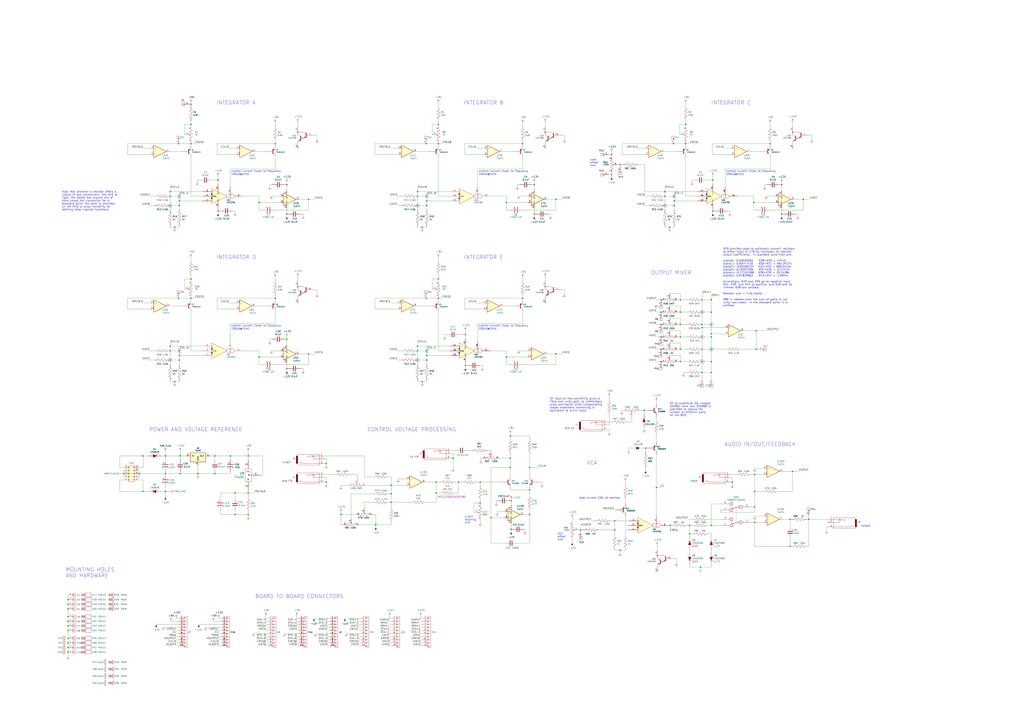
<source format=kicad_sch>
(kicad_sch (version 20211123) (generator eeschema)
  (paper "A1")
  (title_block (title "MSK 007 LEAPFROG FILTER") (comment 1 "$Id: leapfrog.kicad_sch 10115 2022-06-02 00:36:22Z mskala $"))
  (junction (at 542.925 256.54))
  (junction (at 179.07 173.355))
  (junction (at 648.97 426.72))
  (junction (at 143.51 186.69))
  (junction (at 621.03 271.78))
  (junction (at 550.545 431.8))
  (junction (at 576.58 276.86))
  (junction (at 55.88 518.16))
  (junction (at 139.7 288.29))
  (junction (at 456.565 290.83))
  (junction (at 419.1 376.555))
  (junction (at 360.045 118.11))
  (junction (at 585.47 147.955))
  (junction (at 542.925 287.02))
  (junction (at 342.9 157.48))
  (junction (at 360.045 102.235))
  (junction (at 235.585 302.895))
  (junction (at 308.61 431.165))
  (junction (at 350.52 295.91))
  (junction (at 346.71 186.69))
  (junction (at 55.88 524.51))
  (junction (at 203.835 374.65))
  (junction (at 576.58 287.02))
  (junction (at 619.76 429.26))
  (junction (at 147.32 295.91))
  (junction (at 55.88 532.13))
  (junction (at 563.245 118.11))
  (junction (at 558.8 266.7))
  (junction (at 321.31 405.765))
  (junction (at 349.885 118.11))
  (junction (at 576.58 297.18))
  (junction (at 553.72 168.91))
  (junction (at 147.955 374.65))
  (junction (at 429.26 245.11))
  (junction (at 641.985 151.765))
  (junction (at 429.26 118.11))
  (junction (at 226.06 245.11))
  (junction (at 55.88 535.94))
  (junction (at 267.97 396.24))
  (junction (at 156.845 229.235))
  (junction (at 176.53 389.255))
  (junction (at 434.975 402.59))
  (junction (at 360.045 229.235))
  (junction (at 601.345 396.24))
  (junction (at 546.1 161.29))
  (junction (at 621.03 287.02))
  (junction (at 55.88 506.73))
  (junction (at 546.1 168.91))
  (junction (at 135.89 389.255))
  (junction (at 434.975 422.91))
  (junction (at 349.885 245.11))
  (junction (at 342.9 284.48))
  (junction (at 350.52 288.29))
  (junction (at 139.7 157.48))
  (junction (at 403.225 425.45))
  (junction (at 321.31 398.78))
  (junction (at 504.825 427.99))
  (junction (at 226.06 118.11))
  (junction (at 566.42 431.8))
  (junction (at 438.785 175.895))
  (junction (at 358.14 405.13))
  (junction (at 55.88 510.54))
  (junction (at 650.875 387.35))
  (junction (at 350.52 168.91))
  (junction (at 156.845 118.11))
  (junction (at 350.52 165.1))
  (junction (at 476.885 435.61))
  (junction (at 584.2 256.54))
  (junction (at 549.91 186.69))
  (junction (at 648.97 448.945))
  (junction (at 542.925 297.18))
  (junction (at 147.32 292.1))
  (junction (at 504.825 435.61))
  (junction (at 456.565 163.83))
  (junction (at 350.52 292.1))
  (junction (at 419.1 358.14))
  (junction (at 139.7 168.91))
  (junction (at 566.42 438.785))
  (junction (at 632.46 118.11))
  (junction (at 358.14 396.24))
  (junction (at 664.21 426.72))
  (junction (at 147.32 161.29))
  (junction (at 203.835 422.91))
  (junction (at 117.475 403.86))
  (junction (at 135.89 403.86))
  (junction (at 576.58 266.7))
  (junction (at 576.58 306.07))
  (junction (at 553.72 161.29))
  (junction (at 575.31 466.09))
  (junction (at 509.27 452.12))
  (junction (at 139.7 161.29))
  (junction (at 55.88 500.38))
  (junction (at 346.71 313.69))
  (junction (at 502.285 127))
  (junction (at 203.835 405.13))
  (junction (at 114.3 389.255))
  (junction (at 419.1 384.175))
  (junction (at 584.2 276.86))
  (junction (at 235.585 151.765))
  (junction (at 563.245 102.235))
  (junction (at 382.27 300.355))
  (junction (at 415.925 166.37))
  (junction (at 253.365 163.83))
  (junction (at 147.955 389.255))
  (junction (at 659.765 163.83))
  (junction (at 553.72 165.1))
  (junction (at 55.88 492.76))
  (junction (at 117.475 374.65))
  (junction (at 176.53 374.65))
  (junction (at 553.085 118.11))
  (junction (at 139.7 284.48))
  (junction (at 135.89 374.65))
  (junction (at 162.56 389.255))
  (junction (at 193.04 405.13))
  (junction (at 539.115 400.685))
  (junction (at 584.2 431.8))
  (junction (at 641.985 175.895))
  (junction (at 576.58 246.38))
  (junction (at 546.1 157.48))
  (junction (at 253.365 290.83))
  (junction (at 280.035 422.91))
  (junction (at 156.845 245.11))
  (junction (at 382.27 274.955))
  (junction (at 376.555 396.24))
  (junction (at 55.88 496.57))
  (junction (at 502.285 143.51))
  (junction (at 147.32 165.1))
  (junction (at 156.845 102.235))
  (junction (at 372.11 376.555))
  (junction (at 415.925 293.37))
  (junction (at 394.335 396.24))
  (junction (at 558.8 246.38))
  (junction (at 101.6 389.255))
  (junction (at 438.785 151.765))
  (junction (at 619.76 403.86))
  (junction (at 235.585 175.895))
  (junction (at 146.685 118.11))
  (junction (at 342.9 161.29))
  (junction (at 342.9 295.91))
  (junction (at 394.335 413.385))
  (junction (at 542.925 246.38))
  (junction (at 619.76 416.56))
  (junction (at 509.27 135.255))
  (junction (at 156.845 85.725))
  (junction (at 235.585 278.765))
  (junction (at 342.9 288.29))
  (junction (at 558.8 276.86))
  (junction (at 321.31 412.75))
  (junction (at 212.725 166.37))
  (junction (at 55.88 514.35))
  (junction (at 584.2 274.32))
  (junction (at 212.725 293.37))
  (junction (at 146.685 245.11))
  (junction (at 55.88 528.32))
  (junction (at 576.58 269.24))
  (junction (at 419.735 434.975))
  (junction (at 576.58 256.54))
  (junction (at 189.23 374.65))
  (junction (at 558.8 256.54))
  (junction (at 179.07 147.955))
  (junction (at 143.51 313.69))
  (junction (at 558.8 287.02))
  (junction (at 584.2 306.07))
  (junction (at 619.125 166.37))
  (junction (at 584.2 246.38))
  (junction (at 434.975 384.175))
  (junction (at 558.8 297.18))
  (junction (at 530.225 368.3))
  (junction (at 528.955 337.185))
  (junction (at 419.735 411.48))
  (junction (at 542.925 266.7))
  (junction (at 342.9 168.91))
  (junction (at 193.04 422.91))
  (junction (at 147.32 168.91))
  (junction (at 360.045 245.11))
  (junction (at 147.32 288.29))
  (junction (at 267.97 381))
  (junction (at 350.52 161.29))
  (junction (at 139.7 295.91))
  (junction (at 584.2 287.02))
  (junction (at 542.925 276.86))
  (junction (at 584.2 266.7))
  (junction (at 619.76 389.89))
  (junction (at 585.47 173.355))
  (junction (at 584.2 297.18))
  (no_connect (at 447.675 248.285))
  (no_connect (at 244.475 121.285))
  (no_connect (at 244.475 248.285))
  (no_connect (at 650.875 121.285))
  (no_connect (at 680.72 429.26))
  (no_connect (at 539.75 469.265))
  (no_connect (at 447.675 121.285))
  (polyline (pts (xy 138.43 170.18) (xy 138.43 167.64)))
  (wire (pts (xy 438.785 151.765) (xy 438.785 156.21)))
  (wire (pts (xy 558.8 281.94) (xy 558.8 287.02)))
  (wire (pts (xy 320.675 248.92) (xy 327.025 248.92)))
  (wire (pts (xy 189.23 389.255) (xy 189.23 387.985)))
  (wire (pts (xy 403.225 446.405) (xy 414.655 446.405)))
  (wire (pts (xy 374.015 405.13) (xy 376.555 405.13)))
  (wire (pts (xy 500.38 340.995) (xy 500.38 349.25)))
  (wire (pts (xy 407.67 411.48) (xy 408.305 411.48)))
  (wire (pts (xy 360.045 102.235) (xy 360.045 104.14)))
  (wire (pts (xy 419.1 384.175) (xy 419.1 391.16)))
  (wire (pts (xy 360.045 84.455) (xy 360.045 86.995)))
  (wire (pts (xy 440.055 175.895) (xy 438.785 175.895)))
  (wire (pts (xy 349.885 118.11) (xy 360.045 118.11)))
  (wire (pts (xy 563.245 129.54) (xy 563.245 161.29)))
  (wire (pts (xy 370.205 376.555) (xy 372.11 376.555)))
  (wire (pts (xy 218.44 525.78) (xy 220.345 525.78)))
  (wire (pts (xy 288.29 426.085) (xy 288.29 405.765)))
  (wire (pts (xy 584.2 438.785) (xy 584.2 441.325)))
  (wire (pts (xy 558.165 110.49) (xy 558.165 102.235)))
  (wire (pts (xy 346.71 186.69) (xy 346.71 187.96)))
  (wire (pts (xy 528.955 350.52) (xy 528.955 353.06)))
  (wire (pts (xy 350.52 165.1) (xy 350.52 168.91)))
  (wire (pts (xy 156.845 229.235) (xy 156.845 231.14)))
  (wire (pts (xy 556.26 287.02) (xy 558.8 287.02)))
  (wire (pts (xy 166.37 157.48) (xy 139.7 157.48)))
  (polyline (pts (xy 582.93 265.43) (xy 585.47 265.43)))
  (wire (pts (xy 542.925 297.18) (xy 542.925 297.815)))
  (wire (pts (xy 162.56 389.255) (xy 162.56 390.525)))
  (wire (pts (xy 280.035 400.05) (xy 280.035 398.78)))
  (wire (pts (xy 156.845 243.84) (xy 156.845 245.11)))
  (wire (pts (xy 584.2 414.02) (xy 591.82 414.02)))
  (wire (pts (xy 619.76 384.81) (xy 627.38 384.81)))
  (wire (pts (xy 581.66 431.8) (xy 584.2 431.8)))
  (wire (pts (xy 381.635 118.11) (xy 381.635 127)))
  (wire (pts (xy 360.045 226.695) (xy 360.045 229.235)))
  (wire (pts (xy 187.96 248.92) (xy 194.31 248.92)))
  (wire (pts (xy 429.895 422.91) (xy 434.975 422.91)))
  (wire (pts (xy 525.145 337.185) (xy 528.955 337.185)))
  (wire (pts (xy 502.285 127) (xy 502.285 128.905)))
  (wire (pts (xy 463.55 111.125) (xy 463.55 114.935)))
  (wire (pts (xy 584.2 266.7) (xy 584.2 274.32)))
  (wire (pts (xy 151.765 110.49) (xy 151.765 102.235)))
  (wire (pts (xy 381.635 245.11) (xy 381.635 254)))
  (wire (pts (xy 549.91 186.69) (xy 549.91 187.96)))
  (wire (pts (xy 360.045 116.84) (xy 360.045 118.11)))
  (wire (pts (xy 55.88 510.54) (xy 55.88 514.35)))
  (wire (pts (xy 117.475 403.86) (xy 121.92 403.86)))
  (wire (pts (xy 358.14 412.75) (xy 349.885 412.75)))
  (wire (pts (xy 617.22 429.26) (xy 619.76 429.26)))
  (wire (pts (xy 539.115 297.18) (xy 542.925 297.18)))
  (wire (pts (xy 539.115 256.54) (xy 542.925 256.54)))
  (polyline (pts (xy 148.59 160.02) (xy 146.05 160.02)))
  (wire (pts (xy 415.925 299.72) (xy 418.465 299.72)))
  (wire (pts (xy 233.68 278.765) (xy 235.585 278.765)))
  (wire (pts (xy 546.1 157.48) (xy 546.1 161.29)))
  (wire (pts (xy 549.91 292.1) (xy 558.8 292.1)))
  (wire (pts (xy 529.59 135.255) (xy 529.59 157.48)))
  (polyline (pts (xy 351.79 162.56) (xy 349.25 162.56)))
  (wire (pts (xy 320.04 528.32) (xy 321.945 528.32)))
  (wire (pts (xy 55.88 535.94) (xy 55.88 539.75)))
  (wire (pts (xy 474.98 435.61) (xy 476.885 435.61)))
  (wire (pts (xy 553.72 168.91) (xy 553.72 172.72)))
  (wire (pts (xy 360.045 99.695) (xy 360.045 102.235)))
  (wire (pts (xy 584.2 246.38) (xy 584.2 256.54)))
  (wire (pts (xy 370.205 370.205) (xy 374.015 370.205)))
  (wire (pts (xy 226.06 103.505) (xy 226.06 100.965)))
  (wire (pts (xy 179.705 530.86) (xy 182.245 530.86)))
  (wire (pts (xy 166.37 284.48) (xy 139.7 284.48)))
  (wire (pts (xy 513.715 439.42) (xy 513.715 435.61)))
  (wire (pts (xy 307.975 254) (xy 327.025 254)))
  (wire (pts (xy 599.44 396.24) (xy 601.345 396.24)))
  (wire (pts (xy 104.775 245.11) (xy 104.775 254)))
  (polyline (pts (xy 146.05 289.56) (xy 146.05 287.02)))
  (wire (pts (xy 585.47 173.355) (xy 587.375 173.355)))
  (wire (pts (xy 566.42 438.785) (xy 568.96 438.785)))
  (wire (pts (xy 358.14 405.13) (xy 358.14 412.75)))
  (wire (pts (xy 500.38 353.06) (xy 500.38 355.6)))
  (polyline (pts (xy 344.17 294.64) (xy 344.17 297.18)))
  (wire (pts (xy 117.475 374.65) (xy 121.92 374.65)))
  (wire (pts (xy 528.955 368.3) (xy 530.225 368.3)))
  (wire (pts (xy 504.825 452.12) (xy 509.27 452.12)))
  (wire (pts (xy 595.63 153.67) (xy 595.63 139.065)))
  (wire (pts (xy 400.05 370.205) (xy 403.225 370.205)))
  (wire (pts (xy 394.335 300.355) (xy 396.24 300.355)))
  (wire (pts (xy 342.9 284.48) (xy 342.9 288.29)))
  (wire (pts (xy 168.91 515.62) (xy 182.245 515.62)))
  (wire (pts (xy 193.04 422.91) (xy 203.835 422.91)))
  (wire (pts (xy 218.44 513.08) (xy 220.345 513.08)))
  (wire (pts (xy 114.3 394.335) (xy 117.475 394.335)))
  (wire (pts (xy 179.705 520.7) (xy 182.245 520.7)))
  (wire (pts (xy 203.835 421.005) (xy 203.835 422.91)))
  (polyline (pts (xy 146.05 162.56) (xy 148.59 162.56)))
  (wire (pts (xy 342.9 295.91) (xy 342.9 299.72)))
  (wire (pts (xy 448.945 290.83) (xy 456.565 290.83)))
  (polyline (pts (xy 582.93 267.97) (xy 582.93 265.43)))
  (wire (pts (xy 581.66 426.72) (xy 591.82 426.72)))
  (wire (pts (xy 434.975 384.175) (xy 434.975 391.16)))
  (wire (pts (xy 641.985 175.895) (xy 641.985 177.8)))
  (wire (pts (xy 530.225 371.475) (xy 530.225 368.3)))
  (wire (pts (xy 504.825 427.99) (xy 504.825 435.61)))
  (wire (pts (xy 342.9 281.94) (xy 342.9 284.48)))
  (wire (pts (xy 358.14 396.24) (xy 361.315 396.24)))
  (wire (pts (xy 294.64 523.24) (xy 296.545 523.24)))
  (polyline (pts (xy 148.59 287.02) (xy 148.59 289.56)))
  (wire (pts (xy 360.045 161.29) (xy 369.57 161.29)))
  (wire (pts (xy 456.565 172.72) (xy 456.565 163.83)))
  (polyline (pts (xy 344.17 167.64) (xy 344.17 170.18)))
  (wire (pts (xy 392.43 153.67) (xy 392.43 139.065)))
  (wire (pts (xy 584.2 287.02) (xy 584.2 297.18)))
  (wire (pts (xy 539.115 400.685) (xy 539.115 424.18)))
  (wire (pts (xy 139.7 157.48) (xy 139.7 161.29)))
  (wire (pts (xy 619.76 416.56) (xy 619.76 421.005)))
  (wire (pts (xy 161.925 147.955) (xy 163.83 147.955)))
  (wire (pts (xy 104.775 118.11) (xy 146.685 118.11)))
  (wire (pts (xy 621.03 287.02) (xy 622.935 287.02)))
  (wire (pts (xy 509.27 454.66) (xy 509.27 452.12)))
  (wire (pts (xy 342.265 251.46) (xy 352.425 251.46)))
  (wire (pts (xy 147.32 168.91) (xy 147.32 172.72)))
  (wire (pts (xy 476.885 435.61) (xy 476.885 437.515)))
  (wire (pts (xy 179.07 147.955) (xy 173.99 147.955)))
  (wire (pts (xy 266.065 392.43) (xy 267.97 392.43)))
  (wire (pts (xy 504.825 435.61) (xy 504.825 439.42)))
  (wire (pts (xy 266.065 377.19) (xy 267.97 377.19)))
  (wire (pts (xy 376.555 396.24) (xy 379.095 396.24)))
  (wire (pts (xy 212.725 288.29) (xy 199.39 288.29)))
  (wire (pts (xy 360.045 129.54) (xy 360.045 161.29)))
  (wire (pts (xy 226.06 230.505) (xy 226.06 227.965)))
  (wire (pts (xy 360.045 118.11) (xy 363.22 118.11)))
  (wire (pts (xy 648.97 442.595) (xy 648.97 448.945)))
  (wire (pts (xy 342.9 288.29) (xy 342.9 295.91)))
  (wire (pts (xy 561.34 306.07) (xy 563.88 306.07)))
  (wire (pts (xy 156.845 84.455) (xy 156.845 85.725)))
  (wire (pts (xy 294.64 525.78) (xy 296.545 525.78)))
  (wire (pts (xy 266.065 389.89) (xy 274.955 389.89)))
  (wire (pts (xy 320.04 513.08) (xy 321.945 513.08)))
  (wire (pts (xy 430.53 434.975) (xy 431.165 434.975)))
  (wire (pts (xy 434.975 419.1) (xy 434.975 422.91)))
  (wire (pts (xy 326.39 288.29) (xy 330.2 288.29)))
  (wire (pts (xy 132.08 374.65) (xy 135.89 374.65)))
  (wire (pts (xy 594.36 121.92) (xy 600.71 121.92)))
  (wire (pts (xy 403.225 384.175) (xy 419.1 384.175)))
  (wire (pts (xy 601.345 392.43) (xy 601.345 396.24)))
  (wire (pts (xy 666.75 111.125) (xy 666.75 114.935)))
  (wire (pts (xy 568.325 149.86) (xy 568.325 147.955)))
  (wire (pts (xy 553.72 165.1) (xy 553.72 168.91)))
  (wire (pts (xy 260.35 238.125) (xy 260.35 241.935)))
  (wire (pts (xy 452.12 175.895) (xy 452.12 177.8)))
  (wire (pts (xy 382.27 271.78) (xy 382.27 274.955)))
  (wire (pts (xy 415.925 293.37) (xy 415.925 299.72)))
  (wire (pts (xy 349.25 396.24) (xy 358.14 396.24)))
  (wire (pts (xy 245.745 290.83) (xy 253.365 290.83)))
  (wire (pts (xy 445.135 396.24) (xy 445.135 398.145)))
  (wire (pts (xy 143.51 313.69) (xy 147.32 313.69)))
  (wire (pts (xy 558.165 102.235) (xy 563.245 102.235)))
  (wire (pts (xy 550.545 431.8) (xy 551.815 431.8)))
  (wire (pts (xy 269.24 515.62) (xy 271.145 515.62)))
  (wire (pts (xy 139.065 124.46) (xy 149.225 124.46)))
  (wire (pts (xy 147.955 374.65) (xy 152.4 374.65)))
  (wire (pts (xy 147.955 389.255) (xy 162.56 389.255)))
  (wire (pts (xy 193.04 409.575) (xy 193.04 405.13)))
  (wire (pts (xy 542.29 400.685) (xy 539.115 400.685)))
  (wire (pts (xy 542.925 246.38) (xy 542.925 247.015)))
  (wire (pts (xy 243.84 530.86) (xy 245.745 530.86)))
  (polyline (pts (xy 575.31 298.45) (xy 575.31 295.91)))
  (wire (pts (xy 155.575 85.725) (xy 156.845 85.725)))
  (polyline (pts (xy 544.83 167.64) (xy 547.37 167.64)))
  (wire (pts (xy 539.115 266.7) (xy 542.925 266.7)))
  (wire (pts (xy 193.04 405.13) (xy 203.835 405.13)))
  (wire (pts (xy 412.75 251.46) (xy 421.64 251.46)))
  (wire (pts (xy 293.37 389.89) (xy 293.37 393.7)))
  (wire (pts (xy 546.1 185.42) (xy 546.1 186.69)))
  (wire (pts (xy 360.045 245.11) (xy 360.045 246.38)))
  (wire (pts (xy 450.215 175.895) (xy 452.12 175.895)))
  (wire (pts (xy 510.54 338.455) (xy 510.54 337.185)))
  (wire (pts (xy 529.59 157.48) (xy 546.1 157.48)))
  (wire (pts (xy 584.2 274.32) (xy 595.63 274.32)))
  (wire (pts (xy 441.96 384.175) (xy 434.975 384.175)))
  (wire (pts (xy 139.7 288.29) (xy 139.7 295.91)))
  (wire (pts (xy 584.2 306.07) (xy 584.2 311.785)))
  (wire (pts (xy 346.71 186.69) (xy 350.52 186.69)))
  (wire (pts (xy 55.88 514.35) (xy 55.88 518.16)))
  (wire (pts (xy 546.1 154.94) (xy 546.1 157.48)))
  (wire (pts (xy 549.91 271.78) (xy 558.8 271.78)))
  (wire (pts (xy 563.245 118.11) (xy 563.245 119.38)))
  (wire (pts (xy 369.57 284.48) (xy 342.9 284.48)))
  (polyline (pts (xy 585.47 285.75) (xy 585.47 288.29)))
  (wire (pts (xy 245.745 163.83) (xy 253.365 163.83)))
  (wire (pts (xy 178.435 127) (xy 194.31 127)))
  (wire (pts (xy 553.72 161.29) (xy 553.72 165.1)))
  (wire (pts (xy 226.06 245.11) (xy 226.06 246.38)))
  (wire (pts (xy 456.565 290.83) (xy 461.645 290.83)))
  (wire (pts (xy 144.78 525.78) (xy 147.32 525.78)))
  (wire (pts (xy 218.44 506.095) (xy 218.44 508)))
  (wire (pts (xy 365.125 276.86) (xy 365.125 274.955)))
  (wire (pts (xy 218.44 523.24) (xy 220.345 523.24)))
  (wire (pts (xy 599.44 389.89) (xy 604.52 389.89)))
  (wire (pts (xy 659.765 163.83) (xy 664.845 163.83)))
  (wire (pts (xy 98.425 394.335) (xy 101.6 394.335)))
  (wire (pts (xy 419.735 410.21) (xy 419.735 411.48)))
  (wire (pts (xy 361.315 405.13) (xy 358.14 405.13)))
  (wire (pts (xy 539.115 342.265) (xy 539.115 344.805)))
  (wire (pts (xy 389.255 421.005) (xy 389.255 413.385)))
  (wire (pts (xy 619.76 448.945) (xy 648.97 448.945)))
  (wire (pts (xy 346.71 313.69) (xy 350.52 313.69)))
  (wire (pts (xy 419.1 358.14) (xy 419.1 360.045)))
  (wire (pts (xy 55.88 524.51) (xy 55.88 528.32)))
  (wire (pts (xy 469.9 425.45) (xy 469.9 429.26)))
  (wire (pts (xy 147.32 313.69) (xy 147.32 312.42)))
  (wire (pts (xy 179.07 171.45) (xy 179.07 173.355)))
  (wire (pts (xy 381.635 254) (xy 397.51 254)))
  (wire (pts (xy 434.975 402.59) (xy 434.975 406.4)))
  (wire (pts (xy 563.245 99.695) (xy 563.245 102.235)))
  (wire (pts (xy 558.8 276.86) (xy 563.88 276.86)))
  (wire (pts (xy 382.27 298.45) (xy 382.27 300.355)))
  (wire (pts (xy 178.435 245.11) (xy 178.435 254)))
  (wire (pts (xy 114.3 389.255) (xy 135.89 389.255)))
  (wire (pts (xy 389.255 413.385) (xy 394.335 413.385)))
  (wire (pts (xy 529.59 168.91) (xy 533.4 168.91)))
  (wire (pts (xy 619.125 161.29) (xy 605.79 161.29)))
  (wire (pts (xy 576.58 276.86) (xy 576.58 287.02)))
  (wire (pts (xy 619.125 161.29) (xy 619.125 166.37)))
  (wire (pts (xy 655.32 175.895) (xy 655.32 177.8)))
  (wire (pts (xy 218.44 508) (xy 220.345 508)))
  (wire (pts (xy 236.855 302.895) (xy 235.585 302.895)))
  (wire (pts (xy 267.97 396.24) (xy 267.97 398.145)))
  (wire (pts (xy 179.705 523.24) (xy 182.245 523.24)))
  (wire (pts (xy 556.26 256.54) (xy 558.8 256.54)))
  (wire (pts (xy 163.195 513.08) (xy 182.245 513.08)))
  (wire (pts (xy 147.32 186.69) (xy 147.32 185.42)))
  (wire (pts (xy 542.925 266.7) (xy 542.925 267.335)))
  (wire (pts (xy 418.465 411.48) (xy 419.735 411.48)))
  (wire (pts (xy 189.23 280.67) (xy 189.23 266.065)))
  (wire (pts (xy 394.335 396.24) (xy 411.48 396.24)))
  (wire (pts (xy 419.1 376.555) (xy 419.1 384.175)))
  (wire (pts (xy 566.42 466.09) (xy 575.31 466.09)))
  (polyline (pts (xy 544.83 170.18) (xy 544.83 167.64)))
  (wire (pts (xy 556.26 246.38) (xy 558.8 246.38)))
  (wire (pts (xy 225.425 299.72) (xy 253.365 299.72)))
  (wire (pts (xy 434.975 402.59) (xy 419.1 402.59)))
  (wire (pts (xy 226.06 243.205) (xy 226.06 245.11)))
  (wire (pts (xy 394.335 413.385) (xy 394.335 414.655)))
  (wire (pts (xy 135.89 403.86) (xy 139.7 403.86)))
  (wire (pts (xy 382.27 300.355) (xy 384.175 300.355)))
  (polyline (pts (xy 575.31 255.27) (xy 577.85 255.27)))
  (wire (pts (xy 419.735 411.48) (xy 419.735 415.29)))
  (wire (pts (xy 280.035 422.91) (xy 292.735 422.91)))
  (wire (pts (xy 429.26 243.205) (xy 429.26 245.11)))
  (wire (pts (xy 601.345 396.24) (xy 601.345 398.78)))
  (wire (pts (xy 266.065 374.65) (xy 299.085 374.65)))
  (wire (pts (xy 243.84 523.24) (xy 245.745 523.24)))
  (wire (pts (xy 98.425 389.255) (xy 101.6 389.255)))
  (wire (pts (xy 564.515 431.8) (xy 566.42 431.8)))
  (wire (pts (xy 376.555 405.13) (xy 376.555 396.24)))
  (polyline (pts (xy 585.47 267.97) (xy 582.93 267.97)))
  (wire (pts (xy 511.175 118.11) (xy 511.175 127)))
  (wire (pts (xy 235.585 298.45) (xy 235.585 302.895)))
  (wire (pts (xy 516.255 370.205) (xy 516.255 368.3)))
  (wire (pts (xy 294.64 518.16) (xy 296.545 518.16)))
  (wire (pts (xy 114.3 389.255) (xy 114.3 391.795)))
  (wire (pts (xy 128.27 513.08) (xy 147.32 513.08)))
  (wire (pts (xy 123.19 295.91) (xy 127 295.91)))
  (wire (pts (xy 350.52 161.29) (xy 350.52 165.1)))
  (wire (pts (xy 215.9 390.525) (xy 213.995 390.525)))
  (wire (pts (xy 558.8 292.1) (xy 558.8 297.18)))
  (wire (pts (xy 235.585 302.895) (xy 235.585 304.8)))
  (wire (pts (xy 135.89 403.86) (xy 135.89 408.305)))
  (wire (pts (xy 156.845 211.455) (xy 156.845 213.995)))
  (wire (pts (xy 308.61 431.165) (xy 308.61 433.07)))
  (wire (pts (xy 345.44 523.24) (xy 347.345 523.24)))
  (wire (pts (xy 434.975 372.745) (xy 434.975 384.175)))
  (wire (pts (xy 326.39 295.91) (xy 330.2 295.91)))
  (wire (pts (xy 253.365 299.72) (xy 253.365 290.83)))
  (wire (pts (xy 233.68 151.765) (xy 235.585 151.765)))
  (wire (pts (xy 320.04 508) (xy 321.945 508)))
  (wire (pts (xy 280.035 422.91) (xy 280.035 431.165)))
  (wire (pts (xy 144.78 528.32) (xy 147.32 528.32)))
  (wire (pts (xy 576.58 306.07) (xy 576.58 311.785)))
  (polyline (pts (xy 585.47 265.43) (xy 585.47 267.97)))
  (wire (pts (xy 212.725 166.37) (xy 212.725 172.72)))
  (wire (pts (xy 299.085 412.75) (xy 306.705 412.75)))
  (wire (pts (xy 429.26 103.505) (xy 429.26 100.965)))
  (wire (pts (xy 412.75 124.46) (xy 421.64 124.46)))
  (wire (pts (xy 502.285 141.605) (xy 502.285 143.51)))
  (wire (pts (xy 98.425 384.175) (xy 98.425 374.65)))
  (wire (pts (xy 549.91 186.69) (xy 553.72 186.69)))
  (wire (pts (xy 576.58 266.7) (xy 576.58 269.24)))
  (wire (pts (xy 415.925 288.29) (xy 415.925 293.37)))
  (wire (pts (xy 139.7 186.69) (xy 143.51 186.69)))
  (wire (pts (xy 426.085 161.29) (xy 433.705 161.29)))
  (wire (pts (xy 648.97 432.435) (xy 648.97 426.72)))
  (wire (pts (xy 321.31 391.795) (xy 321.31 398.78)))
  (wire (pts (xy 546.1 161.29) (xy 546.1 168.91)))
  (wire (pts (xy 187.96 121.92) (xy 194.31 121.92)))
  (wire (pts (xy 212.725 161.29) (xy 212.725 166.37)))
  (wire (pts (xy 212.725 293.37) (xy 212.725 299.72)))
  (wire (pts (xy 226.06 139.065) (xy 226.06 129.54)))
  (wire (pts (xy 648.97 448.945) (xy 650.24 448.945)))
  (wire (pts (xy 653.415 175.895) (xy 655.32 175.895)))
  (wire (pts (xy 147.32 165.1) (xy 147.32 168.91)))
  (wire (pts (xy 394.335 411.48) (xy 394.335 413.385)))
  (wire (pts (xy 345.44 518.16) (xy 347.345 518.16)))
  (wire (pts (xy 429.26 118.11) (xy 381.635 118.11)))
  (wire (pts (xy 563.245 102.235) (xy 563.245 104.14)))
  (wire (pts (xy 218.44 510.54) (xy 220.345 510.54)))
  (wire (pts (xy 212.725 166.37) (xy 230.505 166.37)))
  (wire (pts (xy 156.845 116.84) (xy 156.845 118.11)))
  (wire (pts (xy 114.3 386.715) (xy 114.3 389.255)))
  (wire (pts (xy 151.765 229.235) (xy 156.845 229.235)))
  (wire (pts (xy 222.885 288.29) (xy 230.505 288.29)))
  (wire (pts (xy 610.87 271.78) (xy 621.03 271.78)))
  (wire (pts (xy 369.57 165.1) (xy 350.52 165.1)))
  (wire (pts (xy 619.76 429.26) (xy 619.76 448.945)))
  (wire (pts (xy 135.89 389.255) (xy 135.89 390.525)))
  (wire (pts (xy 209.55 124.46) (xy 218.44 124.46)))
  (wire (pts (xy 222.885 161.29) (xy 230.505 161.29)))
  (wire (pts (xy 632.46 118.11) (xy 632.46 119.38)))
  (wire (pts (xy 507.365 135.255) (xy 509.27 135.255)))
  (wire (pts (xy 123.19 168.91) (xy 127 168.91)))
  (wire (pts (xy 415.925 166.37) (xy 415.925 172.72)))
  (wire (pts (xy 491.49 435.61) (xy 504.825 435.61)))
  (wire (pts (xy 342.9 313.69) (xy 346.71 313.69)))
  (wire (pts (xy 321.31 412.75) (xy 337.185 412.75)))
  (wire (pts (xy 203.835 374.65) (xy 215.9 374.65)))
  (wire (pts (xy 350.52 288.29) (xy 350.52 292.1)))
  (wire (pts (xy 513.715 431.8) (xy 516.255 431.8)))
  (wire (pts (xy 419.735 430.53) (xy 419.735 434.975)))
  (wire (pts (xy 345.44 525.78) (xy 347.345 525.78)))
  (wire (pts (xy 504.825 427.99) (xy 516.255 427.99)))
  (wire (pts (xy 327.025 393.7) (xy 334.01 393.7)))
  (wire (pts (xy 663.575 111.125) (xy 666.75 111.125)))
  (wire (pts (xy 243.84 513.08) (xy 245.745 513.08)))
  (wire (pts (xy 345.44 528.32) (xy 347.345 528.32)))
  (polyline (pts (xy 349.25 289.56) (xy 349.25 287.02)))
  (wire (pts (xy 500.38 325.755) (xy 500.38 328.295)))
  (wire (pts (xy 147.32 295.91) (xy 147.32 299.72)))
  (wire (pts (xy 180.975 422.91) (xy 193.04 422.91)))
  (wire (pts (xy 415.925 166.37) (xy 433.705 166.37)))
  (wire (pts (xy 615.95 124.46) (xy 624.84 124.46)))
  (wire (pts (xy 523.875 135.255) (xy 529.59 135.255)))
  (wire (pts (xy 643.255 175.895) (xy 641.985 175.895)))
  (wire (pts (xy 619.76 416.56) (xy 617.22 416.56)))
  (wire (pts (xy 218.44 530.86) (xy 220.345 530.86)))
  (wire (pts (xy 542.925 256.54) (xy 542.925 257.175)))
  (polyline (pts (xy 138.43 297.18) (xy 138.43 294.64)))
  (wire (pts (xy 139.065 251.46) (xy 149.225 251.46)))
  (wire (pts (xy 248.92 302.895) (xy 248.92 304.8)))
  (wire (pts (xy 226.06 118.11) (xy 226.06 119.38)))
  (wire (pts (xy 566.42 438.785) (xy 566.42 441.325)))
  (wire (pts (xy 549.91 241.3) (xy 558.8 241.3)))
  (wire (pts (xy 321.31 431.165) (xy 321.31 429.26)))
  (wire (pts (xy 225.425 172.72) (xy 253.365 172.72)))
  (wire (pts (xy 511.175 118.11) (xy 553.085 118.11)))
  (wire (pts (xy 619.76 424.815) (xy 619.76 424.18)))
  (wire (pts (xy 354.965 237.49) (xy 354.965 229.235)))
  (wire (pts (xy 269.24 510.54) (xy 271.145 510.54)))
  (wire (pts (xy 434.975 446.405) (xy 424.815 446.405)))
  (wire (pts (xy 502.285 143.51) (xy 502.285 145.415)))
  (wire (pts (xy 500.38 349.25) (xy 498.475 349.25)))
  (wire (pts (xy 123.19 161.29) (xy 127 161.29)))
  (wire (pts (xy 504.19 419.1) (xy 506.095 419.1)))
  (wire (pts (xy 530.225 368.3) (xy 531.495 368.3)))
  (wire (pts (xy 632.46 118.11) (xy 584.835 118.11)))
  (wire (pts (xy 233.68 520.7) (xy 245.745 520.7)))
  (wire (pts (xy 101.6 389.255) (xy 114.3 389.255)))
  (wire (pts (xy 456.565 299.72) (xy 456.565 290.83)))
  (wire (pts (xy 619.76 389.89) (xy 627.38 389.89)))
  (wire (pts (xy 132.08 403.86) (xy 135.89 403.86)))
  (wire (pts (xy 139.7 313.69) (xy 143.51 313.69)))
  (wire (pts (xy 402.59 161.29) (xy 415.925 161.29)))
  (wire (pts (xy 639.445 403.86) (xy 650.875 403.86)))
  (wire (pts (xy 139.7 281.94) (xy 139.7 284.48)))
  (wire (pts (xy 321.31 398.78) (xy 321.31 405.765)))
  (wire (pts (xy 384.175 370.205) (xy 387.35 370.205)))
  (wire (pts (xy 392.43 266.065) (xy 429.26 266.065)))
  (wire (pts (xy 563.245 161.29) (xy 572.77 161.29)))
  (wire (pts (xy 403.225 370.205) (xy 403.225 371.475)))
  (wire (pts (xy 428.625 172.72) (xy 456.565 172.72)))
  (wire (pts (xy 287.655 389.89) (xy 293.37 389.89)))
  (wire (pts (xy 266.065 381) (xy 267.97 381)))
  (wire (pts (xy 539.115 276.86) (xy 542.925 276.86)))
  (wire (pts (xy 308.61 431.165) (xy 321.31 431.165)))
  (wire (pts (xy 244.475 227.33) (xy 244.475 230.505)))
  (wire (pts (xy 156.845 118.11) (xy 156.845 119.38)))
  (wire (pts (xy 269.24 523.24) (xy 271.145 523.24)))
  (wire (pts (xy 156.845 99.695) (xy 156.845 102.235)))
  (wire (pts (xy 178.435 254) (xy 194.31 254)))
  (wire (pts (xy 556.26 276.86) (xy 558.8 276.86)))
  (wire (pts (xy 342.9 161.29) (xy 342.9 168.91)))
  (wire (pts (xy 175.26 510.54) (xy 182.245 510.54)))
  (wire (pts (xy 585.47 144.78) (xy 585.47 147.955)))
  (wire (pts (xy 321.31 405.765) (xy 321.31 412.75)))
  (wire (pts (xy 419.1 402.59) (xy 419.1 401.32)))
  (polyline (pts (xy 140.97 294.64) (xy 140.97 297.18)))
  (wire (pts (xy 212.725 299.72) (xy 215.265 299.72)))
  (wire (pts (xy 221.615 280.67) (xy 221.615 278.765)))
  (wire (pts (xy 498.475 346.71) (xy 502.285 346.71)))
  (polyline (pts (xy 552.45 160.02) (xy 554.99 160.02)))
  (wire (pts (xy 542.925 287.02) (xy 542.925 287.655)))
  (wire (pts (xy 591.82 421.005) (xy 619.76 421.005)))
  (wire (pts (xy 319.405 391.795) (xy 321.31 391.795)))
  (wire (pts (xy 117.475 384.175) (xy 117.475 374.65)))
  (wire (pts (xy 189.23 377.825) (xy 189.23 374.65)))
  (wire (pts (xy 294.64 530.86) (xy 296.545 530.86)))
  (polyline (pts (xy 554.99 162.56) (xy 552.45 162.56)))
  (wire (pts (xy 632.46 103.505) (xy 632.46 100.965)))
  (wire (pts (xy 513.715 435.61) (xy 516.255 435.61)))
  (wire (pts (xy 156.845 245.11) (xy 156.845 246.38)))
  (wire (pts (xy 156.845 161.29) (xy 166.37 161.29)))
  (wire (pts (xy 499.745 127) (xy 502.285 127)))
  (wire (pts (xy 294.64 431.165) (xy 308.61 431.165)))
  (wire (pts (xy 553.72 160.02) (xy 553.72 161.29)))
  (wire (pts (xy 429.26 139.065) (xy 429.26 129.54)))
  (wire (pts (xy 147.32 161.29) (xy 147.32 165.1)))
  (wire (pts (xy 267.97 381) (xy 267.97 382.905)))
  (wire (pts (xy 360.045 245.11) (xy 363.22 245.11)))
  (wire (pts (xy 542.925 276.86) (xy 543.56 276.86)))
  (wire (pts (xy 576.58 287.02) (xy 576.58 297.18)))
  (wire (pts (xy 345.44 515.62) (xy 347.345 515.62)))
  (wire (pts (xy 382.27 274.955) (xy 377.19 274.955)))
  (wire (pts (xy 382.27 274.955) (xy 382.27 278.13)))
  (wire (pts (xy 189.23 374.65) (xy 203.835 374.65)))
  (wire (pts (xy 549.91 281.94) (xy 558.8 281.94)))
  (wire (pts (xy 243.84 510.54) (xy 245.745 510.54)))
  (wire (pts (xy 641.985 149.86) (xy 641.985 151.765)))
  (wire (pts (xy 104.775 118.11) (xy 104.775 127)))
  (wire (pts (xy 147.955 389.255) (xy 147.955 387.985)))
  (wire (pts (xy 498.475 353.06) (xy 500.38 353.06)))
  (wire (pts (xy 584.835 118.11) (xy 584.835 127)))
  (wire (pts (xy 144.78 518.16) (xy 147.32 518.16)))
  (wire (pts (xy 617.22 389.89) (xy 619.76 389.89)))
  (polyline (pts (xy 577.85 295.91) (xy 577.85 298.45)))
  (wire (pts (xy 166.37 292.1) (xy 147.32 292.1)))
  (wire (pts (xy 269.24 530.86) (xy 271.145 530.86)))
  (wire (pts (xy 143.51 186.69) (xy 143.51 187.96)))
  (wire (pts (xy 320.04 515.62) (xy 321.945 515.62)))
  (wire (pts (xy 151.765 237.49) (xy 151.765 229.235)))
  (wire (pts (xy 345.44 508) (xy 347.345 508)))
  (wire (pts (xy 584.2 297.18) (xy 584.2 306.07)))
  (wire (pts (xy 549.91 251.46) (xy 558.8 251.46)))
  (wire (pts (xy 253.365 163.83) (xy 258.445 163.83)))
  (wire (pts (xy 294.64 510.54) (xy 296.545 510.54)))
  (wire (pts (xy 140.335 510.54) (xy 147.32 510.54)))
  (wire (pts (xy 156.845 226.695) (xy 156.845 229.235)))
  (wire (pts (xy 98.425 374.65) (xy 117.475 374.65)))
  (wire (pts (xy 542.925 266.7) (xy 543.56 266.7)))
  (wire (pts (xy 350.52 186.69) (xy 350.52 185.42)))
  (wire (pts (xy 558.8 251.46) (xy 558.8 256.54)))
  (wire (pts (xy 394.335 427.355) (xy 394.335 429.895)))
  (wire (pts (xy 584.2 451.485) (xy 584.2 454.025)))
  (wire (pts (xy 419.1 372.745) (xy 419.1 376.555)))
  (wire (pts (xy 135.89 370.84) (xy 135.89 374.65)))
  (wire (pts (xy 576.58 269.24) (xy 595.63 269.24)))
  (wire (pts (xy 619.76 424.18) (xy 627.38 424.18)))
  (wire (pts (xy 565.15 426.72) (xy 568.96 426.72)))
  (polyline (pts (xy 351.79 160.02) (xy 351.79 162.56)))
  (wire (pts (xy 530.225 384.175) (xy 530.225 386.715)))
  (polyline (pts (xy 547.37 170.18) (xy 544.83 170.18)))
  (wire (pts (xy 135.89 374.65) (xy 147.955 374.65)))
  (wire (pts (xy 408.305 420.37) (xy 414.655 420.37)))
  (polyline (pts (xy 349.25 162.56) (xy 349.25 160.02)))
  (wire (pts (xy 584.2 287.02) (xy 596.265 287.02)))
  (wire (pts (xy 438.785 149.86) (xy 438.785 151.765)))
  (wire (pts (xy 619.76 389.89) (xy 619.76 403.86)))
  (wire (pts (xy 162.56 389.255) (xy 176.53 389.255)))
  (wire (pts (xy 199.39 161.29) (xy 212.725 161.29)))
  (wire (pts (xy 320.04 518.16) (xy 321.945 518.16)))
  (wire (pts (xy 561.34 307.34) (xy 561.34 306.07)))
  (wire (pts (xy 180.975 405.13) (xy 193.04 405.13)))
  (wire (pts (xy 212.725 172.72) (xy 215.265 172.72)))
  (wire (pts (xy 424.815 153.67) (xy 424.815 151.765)))
  (wire (pts (xy 369.57 157.48) (xy 342.9 157.48)))
  (wire (pts (xy 235.585 175.895) (xy 235.585 177.8)))
  (wire (pts (xy 576.58 241.3) (xy 576.58 246.38)))
  (wire (pts (xy 226.06 118.11) (xy 178.435 118.11)))
  (wire (pts (xy 212.725 293.37) (xy 230.505 293.37)))
  (wire (pts (xy 55.88 532.13) (xy 55.88 535.94)))
  (polyline (pts (xy 146.05 160.02) (xy 146.05 162.56)))
  (wire (pts (xy 434.975 401.32) (xy 434.975 402.59)))
  (wire (pts (xy 499.745 143.51) (xy 502.285 143.51)))
  (wire (pts (xy 502.285 125.095) (xy 502.285 127)))
  (wire (pts (xy 307.975 245.11) (xy 307.975 254)))
  (wire (pts (xy 260.35 111.125) (xy 260.35 114.935)))
  (wire (pts (xy 584.2 431.8) (xy 591.82 431.8)))
  (wire (pts (xy 424.815 151.765) (xy 426.72 151.765)))
  (wire (pts (xy 542.925 256.54) (xy 543.56 256.54)))
  (wire (pts (xy 576.58 297.18) (xy 576.58 306.07)))
  (wire (pts (xy 139.7 312.42) (xy 139.7 313.69)))
  (wire (pts (xy 144.78 508) (xy 147.32 508)))
  (wire (pts (xy 558.8 241.3) (xy 558.8 246.38)))
  (wire (pts (xy 123.19 288.29) (xy 127 288.29)))
  (wire (pts (xy 156.845 118.11) (xy 160.02 118.11)))
  (wire (pts (xy 299.085 391.795) (xy 306.705 391.795)))
  (wire (pts (xy 221.615 151.765) (xy 223.52 151.765)))
  (wire (pts (xy 308.61 422.91) (xy 308.61 431.165)))
  (wire (pts (xy 342.9 312.42) (xy 342.9 313.69)))
  (wire (pts (xy 374.015 396.24) (xy 376.555 396.24)))
  (wire (pts (xy 350.52 168.91) (xy 350.52 172.72)))
  (wire (pts (xy 212.725 288.29) (xy 212.725 293.37)))
  (wire (pts (xy 117.475 121.92) (xy 123.825 121.92)))
  (polyline (pts (xy 148.59 289.56) (xy 146.05 289.56)))
  (wire (pts (xy 299.085 417.83) (xy 299.085 412.75)))
  (wire (pts (xy 650.875 100.33) (xy 650.875 103.505)))
  (wire (pts (xy 584.2 274.32) (xy 584.2 276.86)))
  (wire (pts (xy 269.24 525.78) (xy 271.145 525.78)))
  (polyline (pts (xy 575.31 295.91) (xy 577.85 295.91)))
  (wire (pts (xy 326.39 168.91) (xy 330.2 168.91)))
  (wire (pts (xy 147.32 160.02) (xy 147.32 161.29)))
  (wire (pts (xy 447.675 100.33) (xy 447.675 103.505)))
  (wire (pts (xy 542.925 276.86) (xy 542.925 277.495)))
  (wire (pts (xy 510.54 337.185) (xy 512.445 337.185)))
  (wire (pts (xy 176.53 389.255) (xy 189.23 389.255)))
  (wire (pts (xy 528.955 337.185) (xy 531.495 337.185)))
  (polyline (pts (xy 341.63 297.18) (xy 341.63 294.64)))
  (wire (pts (xy 156.845 256.54) (xy 156.845 288.29)))
  (wire (pts (xy 193.04 419.735) (xy 193.04 422.91)))
  (wire (pts (xy 235.585 151.765) (xy 235.585 156.21)))
  (wire (pts (xy 151.765 102.235) (xy 156.845 102.235)))
  (wire (pts (xy 392.43 280.67) (xy 392.43 266.065)))
  (wire (pts (xy 203.835 405.13) (xy 203.835 408.305)))
  (polyline (pts (xy 577.85 275.59) (xy 577.85 278.13)))
  (wire (pts (xy 501.65 427.99) (xy 504.825 427.99)))
  (wire (pts (xy 556.26 266.7) (xy 558.8 266.7)))
  (wire (pts (xy 135.89 389.255) (xy 147.955 389.255)))
  (wire (pts (xy 147.32 292.1) (xy 147.32 295.91)))
  (wire (pts (xy 619.125 166.37) (xy 619.125 172.72)))
  (wire (pts (xy 283.21 508) (xy 296.545 508)))
  (wire (pts (xy 55.88 506.73) (xy 55.88 510.54)))
  (wire (pts (xy 350.52 313.69) (xy 350.52 312.42)))
  (wire (pts (xy 342.9 157.48) (xy 342.9 161.29)))
  (polyline (pts (xy 582.93 288.29) (xy 582.93 285.75)))
  (wire (pts (xy 641.985 151.765) (xy 641.985 156.21)))
  (wire (pts (xy 456.565 163.83) (xy 461.645 163.83)))
  (wire (pts (xy 431.165 434.975) (xy 431.165 436.88)))
  (wire (pts (xy 581.66 438.785) (xy 584.2 438.785)))
  (wire (pts (xy 563.245 84.455) (xy 563.245 86.995)))
  (wire (pts (xy 360.045 288.29) (xy 369.57 288.29)))
  (wire (pts (xy 327.025 394.335) (xy 327.025 393.7)))
  (wire (pts (xy 320.04 506.095) (xy 320.04 508)))
  (wire (pts (xy 321.31 398.78) (xy 334.01 398.78)))
  (wire (pts (xy 428.625 299.72) (xy 456.565 299.72)))
  (wire (pts (xy 642.62 426.72) (xy 648.97 426.72)))
  (wire (pts (xy 664.21 426.72) (xy 680.72 426.72)))
  (wire (pts (xy 235.585 276.86) (xy 235.585 278.765)))
  (wire (pts (xy 354.965 110.49) (xy 354.965 102.235)))
  (wire (pts (xy 288.29 405.765) (xy 306.705 405.765)))
  (wire (pts (xy 345.44 530.86) (xy 347.345 530.86)))
  (wire (pts (xy 619.76 429.26) (xy 627.38 429.26)))
  (polyline (pts (xy 351.79 287.02) (xy 351.79 289.56)))
  (wire (pts (xy 320.04 530.86) (xy 321.945 530.86)))
  (wire (pts (xy 235.585 278.765) (xy 235.585 283.21)))
  (wire (pts (xy 576.58 269.24) (xy 576.58 276.86)))
  (wire (pts (xy 552.45 459.105) (xy 555.625 459.105)))
  (wire (pts (xy 513.715 395.605) (xy 513.715 398.145)))
  (wire (pts (xy 156.845 288.29) (xy 166.37 288.29)))
  (polyline (pts (xy 344.17 170.18) (xy 341.63 170.18)))
  (wire (pts (xy 631.825 172.72) (xy 659.765 172.72)))
  (wire (pts (xy 269.24 528.32) (xy 271.145 528.32)))
  (wire (pts (xy 584.2 256.54) (xy 584.2 266.7)))
  (wire (pts (xy 539.75 448.31) (xy 539.75 451.485)))
  (wire (pts (xy 678.815 433.07) (xy 678.815 436.245)))
  (wire (pts (xy 269.24 513.08) (xy 271.145 513.08)))
  (wire (pts (xy 218.44 515.62) (xy 220.345 515.62)))
  (wire (pts (xy 662.94 426.72) (xy 664.21 426.72)))
  (wire (pts (xy 539.115 363.22) (xy 539.115 357.505)))
  (wire (pts (xy 346.71 313.69) (xy 346.71 314.96)))
  (wire (pts (xy 243.84 528.32) (xy 245.745 528.32)))
  (polyline (pts (xy 575.31 257.81) (xy 575.31 255.27)))
  (wire (pts (xy 358.14 396.24) (xy 358.14 405.13)))
  (wire (pts (xy 438.785 171.45) (xy 438.785 175.895)))
  (wire (pts (xy 191.135 173.355) (xy 193.04 173.355)))
  (wire (pts (xy 680.72 433.07) (xy 678.815 433.07)))
  (wire (pts (xy 321.31 412.75) (xy 321.31 416.56)))
  (wire (pts (xy 523.875 121.92) (xy 530.225 121.92)))
  (wire (pts (xy 558.8 261.62) (xy 558.8 266.7)))
  (wire (pts (xy 463.55 238.125) (xy 463.55 241.935)))
  (wire (pts (xy 568.325 147.955) (xy 570.23 147.955)))
  (wire (pts (xy 585.47 171.45) (xy 585.47 173.355)))
  (wire (pts (xy 180.975 419.735) (xy 180.975 422.91)))
  (wire (pts (xy 360.045 211.455) (xy 360.045 213.995)))
  (wire (pts (xy 566.42 464.185) (xy 566.42 466.09)))
  (wire (pts (xy 189.23 139.065) (xy 226.06 139.065)))
  (wire (pts (xy 280.035 431.165) (xy 281.94 431.165)))
  (wire (pts (xy 619.76 403.86) (xy 626.745 403.86)))
  (polyline (pts (xy 577.85 257.81) (xy 575.31 257.81)))
  (polyline (pts (xy 140.97 297.18) (xy 138.43 297.18)))
  (wire (pts (xy 419.735 434.975) (xy 420.37 434.975)))
  (wire (pts (xy 156.845 102.235) (xy 156.845 104.14)))
  (wire (pts (xy 553.72 186.69) (xy 553.72 185.42)))
  (wire (pts (xy 619.76 385.445) (xy 619.76 384.81)))
  (wire (pts (xy 307.975 127) (xy 327.025 127)))
  (wire (pts (xy 342.9 186.69) (xy 346.71 186.69)))
  (wire (pts (xy 429.26 116.205) (xy 429.26 118.11)))
  (wire (pts (xy 648.97 426.72) (xy 650.24 426.72)))
  (wire (pts (xy 203.835 422.91) (xy 203.835 424.815)))
  (wire (pts (xy 403.225 384.175) (xy 403.225 425.45)))
  (wire (pts (xy 144.78 520.7) (xy 147.32 520.7)))
  (wire (pts (xy 469.9 441.96) (xy 469.9 445.77)))
  (wire (pts (xy 403.225 425.45) (xy 403.225 446.405)))
  (polyline (pts (xy 552.45 162.56) (xy 552.45 160.02)))
  (wire (pts (xy 143.51 186.69) (xy 147.32 186.69)))
  (wire (pts (xy 563.245 118.11) (xy 566.42 118.11)))
  (polyline (pts (xy 341.63 167.64) (xy 344.17 167.64)))
  (wire (pts (xy 55.88 492.76) (xy 55.88 496.57)))
  (wire (pts (xy 156.845 245.11) (xy 160.02 245.11)))
  (wire (pts (xy 342.265 124.46) (xy 352.425 124.46)))
  (wire (pts (xy 139.7 185.42) (xy 139.7 186.69)))
  (wire (pts (xy 546.1 168.91) (xy 546.1 172.72)))
  (wire (pts (xy 621.03 287.02) (xy 621.03 271.78)))
  (wire (pts (xy 632.46 116.205) (xy 632.46 118.11)))
  (wire (pts (xy 143.51 313.69) (xy 143.51 314.96)))
  (wire (pts (xy 652.145 163.83) (xy 659.765 163.83)))
  (wire (pts (xy 294.64 528.32) (xy 296.545 528.32)))
  (wire (pts (xy 415.925 172.72) (xy 418.465 172.72)))
  (wire (pts (xy 619.76 403.86) (xy 619.76 416.56)))
  (wire (pts (xy 415.925 288.29) (xy 402.59 288.29)))
  (wire (pts (xy 584.2 466.09) (xy 584.2 464.185)))
  (wire (pts (xy 179.705 528.32) (xy 182.245 528.32)))
  (wire (pts (xy 294.64 515.62) (xy 296.545 515.62)))
  (wire (pts (xy 545.465 124.46) (xy 555.625 124.46)))
  (wire (pts (xy 628.015 153.67) (xy 628.015 151.765)))
  (wire (pts (xy 553.085 118.11) (xy 563.245 118.11)))
  (wire (pts (xy 345.44 510.54) (xy 347.345 510.54)))
  (polyline (pts (xy 351.79 289.56) (xy 349.25 289.56)))
  (wire (pts (xy 266.065 396.24) (xy 267.97 396.24)))
  (wire (pts (xy 308.61 422.91) (xy 305.435 422.91)))
  (polyline (pts (xy 138.43 167.64) (xy 140.97 167.64)))
  (wire (pts (xy 235.585 149.86) (xy 235.585 151.765)))
  (wire (pts (xy 394.335 398.78) (xy 394.335 396.24)))
  (wire (pts (xy 369.57 292.1) (xy 350.52 292.1)))
  (wire (pts (xy 117.475 394.335) (xy 117.475 403.86)))
  (wire (pts (xy 381.635 127) (xy 397.51 127)))
  (wire (pts (xy 360.045 256.54) (xy 360.045 288.29)))
  (polyline (pts (xy 146.05 287.02) (xy 148.59 287.02)))
  (wire (pts (xy 147.955 374.65) (xy 147.955 377.825)))
  (wire (pts (xy 529.59 161.29) (xy 533.4 161.29)))
  (polyline (pts (xy 341.63 294.64) (xy 344.17 294.64)))
  (wire (pts (xy 415.925 161.29) (xy 415.925 166.37)))
  (wire (pts (xy 391.16 248.92) (xy 397.51 248.92)))
  (wire (pts (xy 575.31 467.995) (xy 575.31 466.09)))
  (wire (pts (xy 156.845 129.54) (xy 156.845 161.29)))
  (wire (pts (xy 320.675 121.92) (xy 327.025 121.92)))
  (wire (pts (xy 476.885 432.435) (xy 476.885 435.61)))
  (wire (pts (xy 485.775 427.99) (xy 488.95 427.99)))
  (wire (pts (xy 101.6 389.255) (xy 101.6 391.795)))
  (wire (pts (xy 513.715 424.18) (xy 513.715 431.8)))
  (wire (pts (xy 514.985 346.71) (xy 518.795 346.71)))
  (wire (pts (xy 320.04 523.24) (xy 321.945 523.24)))
  (wire (pts (xy 409.575 376.555) (xy 419.1 376.555)))
  (wire (pts (xy 267.97 392.43) (xy 267.97 396.24)))
  (wire (pts (xy 429.26 230.505) (xy 429.26 227.965)))
  (wire (pts (xy 176.53 387.985) (xy 176.53 389.255)))
  (wire (pts (xy 243.84 515.62) (xy 245.745 515.62)))
  (wire (pts (xy 226.06 245.11) (xy 178.435 245.11)))
  (wire (pts (xy 259.08 520.7) (xy 271.145 520.7)))
  (wire (pts (xy 321.31 405.765) (xy 319.405 405.765)))
  (wire (pts (xy 139.7 295.91) (xy 139.7 299.72)))
  (wire (pts (xy 226.06 266.065) (xy 226.06 256.54)))
  (polyline (pts (xy 349.25 287.02) (xy 351.79 287.02)))
  (wire (pts (xy 179.705 525.78) (xy 182.245 525.78)))
  (polyline (pts (xy 547.37 167.64) (xy 547.37 170.18)))
  (wire (pts (xy 280.035 421.005) (xy 280.035 422.91)))
  (wire (pts (xy 391.16 121.92) (xy 397.51 121.92)))
  (wire (pts (xy 516.255 368.3) (xy 518.795 368.3)))
  (wire (pts (xy 407.67 413.385) (xy 407.67 411.48)))
  (wire (pts (xy 539.115 373.38) (xy 539.115 400.685)))
  (wire (pts (xy 392.43 139.065) (xy 429.26 139.065)))
  (wire (pts (xy 419.735 434.975) (xy 419.735 436.88)))
  (polyline (pts (xy 148.59 162.56) (xy 148.59 160.02)))
  (wire (pts (xy 104.775 254) (xy 123.825 254)))
  (wire (pts (xy 447.675 227.33) (xy 447.675 230.505)))
  (wire (pts (xy 244.475 100.33) (xy 244.475 103.505)))
  (wire (pts (xy 429.26 118.11) (xy 429.26 119.38)))
  (wire (pts (xy 436.88 151.765) (xy 438.785 151.765)))
  (wire (pts (xy 146.685 118.11) (xy 156.845 118.11)))
  (wire (pts (xy 156.845 85.725) (xy 156.845 86.995)))
  (wire (pts (xy 55.88 528.32) (xy 55.88 532.13)))
  (wire (pts (xy 147.955 370.84) (xy 147.955 374.65)))
  (wire (pts (xy 597.535 173.355) (xy 599.44 173.355)))
  (wire (pts (xy 558.8 271.78) (xy 558.8 276.86)))
  (polyline (pts (xy 341.63 170.18) (xy 341.63 167.64)))
  (wire (pts (xy 664.21 448.945) (xy 662.94 448.945)))
  (wire (pts (xy 144.78 530.86) (xy 147.32 530.86)))
  (wire (pts (xy 257.175 111.125) (xy 260.35 111.125)))
  (wire (pts (xy 133.985 515.62) (xy 147.32 515.62)))
  (wire (pts (xy 139.7 168.91) (xy 139.7 172.72)))
  (wire (pts (xy 320.04 510.54) (xy 321.945 510.54)))
  (wire (pts (xy 415.925 293.37) (xy 433.705 293.37)))
  (wire (pts (xy 511.175 127) (xy 530.225 127)))
  (wire (pts (xy 509.27 135.255) (xy 509.27 137.16)))
  (wire (pts (xy 208.28 520.7) (xy 220.345 520.7)))
  (wire (pts (xy 360.045 118.11) (xy 360.045 119.38)))
  (wire (pts (xy 546.1 186.69) (xy 549.91 186.69)))
  (polyline (pts (xy 575.31 278.13) (xy 575.31 275.59)))
  (wire (pts (xy 350.52 160.02) (xy 350.52 161.29)))
  (wire (pts (xy 585.47 173.355) (xy 585.47 175.26)))
  (wire (pts (xy 320.04 520.7) (xy 321.945 520.7)))
  (wire (pts (xy 139.7 154.94) (xy 139.7 157.48)))
  (wire (pts (xy 55.88 488.95) (xy 55.88 492.76)))
  (wire (pts (xy 248.92 175.895) (xy 248.92 177.8)))
  (wire (pts (xy 566.42 431.8) (xy 568.96 431.8)))
  (wire (pts (xy 299.085 374.65) (xy 299.085 391.795)))
  (wire (pts (xy 180.975 409.575) (xy 180.975 405.13)))
  (wire (pts (xy 147.32 287.02) (xy 147.32 288.29)))
  (wire (pts (xy 403.225 425.45) (xy 414.655 425.45)))
  (wire (pts (xy 342.9 185.42) (xy 342.9 186.69)))
  (polyline (pts (xy 577.85 298.45) (xy 575.31 298.45)))
  (wire (pts (xy 162.56 382.27) (xy 162.56 389.255)))
  (wire (pts (xy 55.88 500.38) (xy 55.88 506.73)))
  (wire (pts (xy 542.925 287.02) (xy 543.56 287.02)))
  (wire (pts (xy 179.07 173.355) (xy 179.07 175.26)))
  (wire (pts (xy 135.89 374.65) (xy 135.89 377.825)))
  (polyline (pts (xy 577.85 255.27) (xy 577.85 257.81)))
  (wire (pts (xy 566.42 454.025) (xy 566.42 451.485)))
  (wire (pts (xy 345.44 520.7) (xy 347.345 520.7)))
  (wire (pts (xy 243.84 506.095) (xy 243.84 508)))
  (wire (pts (xy 144.78 523.24) (xy 147.32 523.24)))
  (wire (pts (xy 203.835 405.13) (xy 208.915 405.13)))
  (wire (pts (xy 176.53 374.65) (xy 189.23 374.65)))
  (wire (pts (xy 247.015 175.895) (xy 248.92 175.895)))
  (wire (pts (xy 408.305 421.64) (xy 408.305 420.37)))
  (wire (pts (xy 307.975 118.11) (xy 349.885 118.11)))
  (wire (pts (xy 307.975 245.11) (xy 349.885 245.11)))
  (wire (pts (xy 528.955 340.36) (xy 528.955 337.185)))
  (wire (pts (xy 426.085 288.29) (xy 433.705 288.29)))
  (wire (pts (xy 146.685 245.11) (xy 156.845 245.11)))
  (wire (pts (xy 558.8 297.18) (xy 563.88 297.18)))
  (wire (pts (xy 640.08 151.765) (xy 641.985 151.765)))
  (wire (pts (xy 178.435 118.11) (xy 178.435 127)))
  (wire (pts (xy 448.945 163.83) (xy 456.565 163.83)))
  (wire (pts (xy 650.875 403.86) (xy 650.875 387.35)))
  (wire (pts (xy 104.775 245.11) (xy 146.685 245.11)))
  (wire (pts (xy 218.44 518.16) (xy 220.345 518.16)))
  (wire (pts (xy 179.07 144.78) (xy 179.07 147.955)))
  (wire (pts (xy 621.03 271.78) (xy 629.92 271.78)))
  (polyline (pts (xy 140.97 167.64) (xy 140.97 170.18)))
  (wire (pts (xy 161.925 149.86) (xy 161.925 147.955)))
  (wire (pts (xy 349.885 245.11) (xy 360.045 245.11)))
  (wire (pts (xy 365.125 274.955) (xy 367.03 274.955)))
  (wire (pts (xy 320.04 525.78) (xy 321.945 525.78)))
  (wire (pts (xy 434.975 422.91) (xy 434.975 446.405)))
  (wire (pts (xy 539.115 246.38) (xy 542.925 246.38)))
  (wire (pts (xy 549.275 431.8) (xy 550.545 431.8)))
  (wire (pts (xy 394.97 378.46) (xy 394.97 376.555)))
  (wire (pts (xy 566.42 431.8) (xy 566.42 438.785)))
  (wire (pts (xy 629.285 161.29) (xy 636.905 161.29)))
  (wire (pts (xy 360.045 229.235) (xy 360.045 231.14)))
  (wire (pts (xy 179.07 147.955) (xy 179.07 151.13)))
  (polyline (pts (xy 575.31 275.59) (xy 577.85 275.59)))
  (wire (pts (xy 608.965 287.02) (xy 621.03 287.02)))
  (wire (pts (xy 509.27 135.255) (xy 511.175 135.255)))
  (wire (pts (xy 619.125 166.37) (xy 636.905 166.37)))
  (wire (pts (xy 542.925 246.38) (xy 543.56 246.38)))
  (wire (pts (xy 139.7 161.29) (xy 139.7 168.91)))
  (wire (pts (xy 354.965 102.235) (xy 360.045 102.235)))
  (wire (pts (xy 659.765 172.72) (xy 659.765 163.83)))
  (wire (pts (xy 101.6 386.715) (xy 101.6 389.255)))
  (wire (pts (xy 147.32 288.29) (xy 147.32 292.1)))
  (wire (pts (xy 342.9 154.94) (xy 342.9 157.48)))
  (wire (pts (xy 179.705 518.16) (xy 182.245 518.16)))
  (wire (pts (xy 203.835 374.65) (xy 203.835 377.825)))
  (wire (pts (xy 209.55 251.46) (xy 218.44 251.46)))
  (wire (pts (xy 257.175 238.125) (xy 260.35 238.125)))
  (polyline (pts (xy 585.47 288.29) (xy 582.93 288.29)))
  (wire (pts (xy 584.2 243.84) (xy 584.2 246.38)))
  (wire (pts (xy 429.26 245.11) (xy 429.26 246.38)))
  (wire (pts (xy 558.8 266.7) (xy 563.88 266.7)))
  (wire (pts (xy 584.2 431.8) (xy 584.2 414.02)))
  (wire (pts (xy 539.115 287.02) (xy 542.925 287.02)))
  (wire (pts (xy 267.97 377.19) (xy 267.97 381)))
  (wire (pts (xy 591.82 419.1) (xy 591.82 421.005)))
  (wire (pts (xy 584.835 127) (xy 600.71 127)))
  (wire (pts (xy 641.985 171.45) (xy 641.985 175.895)))
  (wire (pts (xy 575.31 466.09) (xy 584.2 466.09)))
  (wire (pts (xy 235.585 171.45) (xy 235.585 175.895)))
  (wire (pts (xy 280.035 398.78) (xy 287.02 398.78)))
  (wire (pts (xy 354.965 229.235) (xy 360.045 229.235)))
  (wire (pts (xy 584.2 276.86) (xy 584.2 287.02)))
  (wire (pts (xy 558.8 256.54) (xy 563.88 256.54)))
  (wire (pts (xy 429.26 245.11) (xy 381.635 245.11)))
  (wire (pts (xy 558.8 287.02) (xy 563.88 287.02)))
  (wire (pts (xy 253.365 290.83) (xy 258.445 290.83)))
  (wire (pts (xy 419.1 356.235) (xy 419.1 358.14)))
  (wire (pts (xy 434.975 360.045) (xy 434.975 358.14)))
  (wire (pts (xy 166.37 165.1) (xy 147.32 165.1)))
  (wire (pts (xy 345.44 506.095) (xy 345.44 508)))
  (wire (pts (xy 550.545 431.8) (xy 550.545 436.88)))
  (wire (pts (xy 189.23 153.67) (xy 189.23 139.065)))
  (wire (pts (xy 350.52 287.02) (xy 350.52 288.29)))
  (wire (pts (xy 438.785 175.895) (xy 438.785 177.8)))
  (polyline (pts (xy 582.93 285.75) (xy 585.47 285.75)))
  (wire (pts (xy 563.245 116.84) (xy 563.245 118.11)))
  (wire (pts (xy 558.8 246.38) (xy 563.88 246.38)))
  (wire (pts (xy 539.115 332.105) (xy 539.115 329.565)))
  (wire (pts (xy 429.26 266.065) (xy 429.26 256.54)))
  (wire (pts (xy 619.125 172.72) (xy 621.665 172.72)))
  (wire (pts (xy 599.44 392.43) (xy 601.345 392.43)))
  (wire (pts (xy 509.27 452.12) (xy 513.715 452.12)))
  (wire (pts (xy 342.9 168.91) (xy 342.9 172.72)))
  (wire (pts (xy 585.47 147.955) (xy 585.47 151.13)))
  (wire (pts (xy 243.84 525.78) (xy 245.745 525.78)))
  (wire (pts (xy 650.875 387.35) (xy 655.955 387.35)))
  (wire (pts (xy 203.835 403.225) (xy 203.835 405.13)))
  (wire (pts (xy 394.97 376.555) (xy 396.875 376.555)))
  (wire (pts (xy 253.365 172.72) (xy 253.365 163.83)))
  (wire (pts (xy 221.615 278.765) (xy 223.52 278.765)))
  (wire (pts (xy 360.045 243.84) (xy 360.045 245.11)))
  (wire (pts (xy 189.23 266.065) (xy 226.06 266.065)))
  (polyline (pts (xy 138.43 294.64) (xy 140.97 294.64)))
  (wire (pts (xy 476.885 435.61) (xy 478.79 435.61)))
  (wire (pts (xy 370.205 372.745) (xy 372.11 372.745)))
  (wire (pts (xy 307.975 118.11) (xy 307.975 127)))
  (wire (pts (xy 117.475 248.92) (xy 123.825 248.92)))
  (wire (pts (xy 294.64 513.08) (xy 296.545 513.08)))
  (wire (pts (xy 460.375 238.125) (xy 463.55 238.125)))
  (wire (pts (xy 396.24 300.355) (xy 396.24 302.26)))
  (wire (pts (xy 542.925 297.18) (xy 543.56 297.18)))
  (wire (pts (xy 556.26 297.18) (xy 558.8 297.18)))
  (wire (pts (xy 664.21 423.545) (xy 664.21 426.72)))
  (wire (pts (xy 98.425 403.86) (xy 98.425 394.335)))
  (wire (pts (xy 172.72 374.65) (xy 176.53 374.65)))
  (wire (pts (xy 218.44 528.32) (xy 220.345 528.32)))
  (wire (pts (xy 572.77 165.1) (xy 553.72 165.1)))
  (wire (pts (xy 284.48 520.7) (xy 296.545 520.7)))
  (wire (pts (xy 114.3 384.175) (xy 117.475 384.175)))
  (wire (pts (xy 179.07 173.355) (xy 180.975 173.355)))
  (wire (pts (xy 628.015 151.765) (xy 629.92 151.765)))
  (wire (pts (xy 372.11 376.555) (xy 372.11 385.445)))
  (wire (pts (xy 664.21 426.72) (xy 664.21 448.945)))
  (wire (pts (xy 460.375 111.125) (xy 463.55 111.125)))
  (wire (pts (xy 576.58 246.38) (xy 576.58 256.54)))
  (polyline (pts (xy 344.17 297.18) (xy 341.63 297.18)))
  (wire (pts (xy 203.835 370.84) (xy 203.835 374.65)))
  (wire (pts (xy 135.89 400.685) (xy 135.89 403.86)))
  (polyline (pts (xy 577.85 278.13) (xy 575.31 278.13)))
  (wire (pts (xy 193.04 173.355) (xy 193.04 175.26)))
  (wire (pts (xy 101.6 384.175) (xy 98.425 384.175)))
  (wire (pts (xy 243.84 508) (xy 245.745 508)))
  (wire (pts (xy 382.27 300.355) (xy 382.27 302.26)))
  (wire (pts (xy 247.015 302.895) (xy 248.92 302.895)))
  (polyline (pts (xy 349.25 160.02) (xy 351.79 160.02)))
  (wire (pts (xy 243.84 518.16) (xy 245.745 518.16)))
  (wire (pts (xy 576.58 256.54) (xy 576.58 266.7)))
  (wire (pts (xy 139.7 284.48) (xy 139.7 288.29)))
  (wire (pts (xy 215.9 374.65) (xy 215.9 390.525)))
  (wire (pts (xy 518.795 346.71) (xy 518.795 342.265)))
  (wire (pts (xy 98.425 403.86) (xy 117.475 403.86)))
  (wire (pts (xy 345.44 513.08) (xy 347.345 513.08)))
  (wire (pts (xy 226.06 116.205) (xy 226.06 118.11)))
  (wire (pts (xy 442.595 396.24) (xy 445.135 396.24)))
  (wire (pts (xy 585.47 147.955) (xy 580.39 147.955)))
  (wire (pts (xy 135.89 387.985) (xy 135.89 389.255)))
  (wire (pts (xy 299.72 398.78) (xy 321.31 398.78)))
  (wire (pts (xy 555.625 459.105) (xy 555.625 462.915)))
  (wire (pts (xy 179.705 508) (xy 182.245 508)))
  (wire (pts (xy 269.24 518.16) (xy 271.145 518.16)))
  (wire (pts (xy 319.405 412.75) (xy 321.31 412.75)))
  (wire (pts (xy 350.52 292.1) (xy 350.52 295.91)))
  (wire (pts (xy 434.975 358.14) (xy 419.1 358.14)))
  (wire (pts (xy 595.63 139.065) (xy 632.46 139.065)))
  (wire (pts (xy 176.53 377.825) (xy 176.53 374.65)))
  (wire (pts (xy 372.11 372.745) (xy 372.11 376.555)))
  (wire (pts (xy 632.46 139.065) (xy 632.46 129.54)))
  (polyline (pts (xy 140.97 170.18) (xy 138.43 170.18)))
  (wire (pts (xy 221.615 153.67) (xy 221.615 151.765)))
  (wire (pts (xy 513.715 410.845) (xy 513.715 414.02)))
  (wire (pts (xy 642.62 387.35) (xy 650.875 387.35)))
  (wire (pts (xy 236.855 175.895) (xy 235.585 175.895)))
  (wire (pts (xy 549.91 261.62) (xy 558.8 261.62)))
  (wire (pts (xy 55.88 518.16) (xy 55.88 524.51)))
  (wire (pts (xy 55.88 496.57) (xy 55.88 500.38)))
  (wire (pts (xy 104.775 127) (xy 123.825 127)))
  (wire (pts (xy 326.39 161.29) (xy 330.2 161.29)))
  (wire (pts (xy 391.795 396.24) (xy 394.335 396.24)))
  (wire (pts (xy 546.1 157.48) (xy 572.77 157.48)))
  (wire (pts (xy 257.81 508) (xy 271.145 508)))
  (wire (pts (xy 599.44 173.355) (xy 599.44 175.26)))
  (wire (pts (xy 350.52 295.91) (xy 350.52 299.72)))
  (polyline (pts (xy 554.99 160.02) (xy 554.99 162.56)))
  (text "V/oct\ntracking\ntrim" (at 381.635 430.53 0) (effects (font (size 1.524 1.524) italic) (justify left bottom)))
  (text "control current linear to frequency\n100uA@1kHz" (at 596.265 144.145 0) (effects (font (size 1.524 1.524) italic) (justify left bottom)))
  (text "CONTROL VOLTAGE PROCESSING" (at 301.625 354.965 0) (effects (font (size 3.048 3.048)) (justify left bottom)))
  (text "INTEGRATOR D" (at 177.8 213.36 0) (effects (font (size 3.048 3.048)) (justify left bottom)))
  (text "control current linear to frequency\n100uA@1kHz" (at 393.065 271.145 0) (effects (font (size 1.524 1.524) italic) (justify left bottom)))
  (text "POWER AND VOLTAGE REFERENCE" (at 122.555 354.965 0) (effects (font (size 3.048 3.048)) (justify left bottom)))
  (text "VCA CV" (at 463.55 353.06 0) (effects (font (size 1.524 1.524)) (justify left bottom)))
  (text "bias current 230 uA nominal" (at 475.615 410.21 0) (effects (font (size 1.524 1.524) italic) (justify left bottom)))
  (text "OUTPUT MIXER" (at 534.67 226.06 0) (effects (font (size 3.048 3.048)) (justify left bottom)))
  (text "Note that wherever a resistor offers a\nchoice of two connections, like R10 at\nright, the dotted box around one of\nthem shows the connection for a\nstandard build; the other is provided\non the PCB to allow flexibility for\ndefining other transfer functions." (at 50.8 173.355 0) (effects (font (size 1.524 1.524)) (justify left bottom)))
  (text "BOARD TO BOARD CONNECTORS" (at 209.55 492.125 0) (effects (font (size 3.048 3.048)) (justify left bottom)))
  (text "control current linear to frequency\n100uA@1kHz" (at 189.865 271.145 0) (effects (font (size 1.524 1.524) italic) (justify left bottom)))
  (text "5V input at max sensitivity gives a\nlittle over unity gain, to comfortably\nallow oscillation while compensating\nlosses elsewhere; normalling is\nequivalent to 5.14V input." (at 451.485 338.455 0) (effects (font (size 1.524 1.524) italic) (justify left bottom)))
  (text "AUDIO IN/OUT/FEEDBACK" (at 594.995 367.03 0) (effects (font (size 3.048 3.048)) (justify left bottom)))
  (text "lin FM" (at 336.55 376.555 0) (effects (font (size 1.524 1.524)) (justify left bottom)))
  (text "control current linear to frequency\n100uA@1kHz" (at 393.065 144.145 0) (effects (font (size 1.524 1.524) italic) (justify left bottom)))
  (text "exp FM" (at 231.775 396.24 0) (effects (font (size 1.524 1.524)) (justify left bottom)))
  (text "control current linear to frequency\n100uA@1kHz" (at 189.865 144.145 0) (effects (font (size 1.524 1.524) italic) (justify left bottom)))
  (text "INTEGRATOR E" (at 381 213.36 0) (effects (font (size 3.048 3.048)) (justify left bottom)))
  (text "core\noffset\ntrim" (at 484.505 137.16 0) (effects (font (size 1.524 1.524) italic) (justify left bottom)))
  (text "V/oct" (at 231.775 381 0) (effects (font (size 1.524 1.524)) (justify left bottom)))
  (text "VCA\noffset\ntrim" (at 457.835 444.5 0) (effects (font (size 1.524 1.524) italic) (justify left bottom)))
  (text "OK to substitute the cheaper\n2N3904 here, but 2N5088 is\nspecified to reduce the\nnumber of different parts\non the BOM." (at 549.91 342.265 0) (effects (font (size 1.524 1.524) italic) (justify left bottom)))
  (text "input" (at 567.055 396.24 0) (effects (font (size 1.524 1.524)) (justify left bottom)))
  (text "VCA" (at 481.965 382.27 0) (effects (font (size 3.048 3.048)) (justify left bottom)))
  (text "MOUNTING HOLES\nAND HARDWARE" (at 53.975 474.98 0) (effects (font (size 3.048 3.048)) (justify left bottom)))
  (text "INTEGRATOR A" (at 177.8 86.36 0) (effects (font (size 3.048 3.048)) (justify left bottom)))
  (text "output" (at 707.39 433.07 0) (effects (font (size 1.524 1.524)) (justify left bottom)))
  (text "PCB provides pads to optionally connect resistors\nto either input of U7B as necessary for desired\noutput coefficients.  In standard build they are:\n\nalpha0= 0.00000000    R28+R29 = infinity\nalpha1= 0.00447430    R30+R31 = 961.0437k\nalpha2=-0.00483124   R32+R33 = 890.0415k\nalpha3= 0.19307299    R34+R35 = 22.2714k\nalpha4=-0.17101598   R38+R39 = 25.1438k\nalpha5= 0.97829992    R43+R44 = 4.3954k\n\nAccordingly, R33 and R39 go to negative input,\nR31, R35, and R44 to positive, and R29 and its\ntrimmer R28 are omitted.\n\nResistor sum = 4.3k/alpha\n\nR86 is needed when the sum of gains is not\nunity; see notes.  In the standard build, it is\nomitted." (at 593.725 252.095 0) (effects (font (size 1.524 1.524) italic) (justify left bottom)))
  (text "INTEGRATOR C" (at 584.2 86.36 0) (effects (font (size 3.048 3.048)) (justify left bottom)))
  (text "INTEGRATOR B" (at 381 86.36 0) (effects (font (size 3.048 3.048)) (justify left bottom)))
  (label "OTA+B" (at 342.9 154.94 0) (effects (font (size 1.524 1.524))))
  (label "CRESB" (at 243.84 528.32 180) (effects (font (size 1.524 1.524))))
  (label "CVLIN" (at 187.96 121.92 180) (effects (font (size 1.524 1.524))))
  (label "OTA+E" (at 320.04 518.16 180) (effects (font (size 1.524 1.524))))
  (label "OTA-A" (at 243.84 510.54 180) (effects (font (size 1.524 1.524))))
  (label "VINTA" (at 258.445 163.83 0) (effects (font (size 1.524 1.524))))
  (label "CVLIN" (at 144.78 528.32 180) (effects (font (size 1.524 1.524))))
  (label "OTA-C" (at 553.72 160.02 0) (effects (font (size 1.524 1.524))))
  (label "VINTA" (at 218.44 518.16 180) (effects (font (size 1.524 1.524))))
  (label "VINTB" (at 539.115 266.7 180) (effects (font (size 1.524 1.524))))
  (label "CC" (at 179.705 520.7 180) (effects (font (size 1.524 1.524))))
  (label "CRESD" (at 160.02 245.11 0) (effects (font (size 1.524 1.524))))
  (label "OTA+D" (at 269.24 523.24 180) (effects (font (size 1.524 1.524))))
  (label "CRESB" (at 218.44 528.32 180) (effects (font (size 1.524 1.524))))
  (label "VINTA" (at 539.115 256.54 180) (effects (font (size 1.524 1.524))))
  (label "VREF6.5" (at 320.675 248.92 180) (effects (font (size 1.524 1.524))))
  (label "CVLIN" (at 179.705 528.32 180) (effects (font (size 1.524 1.524))))
  (label "VINTA" (at 326.39 161.29 180) (effects (font (size 1.524 1.524))))
  (label "VINTE" (at 123.19 295.91 180) (effects (font (size 1.524 1.524))))
  (label "OTA-B" (at 350.52 160.02 0) (effects (font (size 1.524 1.524))))
  (label "VINPUT" (at 345.44 510.54 180) (effects (font (size 1.524 1.524))))
  (label "OTA-D" (at 269.24 525.78 180) (effects (font (size 1.524 1.524))))
  (label "FBSW" (at 550.545 436.88 0) (effects (font (size 1.524 1.524))))
  (label "VINPUT" (at 320.04 510.54 180) (effects (font (size 1.524 1.524))))
  (label "VINTD" (at 529.59 168.91 180) (effects (font (size 1.524 1.524))))
  (label "VOUTPUT" (at 179.705 525.78 180) (effects (font (size 1.524 1.524))))
  (label "VINTB" (at 529.59 161.29 180) (effects (font (size 1.524 1.524))))
  (label "VINPUT" (at 144.78 518.16 180) (effects (font (size 1.524 1.524))))
  (label "VREF6.5" (at 523.875 121.92 180) (effects (font (size 1.524 1.524))))
  (label "OTA+D" (at 294.64 523.24 180) (effects (font (size 1.524 1.524))))
  (label "VINTE" (at 320.04 523.24 180) (effects (font (size 1.524 1.524))))
  (label "VINTA" (at 320.04 530.86 180) (effects (font (size 1.524 1.524))))
  (label "OTA+D" (at 139.7 281.94 0) (effects (font (size 1.524 1.524))))
  (label "VINTC" (at 326.39 168.91 180) (effects (font (size 1.524 1.524))))
  (label "OMIX+" (at 320.04 515.62 180) (effects (font (size 1.524 1.524))))
  (label "CRESA" (at 160.02 118.11 0) (effects (font (size 1.524 1.524))))
  (label "VINTC" (at 294.64 515.62 180) (effects (font (size 1.524 1.524))))
  (label "VINTD" (at 539.115 287.02 180) (effects (font (size 1.524 1.524))))
  (label "OTA+A" (at 218.44 513.08 180) (effects (font (size 1.524 1.524))))
  (label "CC" (at 542.29 400.685 0) (effects (font (size 1.524 1.524))))
  (label "VCAOFS" (at 476.885 432.435 0) (effects (font (size 1.524 1.524))))
  (label "CRESC" (at 269.24 518.16 180) (effects (font (size 1.524 1.524))))
  (label "VCAOFS" (at 179.705 530.86 180) (effects (font (size 1.524 1.524))))
  (label "CRESB" (at 363.22 118.11 0) (effects (font (size 1.524 1.524))))
  (label "VOUTPUT" (at 485.775 427.99 180) (effects (font (size 1.524 1.524))))
  (label "VINTD" (at 294.64 530.86 180) (effects (font (size 1.524 1.524))))
  (label "OTA-E" (at 320.04 520.7 180) (effects (font (size 1.524 1.524))))
  (label "OTA-D" (at 147.32 287.02 0) (effects (font (size 1.524 1.524))))
  (label "VINTD" (at 345.44 528.32 180) (effects (font (size 1.524 1.524))))
  (label "OTA+C" (at 546.1 154.94 0) (effects (font (size 1.524 1.524))))
  (label "FBSW" (at 144.78 523.24 180) (effects (font (size 1.524 1.524))))
  (label "VREF6.5" (at 504.19 419.1 180) (effects (font (size 1.524 1.524))))
  (label "OTA-E" (at 345.44 520.7 180) (effects (font (size 1.524 1.524))))
  (label "VREF6.5" (at 117.475 121.92 180) (effects (font (size 1.524 1.524))))
  (label "VINTD" (at 326.39 288.29 180) (effects (font (size 1.524 1.524))))
  (label "VINTA" (at 345.44 530.86 180) (effects (font (size 1.524 1.524))))
  (label "OMIX-" (at 345.44 513.08 180) (effects (font (size 1.524 1.524))))
  (label "VOUTPUT" (at 629.92 271.78 0) (effects (font (size 1.524 1.524))))
  (label "OTA+B" (at 243.84 525.78 180) (effects (font (size 1.524 1.524))))
  (label "VREF6.5" (at 117.475 248.92 180) (effects (font (size 1.524 1.524))))
  (label "VINTC" (at 123.19 288.29 180) (effects (font (size 1.524 1.524))))
  (label "OTA+C" (at 294.64 510.54 180) (effects (font (size 1.524 1.524))))
  (label "CRESA" (at 243.84 515.62 180) (effects (font (size 1.524 1.524))))
  (label "CC" (at 144.78 520.7 180) (effects (font (size 1.524 1.524))))
  (label "CVLIN" (at 391.16 121.92 180) (effects (font (size 1.524 1.524))))
  (label "OTA-A" (at 147.32 160.02 0) (effects (font (size 1.524 1.524))))
  (label "VINTC" (at 664.845 163.83 0) (effects (font (size 1.524 1.524))))
  (label "VINTE" (at 539.115 297.18 180) (effects (font (size 1.524 1.524))))
  (label "VREF6.5" (at 320.675 121.92 180) (effects (font (size 1.524 1.524))))
  (label "VINTE" (at 326.39 295.91 180) (effects (font (size 1.524 1.524))))
  (label "OTA+E" (at 342.9 281.94 0) (effects (font (size 1.524 1.524))))
  (label "VINTB" (at 461.645 163.83 0) (effects (font (size 1.524 1.524))))
  (label "OMIX-" (at 320.04 513.08 180) (effects (font (size 1.524 1.524))))
  (label "OTA+E" (at 345.44 518.16 180) (effects (font (size 1.524 1.524))))
  (label "CRESA" (at 218.44 515.62 180) (effects (font (size 1.524 1.524))))
  (label "VINTB" (at 218.44 530.86 180) (effects (font (size 1.524 1.524))))
  (label "OTA-B" (at 243.84 523.24 180) (effects (font (size 1.524 1.524))))
  (label "VOUTPUT" (at 565.15 426.72 180) (effects (font (size 1.524 1.524))))
  (label "OTA-D" (at 294.64 525.78 180) (effects (font (size 1.524 1.524))))
  (label "VINPUT" (at 655.955 387.35 0) (effects (font (size 1.524 1.524))))
  (label "VINTD" (at 258.445 290.83 0) (effects (font (size 1.524 1.524))))
  (label "CRESE" (at 320.04 525.78 180) (effects (font (size 1.524 1.524))))
  (label "OMIX-" (at 584.2 243.84 0) (effects (font (size 1.524 1.524))))
  (label "OTA-A" (at 218.44 510.54 180) (effects (font (size 1.524 1.524))))
  (label "VINPUT" (at 539.115 246.38 180) (effects (font (size 1.524 1.524))))
  (label "CVLIN" (at 391.16 248.92 180) (effects (font (size 1.524 1.524))))
  (label "VINTA" (at 243.84 518.16 180) (effects (font (size 1.524 1.524))))
  (label "VCAOFS" (at 144.78 530.86 180) (effects (font (size 1.524 1.524))))
  (label "CRESE" (at 363.22 245.11 0) (effects (font (size 1.524 1.524))))
  (label "VINTC" (at 539.115 276.86 180) (effects (font (size 1.524 1.524))))
  (label "OMIX+" (at 345.44 515.62 180) (effects (font (size 1.524 1.524))))
  (label "OTA-C" (at 294.64 513.08 180) (effects (font (size 1.524 1.524))))
  (label "OTA+A" (at 139.7 154.94 0) (effects (font (size 1.524 1.524))))
  (label "VINTE" (at 345.44 523.24 180) (effects (font (size 1.524 1.524))))
  (label "OTA+A" (at 243.84 513.08 180) (effects (font (size 1.524 1.524))))
  (label "VINTD" (at 269.24 530.86 180) (effects (font (size 1.524 1.524))))
  (label "VREF6.5" (at 208.915 405.13 0) (effects (font (size 1.524 1.524))))
  (label "VINTE" (at 461.645 290.83 0) (effects (font (size 1.524 1.524))))
  (label "VOUTPUT" (at 144.78 525.78 180) (effects (font (size 1.524 1.524))))
  (label "CVLIN" (at 187.96 248.92 180) (effects (font (size 1.524 1.524))))
  (label "CRESE" (at 345.44 525.78 180) (effects (font (size 1.524 1.524))))
  (label "OMIX+" (at 576.58 241.3 0) (effects (font (size 1.524 1.524))))
  (label "VINTD" (at 320.04 528.32 180) (effects (font (size 1.524 1.524))))
  (label "VINTB" (at 123.19 168.91 180) (effects (font (size 1.524 1.524))))
  (label "CRESD" (at 269.24 528.32 180) (effects (font (size 1.524 1.524))))
  (label "VINPUT" (at 179.705 518.16 180) (effects (font (size 1.524 1.524))))
  (label "CVLIN" (at 594.36 121.92 180) (effects (font (size 1.524 1.524))))
  (label "VINPUT" (at 123.19 161.29 180) (effects (font (size 1.524 1.524))))
  (label "FBSW" (at 179.705 523.24 180) (effects (font (size 1.524 1.524))))
  (label "OTA+B" (at 218.44 525.78 180) (effects (font (size 1.524 1.524))))
  (label "OTA-B" (at 218.44 523.24 180) (effects (font (size 1.524 1.524))))
  (label "CRESD" (at 294.64 528.32 180) (effects (font (size 1.524 1.524))))
  (label "VINTC" (at 269.24 515.62 180) (effects (font (size 1.524 1.524))))
  (label "OTA+C" (at 269.24 510.54 180) (effects (font (size 1.524 1.524))))
  (label "OTA-E" (at 350.52 287.02 0) (effects (font (size 1.524 1.524))))
  (label "CVLIN" (at 441.96 384.175 0) (effects (font (size 1.524 1.524))))
  (label "CRESC" (at 566.42 118.11 0) (effects (font (size 1.524 1.524))))
  (label "VINTB" (at 243.84 530.86 180) (effects (font (size 1.524 1.524))))
  (label "CRESC" (at 294.64 518.16 180) (effects (font (size 1.524 1.524))))
  (label "OTA-C" (at 269.24 513.08 180) (effects (font (size 1.524 1.524))))
  (symbol (lib_id "mskala:LM13700_v6") (at 171.45 161.29 0)
    (property "Reference" "U1" (at 186.055 164.465 0) (effects (font (size 1.016 1.016)) (justify left)))
    (property "Value" "LM13700" (at 186.055 166.37 0) (effects (font (size 1.016 1.016)) (justify left)))
    (property "Footprint" "DIP16msk" (effects hide))
  )
  (symbol (lib_id "mskala:QuadOpAmp_v6") (at 131.445 124.46 0) (unit 1)
    (property "Reference" "U4" (at 133.35 127.635 0) (effects (font (size 1.524 1.524)) (justify left)))
    (property "Value" "TL074" (at 133.35 130.175 0) (effects (justify left)))
    (property "Footprint" "mskala:DIP14msk" (effects hide))
  )
  (symbol (lib_id "mskala:QuadOpAmp_v6") (at 201.93 124.46 0) (unit 4)
    (property "Reference" "U4" (at 204.47 127.635 0) (effects (font (size 1.524 1.524)) (justify left)))
    (property "Value" "TL074" (at 204.47 130.175 0) (effects (justify left)))
    (property "Footprint" "mskala:DIP14msk" (effects hide))
  )
  (symbol (lib_id "mskala:QuadOpAmp_v6") (at 238.125 163.83 0) (unit 2)
    (property "Reference" "U4" (at 240.665 167.005 0) (effects (font (size 1.524 1.524)) (justify left)))
    (property "Value" "TL074" (at 240.665 169.545 0) (effects (justify left)))
    (property "Footprint" "mskala:DIP14msk" (effects hide))
  )
  (symbol (lib_id "mskala:RUS") (at 226.06 109.855 270) (unit 1)
    (property "Reference" "R4" (at 228.0412 108.6866 90) (effects (justify left)))
    (property "Value" "5.6k" (at 228.0412 111.0234 90) (effects (justify left)))
    (property "Footprint" "mskala:R4valmsk" (effects hide))
  )
  (symbol (lib_id "mskala:RUS") (at 156.845 93.345 270) (unit 1)
    (property "Reference" "R1" (at 158.8262 92.1766 90) (effects (justify left)))
    (property "Value" "6.8k" (at 158.8262 94.5134 90) (effects (justify left)))
    (property "Footprint" "mskala:R4valmsk" (effects hide))
  )
  (symbol (lib_id "mskala:RUS") (at 139.7 179.07 270) (unit 1)
    (property "Reference" "R16" (at 141.6812 177.9016 90) (effects (justify left)))
    (property "Value" "1k" (at 141.6812 180.2384 90) (effects (justify left)))
    (property "Footprint" "mskala:R4valmsk" (effects hide))
  )
  (symbol (lib_id "mskala:RUS") (at 147.32 179.07 270) (unit 1)
    (property "Reference" "R17" (at 149.3012 177.9016 90) (effects (justify left)))
    (property "Value" "1k" (at 149.3012 180.2384 90) (effects (justify left)))
    (property "Footprint" "mskala:R4valmsk" (effects hide))
  )
  (symbol (lib_id "mskala:POTUS") (at 156.845 110.49 90) (unit 1)
    (property "Reference" "R7" (at 160.02 108.585 90) (effects (justify right)))
    (property "Value" "2k" (at 161.29 110.49 90))
    (property "Footprint" "mskala:3296Ymsk" (effects hide))
  )
  (symbol (lib_id "mskala:LM13700_v6") (at 252.095 111.125 0) (mirror y)
    (property "Reference" "U1" (at 243.4082 111.4044 0) (effects (font (size 1.016 1.016)) (justify left)))
    (property "Value" "LM13700" (at 243.4082 113.3856 0) (effects (font (size 1.016 1.016)) (justify left)))
    (property "Footprint" "DIP16msk" (effects hide))
  )
  (symbol (lib_id "mskala:C-old") (at 168.91 147.955 270) (unit 1)
    (property "Reference" "C1" (at 168.91 141.5288 90))
    (property "Value" "0.1uF" (at 168.91 143.8656 90))
    (property "Footprint" "mskala:C3msk" (effects hide))
  )
  (symbol (lib_id "mskala:GNDREF") (at 260.35 114.935 0) (unit 1)
    (property "Reference" "#PWR047" (effects hide))
    (property "Value" "GNDREF" (effects hide))
  )
  (symbol (lib_id "mskala:GNDREF") (at 222.885 161.29 0) (unit 1)
    (property "Reference" "#PWR031" (effects hide))
    (property "Value" "GNDREF" (effects hide))
  )
  (symbol (lib_id "mskala:GNDREF") (at 143.51 187.96 0) (unit 1)
    (property "Reference" "#PWR08" (effects hide))
    (property "Value" "GNDREF" (effects hide))
  )
  (symbol (lib_id "mskala:GNDREF") (at 161.925 149.86 0) (unit 1)
    (property "Reference" "#PWR014" (effects hide))
    (property "Value" "GNDREF" (effects hide))
  )
  (symbol (lib_id "mskala:+12V") (at 179.07 144.78 0) (unit 1)
    (property "Reference" "#PWR019" (effects hide))
    (property "Value" "+12V" (at 179.5272 140.1826 0) (effects (font (size 1.524 1.524))))
  )
  (symbol (lib_id "mskala:+12V") (at 244.475 100.33 0) (unit 1)
    (property "Reference" "#PWR041" (effects hide))
    (property "Value" "+12V" (at 244.9322 95.7326 0) (effects (font (size 1.524 1.524))))
  )
  (symbol (lib_id "mskala:+9V") (at 226.06 100.965 0) (unit 1)
    (property "Reference" "#PWR033" (effects hide))
    (property "Value" "+9V" (at 226.5172 96.3676 0) (effects (font (size 1.524 1.524))))
  )
  (symbol (lib_id "mskala:+9V") (at 156.845 84.455 0) (unit 1)
    (property "Reference" "#PWR012" (effects hide))
    (property "Value" "+9V" (at 157.3022 79.8576 0) (effects (font (size 1.524 1.524))))
  )
  (symbol (lib_id "mskala:-12V") (at 179.07 175.26 180) (unit 1)
    (property "Reference" "#PWR020" (effects hide))
    (property "Value" "-12V" (at 179.0192 179.832 0) (effects (font (size 1.524 1.524))))
  )
  (symbol (lib_id "mskala:C-old") (at 186.055 173.355 270) (unit 1)
    (property "Reference" "C10" (at 186.055 177.165 90))
    (property "Value" "0.1uF" (at 186.055 179.705 90))
    (property "Footprint" "mskala:C3msk" (effects hide))
  )
  (symbol (lib_id "mskala:GNDREF") (at 193.04 175.26 0) (unit 1)
    (property "Reference" "#PWR024" (effects hide))
    (property "Value" "GNDREF" (effects hide))
  )
  (symbol (lib_id "mskala:-12V") (at 235.585 177.8 180) (unit 1)
    (property "Reference" "#PWR037" (effects hide))
    (property "Value" "-12V" (at 235.5342 182.372 0) (effects (font (size 1.524 1.524))))
  )
  (symbol (lib_id "mskala:+12V") (at 235.585 149.86 0) (unit 1)
    (property "Reference" "#PWR036" (effects hide))
    (property "Value" "+12V" (at 236.0422 145.2626 0) (effects (font (size 1.524 1.524))))
  )
  (symbol (lib_id "mskala:C-old") (at 228.6 151.765 270) (unit 1)
    (property "Reference" "C4" (at 228.6 145.3388 90))
    (property "Value" "0.1uF" (at 228.6 147.6756 90))
    (property "Footprint" "mskala:C3msk" (effects hide))
  )
  (symbol (lib_id "mskala:GNDREF") (at 221.615 153.67 0) (unit 1)
    (property "Reference" "#PWR029" (effects hide))
    (property "Value" "GNDREF" (effects hide))
  )
  (symbol (lib_id "mskala:C-old") (at 241.935 175.895 270) (unit 1)
    (property "Reference" "C13" (at 241.935 179.705 90))
    (property "Value" "0.1uF" (at 241.935 182.245 90))
    (property "Footprint" "mskala:C3msk" (effects hide))
  )
  (symbol (lib_id "mskala:GNDREF") (at 248.92 177.8 0) (unit 1)
    (property "Reference" "#PWR043" (effects hide))
    (property "Value" "GNDREF" (effects hide))
  )
  (symbol (lib_id "mskala:LM13700_v6") (at 171.45 288.29 0)
    (property "Reference" "U2" (at 186.055 291.465 0) (effects (font (size 1.016 1.016)) (justify left)))
    (property "Value" "LM13700" (at 186.055 293.37 0) (effects (font (size 1.016 1.016)) (justify left)))
    (property "Footprint" "DIP16msk" (effects hide))
  )
  (symbol (lib_id "mskala:QuadOpAmp_v6") (at 131.445 251.46 0) (unit 4)
    (property "Reference" "U5" (at 133.35 254.635 0) (effects (font (size 1.524 1.524)) (justify left)))
    (property "Value" "TL074" (at 133.35 257.175 0) (effects (justify left)))
    (property "Footprint" "mskala:DIP14msk" (effects hide))
  )
  (symbol (lib_id "mskala:QuadOpAmp_v6") (at 201.93 251.46 0) (unit 3)
    (property "Reference" "U5" (at 204.47 254.635 0) (effects (font (size 1.524 1.524)) (justify left)))
    (property "Value" "TL074" (at 204.47 257.175 0) (effects (justify left)))
    (property "Footprint" "mskala:DIP14msk" (effects hide))
  )
  (symbol (lib_id "mskala:QuadOpAmp_v6") (at 238.125 290.83 0) (unit 1)
    (property "Reference" "U5" (at 240.665 294.005 0) (effects (font (size 1.524 1.524)) (justify left)))
    (property "Value" "TL074" (at 240.665 296.545 0) (effects (justify left)))
    (property "Footprint" "mskala:DIP14msk" (effects hide))
  )
  (symbol (lib_id "mskala:RUS") (at 226.06 236.855 270) (unit 1)
    (property "Reference" "R24" (at 228.0412 235.6866 90) (effects (justify left)))
    (property "Value" "5.6k" (at 228.0412 238.0234 90) (effects (justify left)))
    (property "Footprint" "mskala:R4valmsk" (effects hide))
  )
  (symbol (lib_id "mskala:RUS") (at 156.845 220.345 270) (unit 1)
    (property "Reference" "R22" (at 158.8262 219.1766 90) (effects (justify left)))
    (property "Value" "7.5k" (at 158.8262 221.5134 90) (effects (justify left)))
    (property "Footprint" "mskala:R4valmsk" (effects hide))
  )
  (symbol (lib_id "mskala:POTUS") (at 156.845 237.49 90) (unit 1)
    (property "Reference" "R26" (at 160.02 235.585 90) (effects (justify right)))
    (property "Value" "2k" (at 161.29 237.49 90))
    (property "Footprint" "mskala:3296Ymsk" (effects hide))
  )
  (symbol (lib_id "mskala:LM13700_v6") (at 252.095 238.125 0) (mirror y)
    (property "Reference" "U2" (at 243.4082 238.4044 0) (effects (font (size 1.016 1.016)) (justify left)))
    (property "Value" "LM13700" (at 243.4082 240.3856 0) (effects (font (size 1.016 1.016)) (justify left)))
    (property "Footprint" "DIP16msk" (effects hide))
  )
  (symbol (lib_id "mskala:GNDREF") (at 260.35 241.935 0) (unit 1)
    (property "Reference" "#PWR048" (effects hide))
    (property "Value" "GNDREF" (effects hide))
  )
  (symbol (lib_id "mskala:GNDREF") (at 222.885 288.29 0) (unit 1)
    (property "Reference" "#PWR032" (effects hide))
    (property "Value" "GNDREF" (effects hide))
  )
  (symbol (lib_id "mskala:+12V") (at 244.475 227.33 0) (unit 1)
    (property "Reference" "#PWR042" (effects hide))
    (property "Value" "+12V" (at 244.9322 222.7326 0) (effects (font (size 1.524 1.524))))
  )
  (symbol (lib_id "mskala:+9V") (at 226.06 227.965 0) (unit 1)
    (property "Reference" "#PWR034" (effects hide))
    (property "Value" "+9V" (at 226.5172 223.3676 0) (effects (font (size 1.524 1.524))))
  )
  (symbol (lib_id "mskala:+9V") (at 156.845 211.455 0) (unit 1)
    (property "Reference" "#PWR013" (effects hide))
    (property "Value" "+9V" (at 157.3022 206.8576 0) (effects (font (size 1.524 1.524))))
  )
  (symbol (lib_id "mskala:-12V") (at 235.585 304.8 180) (unit 1)
    (property "Reference" "#PWR039" (effects hide))
    (property "Value" "-12V" (at 235.5342 309.372 0) (effects (font (size 1.524 1.524))))
  )
  (symbol (lib_id "mskala:+12V") (at 235.585 276.86 0) (unit 1)
    (property "Reference" "#PWR038" (effects hide))
    (property "Value" "+12V" (at 236.0422 272.2626 0) (effects (font (size 1.524 1.524))))
  )
  (symbol (lib_id "mskala:C-old") (at 228.6 278.765 270) (unit 1)
    (property "Reference" "C18" (at 228.6 272.3388 90))
    (property "Value" "0.1uF" (at 228.6 274.6756 90))
    (property "Footprint" "mskala:C3msk" (effects hide))
  )
  (symbol (lib_id "mskala:GNDREF") (at 221.615 280.67 0) (unit 1)
    (property "Reference" "#PWR030" (effects hide))
    (property "Value" "GNDREF" (effects hide))
  )
  (symbol (lib_id "mskala:C-old") (at 241.935 302.895 270) (unit 1)
    (property "Reference" "C24" (at 241.935 306.705 90))
    (property "Value" "0.1uF" (at 241.935 309.245 90))
    (property "Footprint" "mskala:C3msk" (effects hide))
  )
  (symbol (lib_id "mskala:GNDREF") (at 248.92 304.8 0) (unit 1)
    (property "Reference" "#PWR044" (effects hide))
    (property "Value" "GNDREF" (effects hide))
  )
  (symbol (lib_id "mskala:LM13700_v6") (at 374.65 161.29 0)
    (property "Reference" "U1" (at 389.255 164.465 0) (effects (font (size 1.016 1.016)) (justify left)))
    (property "Value" "LM13700" (at 389.255 166.37 0) (effects (font (size 1.016 1.016)) (justify left)))
    (property "Footprint" "DIP16msk" (effects hide))
  )
  (symbol (lib_id "mskala:QuadOpAmp_v6") (at 334.645 124.46 0) (unit 3)
    (property "Reference" "U4" (at 336.55 127.635 0) (effects (font (size 1.524 1.524)) (justify left)))
    (property "Value" "TL074" (at 336.55 130.175 0) (effects (justify left)))
    (property "Footprint" "mskala:DIP14msk" (effects hide))
  )
  (symbol (lib_id "mskala:QuadOpAmp_v6") (at 405.13 124.46 0) (unit 2)
    (property "Reference" "U7" (at 407.67 127.635 0) (effects (font (size 1.524 1.524)) (justify left)))
    (property "Value" "TL074" (at 407.67 130.175 0) (effects (justify left)))
    (property "Footprint" "mskala:DIP14msk" (effects hide))
  )
  (symbol (lib_id "mskala:QuadOpAmp_v6") (at 441.325 163.83 0) (unit 1)
    (property "Reference" "U7" (at 443.865 167.005 0) (effects (font (size 1.524 1.524)) (justify left)))
    (property "Value" "TL074" (at 443.865 169.545 0) (effects (justify left)))
    (property "Footprint" "mskala:DIP14msk" (effects hide))
  )
  (symbol (lib_id "mskala:RUS") (at 429.26 109.855 270) (unit 1)
    (property "Reference" "R5" (at 431.2412 108.6866 90) (effects (justify left)))
    (property "Value" "5.6k" (at 431.2412 111.0234 90) (effects (justify left)))
    (property "Footprint" "mskala:R4valmsk" (effects hide))
  )
  (symbol (lib_id "mskala:RUS") (at 360.045 93.345 270) (unit 1)
    (property "Reference" "R2" (at 362.0262 92.1766 90) (effects (justify left)))
    (property "Value" "5.6k" (at 362.0262 94.5134 90) (effects (justify left)))
    (property "Footprint" "mskala:R4valmsk" (effects hide))
  )
  (symbol (lib_id "mskala:POTUS") (at 360.045 110.49 90) (unit 1)
    (property "Reference" "R8" (at 363.22 108.585 90) (effects (justify right)))
    (property "Value" "2k" (at 364.49 110.49 90))
    (property "Footprint" "mskala:3296Ymsk" (effects hide))
  )
  (symbol (lib_id "mskala:LM13700_v6") (at 455.295 111.125 0) (mirror y)
    (property "Reference" "U1" (at 446.6082 111.4044 0) (effects (font (size 1.016 1.016)) (justify left)))
    (property "Value" "LM13700" (at 446.6082 113.3856 0) (effects (font (size 1.016 1.016)) (justify left)))
    (property "Footprint" "DIP16msk" (effects hide))
  )
  (symbol (lib_id "mskala:GNDREF") (at 463.55 114.935 0) (unit 1)
    (property "Reference" "#PWR091" (effects hide))
    (property "Value" "GNDREF" (effects hide))
  )
  (symbol (lib_id "mskala:GNDREF") (at 426.085 161.29 0) (unit 1)
    (property "Reference" "#PWR078" (effects hide))
    (property "Value" "GNDREF" (effects hide))
  )
  (symbol (lib_id "mskala:+12V") (at 447.675 100.33 0) (unit 1)
    (property "Reference" "#PWR088" (effects hide))
    (property "Value" "+12V" (at 448.1322 95.7326 0) (effects (font (size 1.524 1.524))))
  )
  (symbol (lib_id "mskala:+9V") (at 429.26 100.965 0) (unit 1)
    (property "Reference" "#PWR080" (effects hide))
    (property "Value" "+9V" (at 429.7172 96.3676 0) (effects (font (size 1.524 1.524))))
  )
  (symbol (lib_id "mskala:+9V") (at 360.045 84.455 0) (unit 1)
    (property "Reference" "#PWR061" (effects hide))
    (property "Value" "+9V" (at 360.5022 79.8576 0) (effects (font (size 1.524 1.524))))
  )
  (symbol (lib_id "mskala:-12V") (at 438.785 177.8 180) (unit 1)
    (property "Reference" "#PWR084" (effects hide))
    (property "Value" "-12V" (at 438.7342 182.372 0) (effects (font (size 1.524 1.524))))
  )
  (symbol (lib_id "mskala:+12V") (at 438.785 149.86 0) (unit 1)
    (property "Reference" "#PWR083" (effects hide))
    (property "Value" "+12V" (at 439.2422 145.2626 0) (effects (font (size 1.524 1.524))))
  )
  (symbol (lib_id "mskala:C-old") (at 431.8 151.765 270) (unit 1)
    (property "Reference" "C5" (at 431.8 145.3388 90))
    (property "Value" "0.1uF" (at 431.8 147.6756 90))
    (property "Footprint" "mskala:C3msk" (effects hide))
  )
  (symbol (lib_id "mskala:GNDREF") (at 424.815 153.67 0) (unit 1)
    (property "Reference" "#PWR077" (effects hide))
    (property "Value" "GNDREF" (effects hide))
  )
  (symbol (lib_id "mskala:C-old") (at 445.135 175.895 270) (unit 1)
    (property "Reference" "C14" (at 445.135 179.705 90))
    (property "Value" "0.1uF" (at 445.135 182.245 90))
    (property "Footprint" "mskala:C3msk" (effects hide))
  )
  (symbol (lib_id "mskala:GNDREF") (at 452.12 177.8 0) (unit 1)
    (property "Reference" "#PWR090" (effects hide))
    (property "Value" "GNDREF" (effects hide))
  )
  (symbol (lib_id "mskala:LM13700_v6") (at 374.65 288.29 0)
    (property "Reference" "U6" (at 389.255 291.465 0) (effects (font (size 1.016 1.016)) (justify left)))
    (property "Value" "LM13700" (at 389.255 293.37 0) (effects (font (size 1.016 1.016)) (justify left)))
    (property "Footprint" "DIP16msk" (effects hide))
  )
  (symbol (lib_id "mskala:QuadOpAmp_v6") (at 334.645 251.46 0) (unit 3)
    (property "Reference" "U7" (at 336.55 254.635 0) (effects (font (size 1.524 1.524)) (justify left)))
    (property "Value" "TL074" (at 336.55 257.175 0) (effects (justify left)))
    (property "Footprint" "mskala:DIP14msk" (effects hide))
  )
  (symbol (lib_id "mskala:QuadOpAmp_v6") (at 405.13 251.46 0) (unit 4)
    (property "Reference" "U7" (at 407.67 254.635 0) (effects (font (size 1.524 1.524)) (justify left)))
    (property "Value" "TL074" (at 407.67 257.175 0) (effects (justify left)))
    (property "Footprint" "mskala:DIP14msk" (effects hide))
  )
  (symbol (lib_id "mskala:QuadOpAmp_v6") (at 441.325 290.83 0) (unit 4)
    (property "Reference" "U3" (at 443.865 294.005 0) (effects (font (size 1.524 1.524)) (justify left)))
    (property "Value" "TL074" (at 443.865 296.545 0) (effects (justify left)))
    (property "Footprint" "mskala:DIP14msk" (effects hide))
  )
  (symbol (lib_id "mskala:RUS") (at 429.26 236.855 270) (unit 1)
    (property "Reference" "R25" (at 431.2412 235.6866 90) (effects (justify left)))
    (property "Value" "5.6k" (at 431.2412 238.0234 90) (effects (justify left)))
    (property "Footprint" "mskala:R4valmsk" (effects hide))
  )
  (symbol (lib_id "mskala:RUS") (at 513.715 404.495 270) (unit 1)
    (property "Reference" "R49" (at 515.6962 403.3266 90) (effects (justify left)))
    (property "Value" "8.2k" (at 515.6962 405.6634 90) (effects (justify left)))
    (property "Footprint" "mskala:R4valmsk" (effects hide))
  )
  (symbol (lib_id "mskala:POTUS") (at 360.045 237.49 90) (unit 1)
    (property "Reference" "R27" (at 363.22 235.585 90) (effects (justify right)))
    (property "Value" "2k" (at 364.49 237.49 90))
    (property "Footprint" "mskala:3296Ymsk" (effects hide))
  )
  (symbol (lib_id "mskala:LM13700_v6") (at 455.295 238.125 0) (mirror y)
    (property "Reference" "U6" (at 446.6082 238.4044 0) (effects (font (size 1.016 1.016)) (justify left)))
    (property "Value" "LM13700" (at 446.6082 240.3856 0) (effects (font (size 1.016 1.016)) (justify left)))
    (property "Footprint" "DIP16msk" (effects hide))
  )
  (symbol (lib_id "mskala:C-old") (at 372.11 274.955 270) (unit 1)
    (property "Reference" "C17" (at 372.11 268.5288 90))
    (property "Value" "0.1uF" (at 372.11 270.8656 90))
    (property "Footprint" "mskala:C3msk" (effects hide))
  )
  (symbol (lib_id "mskala:GNDREF") (at 463.55 241.935 0) (unit 1)
    (property "Reference" "#PWR092" (effects hide))
    (property "Value" "GNDREF" (effects hide))
  )
  (symbol (lib_id "mskala:GNDREF") (at 426.085 288.29 0) (unit 1)
    (property "Reference" "#PWR079" (effects hide))
    (property "Value" "GNDREF" (effects hide))
  )
  (symbol (lib_id "mskala:GNDREF") (at 365.125 276.86 0) (unit 1)
    (property "Reference" "#PWR063" (effects hide))
    (property "Value" "GNDREF" (effects hide))
  )
  (symbol (lib_id "mskala:+12V") (at 382.27 271.78 0) (unit 1)
    (property "Reference" "#PWR067" (effects hide))
    (property "Value" "+12V" (at 382.7272 267.1826 0) (effects (font (size 1.524 1.524))))
  )
  (symbol (lib_id "mskala:+12V") (at 447.675 227.33 0) (unit 1)
    (property "Reference" "#PWR089" (effects hide))
    (property "Value" "+12V" (at 448.1322 222.7326 0) (effects (font (size 1.524 1.524))))
  )
  (symbol (lib_id "mskala:+9V") (at 429.26 227.965 0) (unit 1)
    (property "Reference" "#PWR081" (effects hide))
    (property "Value" "+9V" (at 429.7172 223.3676 0) (effects (font (size 1.524 1.524))))
  )
  (symbol (lib_id "mskala:+9V") (at 513.715 395.605 0) (unit 1)
    (property "Reference" "#PWR0101" (effects hide))
    (property "Value" "+9V" (at 514.1722 391.0076 0) (effects (font (size 1.524 1.524))))
  )
  (symbol (lib_id "mskala:-12V") (at 382.27 302.26 180) (unit 1)
    (property "Reference" "#PWR068" (effects hide))
    (property "Value" "-12V" (at 382.2192 306.832 0) (effects (font (size 1.524 1.524))))
  )
  (symbol (lib_id "mskala:C-old") (at 389.255 300.355 270) (unit 1)
    (property "Reference" "C23" (at 389.255 304.165 90))
    (property "Value" "0.1uF" (at 389.255 306.705 90))
    (property "Footprint" "mskala:C3msk" (effects hide))
  )
  (symbol (lib_id "mskala:GNDREF") (at 396.24 302.26 0) (unit 1)
    (property "Reference" "#PWR071" (effects hide))
    (property "Value" "GNDREF" (effects hide))
  )
  (symbol (lib_id "mskala:LM13700_v6") (at 577.85 161.29 0)
    (property "Reference" "U2" (at 592.455 164.465 0) (effects (font (size 1.016 1.016)) (justify left)))
    (property "Value" "LM13700" (at 592.455 166.37 0) (effects (font (size 1.016 1.016)) (justify left)))
    (property "Footprint" "DIP16msk" (effects hide))
  )
  (symbol (lib_id "mskala:QuadOpAmp_v6") (at 537.845 124.46 0) (unit 1)
    (property "Reference" "U3" (at 539.75 127.635 0) (effects (font (size 1.524 1.524)) (justify left)))
    (property "Value" "TL074" (at 539.75 130.175 0) (effects (justify left)))
    (property "Footprint" "mskala:DIP14msk" (effects hide))
  )
  (symbol (lib_id "mskala:QuadOpAmp_v6") (at 608.33 124.46 0) (unit 2)
    (property "Reference" "U5" (at 610.87 127.635 0) (effects (font (size 1.524 1.524)) (justify left)))
    (property "Value" "TL074" (at 610.87 130.175 0) (effects (justify left)))
    (property "Footprint" "mskala:DIP14msk" (effects hide))
  )
  (symbol (lib_id "mskala:QuadOpAmp_v6") (at 644.525 163.83 0) (unit 2)
    (property "Reference" "U3" (at 647.065 167.005 0) (effects (font (size 1.524 1.524)) (justify left)))
    (property "Value" "TL074" (at 647.065 169.545 0) (effects (justify left)))
    (property "Footprint" "mskala:DIP14msk" (effects hide))
  )
  (symbol (lib_id "mskala:RUS") (at 632.46 109.855 270) (unit 1)
    (property "Reference" "R6" (at 634.4412 108.6866 90) (effects (justify left)))
    (property "Value" "5.6k" (at 634.4412 111.0234 90) (effects (justify left)))
    (property "Footprint" "mskala:R4valmsk" (effects hide))
  )
  (symbol (lib_id "mskala:RUS") (at 563.245 93.345 270) (unit 1)
    (property "Reference" "R3" (at 565.2262 92.1766 90) (effects (justify left)))
    (property "Value" "3.6k" (at 565.2262 94.5134 90) (effects (justify left)))
    (property "Footprint" "mskala:R4valmsk" (effects hide))
  )
  (symbol (lib_id "mskala:POTUS") (at 563.245 110.49 90) (unit 1)
    (property "Reference" "R9" (at 566.42 108.585 90) (effects (justify right)))
    (property "Value" "2k" (at 567.69 110.49 90))
    (property "Footprint" "mskala:3296Ymsk" (effects hide))
  )
  (symbol (lib_id "mskala:LM13700_v6") (at 658.495 111.125 0) (mirror y)
    (property "Reference" "U2" (at 649.8082 111.4044 0) (effects (font (size 1.016 1.016)) (justify left)))
    (property "Value" "LM13700" (at 649.8082 113.3856 0) (effects (font (size 1.016 1.016)) (justify left)))
    (property "Footprint" "DIP16msk" (effects hide))
  )
  (symbol (lib_id "mskala:C-old") (at 575.31 147.955 270) (unit 1)
    (property "Reference" "C3" (at 575.31 141.5288 90))
    (property "Value" "0.1uF" (at 575.31 143.8656 90))
    (property "Footprint" "mskala:C3msk" (effects hide))
  )
  (symbol (lib_id "mskala:GNDREF") (at 666.75 114.935 0) (unit 1)
    (property "Reference" "#PWR0126" (effects hide))
    (property "Value" "GNDREF" (effects hide))
  )
  (symbol (lib_id "mskala:GNDREF") (at 629.285 161.29 0) (unit 1)
    (property "Reference" "#PWR0120" (effects hide))
    (property "Value" "GNDREF" (effects hide))
  )
  (symbol (lib_id "mskala:GNDREF") (at 568.325 149.86 0) (unit 1)
    (property "Reference" "#PWR0111" (effects hide))
    (property "Value" "GNDREF" (effects hide))
  )
  (symbol (lib_id "mskala:+12V") (at 585.47 144.78 0) (unit 1)
    (property "Reference" "#PWR0113" (effects hide))
    (property "Value" "+12V" (at 585.9272 140.1826 0) (effects (font (size 1.524 1.524))))
  )
  (symbol (lib_id "mskala:+12V") (at 650.875 100.33 0) (unit 1)
    (property "Reference" "#PWR0124" (effects hide))
    (property "Value" "+12V" (at 651.3322 95.7326 0) (effects (font (size 1.524 1.524))))
  )
  (symbol (lib_id "mskala:+9V") (at 632.46 100.965 0) (unit 1)
    (property "Reference" "#PWR0121" (effects hide))
    (property "Value" "+9V" (at 632.9172 96.3676 0) (effects (font (size 1.524 1.524))))
  )
  (symbol (lib_id "mskala:+9V") (at 563.245 84.455 0) (unit 1)
    (property "Reference" "#PWR0110" (effects hide))
    (property "Value" "+9V" (at 563.7022 79.8576 0) (effects (font (size 1.524 1.524))))
  )
  (symbol (lib_id "mskala:-12V") (at 585.47 175.26 180) (unit 1)
    (property "Reference" "#PWR0114" (effects hide))
    (property "Value" "-12V" (at 585.4192 179.832 0) (effects (font (size 1.524 1.524))))
  )
  (symbol (lib_id "mskala:C-old") (at 592.455 173.355 270) (unit 1)
    (property "Reference" "C12" (at 592.455 177.165 90))
    (property "Value" "0.1uF" (at 592.455 179.705 90))
    (property "Footprint" "mskala:C3msk" (effects hide))
  )
  (symbol (lib_id "mskala:GNDREF") (at 599.44 175.26 0) (unit 1)
    (property "Reference" "#PWR0115" (effects hide))
    (property "Value" "GNDREF" (effects hide))
  )
  (symbol (lib_id "mskala:-12V") (at 641.985 177.8 180) (unit 1)
    (property "Reference" "#PWR0123" (effects hide))
    (property "Value" "-12V" (at 641.9342 182.372 0) (effects (font (size 1.524 1.524))))
  )
  (symbol (lib_id "mskala:+12V") (at 641.985 149.86 0) (unit 1)
    (property "Reference" "#PWR0122" (effects hide))
    (property "Value" "+12V" (at 642.4422 145.2626 0) (effects (font (size 1.524 1.524))))
  )
  (symbol (lib_id "mskala:C-old") (at 635 151.765 270) (unit 1)
    (property "Reference" "C6" (at 635 145.3388 90))
    (property "Value" "0.1uF" (at 635 147.6756 90))
    (property "Footprint" "mskala:C3msk" (effects hide))
  )
  (symbol (lib_id "mskala:GNDREF") (at 628.015 153.67 0) (unit 1)
    (property "Reference" "#PWR0119" (effects hide))
    (property "Value" "GNDREF" (effects hide))
  )
  (symbol (lib_id "mskala:C-old") (at 648.335 175.895 270) (unit 1)
    (property "Reference" "C15" (at 648.335 179.705 90))
    (property "Value" "0.1uF" (at 648.335 182.245 90))
    (property "Footprint" "mskala:C3msk" (effects hide))
  )
  (symbol (lib_id "mskala:GNDREF") (at 655.32 177.8 0) (unit 1)
    (property "Reference" "#PWR0125" (effects hide))
    (property "Value" "GNDREF" (effects hide))
  )
  (symbol (lib_id "mskala:QuadOpAmp_v6") (at 603.25 271.78 0) (unit 3)
    (property "Reference" "U3" (at 605.79 274.955 0) (effects (font (size 1.524 1.524)) (justify left)))
    (property "Value" "TL074" (at 605.79 277.495 0) (effects (justify left)))
    (property "Footprint" "mskala:DIP14msk" (effects hide))
  )
  (symbol (lib_id "mskala:RUS-OPT") (at 570.23 246.38 0) (unit 1)
    (property "Reference" "R29" (at 567.69 249.555 0))
    (property "Value" "OMIT" (at 572.77 249.555 0))
    (property "Footprint" "mskala:R4opt-omit" (effects hide))
  )
  (symbol (lib_id "mskala:RUS-OPT") (at 570.23 256.54 0) (unit 1)
    (property "Reference" "R31" (at 567.69 259.715 0))
    (property "Value" "910k" (at 572.77 259.715 0))
    (property "Footprint" "mskala:R4opt-short" (effects hide))
  )
  (symbol (lib_id "mskala:RUS-OPT") (at 570.23 266.7 0) (unit 1)
    (property "Reference" "R33" (at 567.69 269.875 0))
    (property "Value" "820k" (at 572.77 269.875 0))
    (property "Footprint" "mskala:R4opt-long" (effects hide))
  )
  (symbol (lib_id "mskala:RUS-OPT") (at 570.23 276.86 0) (unit 1)
    (property "Reference" "R35" (at 568.325 280.035 0))
    (property "Value" "22k" (at 572.77 280.035 0))
    (property "Footprint" "mskala:R4opt-short" (effects hide))
  )
  (symbol (lib_id "mskala:RUS-OPT") (at 570.23 287.02 0) (unit 1)
    (property "Reference" "R39" (at 567.69 290.195 0))
    (property "Value" "24k" (at 572.77 290.195 0))
    (property "Footprint" "mskala:R4opt-long" (effects hide))
  )
  (symbol (lib_id "mskala:RUS-OPT") (at 570.23 297.18 0) (unit 1)
    (property "Reference" "R44" (at 567.69 300.355 0))
    (property "Value" "4.3k" (at 572.77 300.355 0))
    (property "Footprint" "mskala:R4opt-short" (effects hide))
  )
  (symbol (lib_id "mskala:POTUS") (at 549.91 266.7 0) (unit 1)
    (property "Reference" "R32" (at 548.64 269.875 0) (effects (justify right)))
    (property "Value" "100k" (at 551.815 269.875 0))
    (property "Footprint" "mskala:3296Ymsk" (effects hide))
  )
  (symbol (lib_id "mskala:POTUS") (at 549.91 276.86 0) (unit 1)
    (property "Reference" "R34" (at 548.64 280.035 0) (effects (justify right)))
    (property "Value" "1k" (at 551.815 280.035 0))
    (property "Footprint" "mskala:3296Ymsk" (effects hide))
  )
  (symbol (lib_id "mskala:POTUS") (at 549.91 287.02 0) (unit 1)
    (property "Reference" "R38" (at 548.64 290.195 0) (effects (justify right)))
    (property "Value" "2k" (at 551.815 290.195 0))
    (property "Footprint" "mskala:3296Ymsk" (effects hide))
  )
  (symbol (lib_id "mskala:POTUS") (at 549.91 297.18 0) (unit 1)
    (property "Reference" "R43" (at 548.64 300.355 0) (effects (justify right)))
    (property "Value" "200" (at 551.815 300.355 0))
    (property "Footprint" "mskala:3296Ymsk" (effects hide))
  )
  (symbol (lib_id "mskala:POTUS") (at 549.91 256.54 0) (unit 1)
    (property "Reference" "R30" (at 548.64 259.715 0) (effects (justify right)))
    (property "Value" "100k" (at 551.815 259.715 0))
    (property "Footprint" "mskala:3296Ymsk" (effects hide))
  )
  (symbol (lib_id "mskala:POTUS") (at 549.91 246.38 0) (unit 1)
    (property "Reference" "R28" (at 548.64 249.555 0) (effects (justify right)))
    (property "Value" "OMIT" (at 551.815 249.555 0))
    (property "Footprint" "mskala:3296Y-omit" (effects hide))
  )
  (symbol (lib_id "mskala:RUS") (at 602.615 287.02 0) (unit 1)
    (property "Reference" "R40" (at 600.075 290.195 0))
    (property "Value" "4.3k" (at 605.155 290.195 0))
    (property "Footprint" "mskala:R4valmsk" (effects hide))
  )
  (symbol (lib_id "mskala:LM13700_v6") (at 521.335 431.8 0)
    (property "Reference" "U6" (at 535.94 434.975 0) (effects (font (size 1.016 1.016)) (justify left)))
    (property "Value" "LM13700" (at 535.94 436.88 0) (effects (font (size 1.016 1.016)) (justify left)))
    (property "Footprint" "DIP16msk" (effects hide))
  )
  (symbol (lib_id "mskala:RUS") (at 504.825 445.77 270) (unit 1)
    (property "Reference" "R52" (at 506.8062 444.6016 90) (effects (justify left)))
    (property "Value" "1k" (at 506.8062 446.9384 90) (effects (justify left)))
    (property "Footprint" "mskala:R4valmsk" (effects hide))
  )
  (symbol (lib_id "mskala:RUS") (at 513.715 445.77 270) (unit 1)
    (property "Reference" "R53" (at 515.6962 444.6016 90) (effects (justify left)))
    (property "Value" "1k" (at 515.6962 446.9384 90) (effects (justify left)))
    (property "Footprint" "mskala:R4valmsk" (effects hide))
  )
  (symbol (lib_id "mskala:RUS") (at 495.3 427.99 180) (unit 1)
    (property "Reference" "R51" (at 492.76 430.53 0))
    (property "Value" "140k" (at 498.475 430.53 0))
    (property "Footprint" "mskala:R4valmsk" (effects hide))
  )
  (symbol (lib_id "mskala:LM13700_v6") (at 547.37 459.105 0) (mirror y)
    (property "Reference" "U6" (at 538.6832 459.3844 0) (effects (font (size 1.016 1.016)) (justify left)))
    (property "Value" "LM13700" (at 538.6832 461.3656 0) (effects (font (size 1.016 1.016)) (justify left)))
    (property "Footprint" "DIP16msk" (effects hide))
  )
  (symbol (lib_id "mskala:GNDREF") (at 555.625 462.915 0) (unit 1)
    (property "Reference" "#PWR0108" (effects hide))
    (property "Value" "GNDREF" (effects hide))
  )
  (symbol (lib_id "mskala:+12V") (at 539.75 448.31 0) (unit 1)
    (property "Reference" "#PWR0106" (effects hide))
    (property "Value" "+12V" (at 540.2072 443.7126 0) (effects (font (size 1.524 1.524))))
  )
  (symbol (lib_id "mskala:QuadOpAmp_v6") (at 341.63 396.24 0) (unit 3)
    (property "Reference" "U10" (at 344.805 387.985 0) (effects (font (size 1.524 1.524)) (justify left)))
    (property "Value" "TL074" (at 344.805 390.525 0) (effects (justify left)))
    (property "Footprint" "mskala:DIP14msk" (effects hide))
  )
  (symbol (lib_id "mskala:RUS") (at 343.535 412.75 0) (unit 1)
    (property "Reference" "R75" (at 343.535 407.2636 0))
    (property "Value" "22k" (at 343.535 409.6004 0))
    (property "Footprint" "mskala:R4valmsk" (effects hide))
  )
  (symbol (lib_id "mskala:RUS") (at 367.665 405.13 0) (unit 1)
    (property "Reference" "R71" (at 367.665 399.6436 0))
    (property "Value" "10k NTC" (at 367.665 401.9804 0))
    (property "Footprint" "mskala:R4valmsk" (effects hide))
    (property "PN" "NTCLE203E3103FB0" (at 370.84 408.305 0) (effects (font (size 1.524 1.524))))
  )
  (symbol (lib_id "mskala:RUS") (at 367.665 396.24 0) (unit 1)
    (property "Reference" "R67" (at 367.665 390.7536 0))
    (property "Value" "11k" (at 367.665 393.0904 0))
    (property "Footprint" "mskala:R4valmsk" (effects hide))
  )
  (symbol (lib_id "mskala:RUS") (at 385.445 396.24 0) (unit 1)
    (property "Reference" "R68" (at 385.445 390.7536 0))
    (property "Value" "27k" (at 385.445 393.0904 0))
    (property "Footprint" "mskala:R4valmsk" (effects hide))
  )
  (symbol (lib_id "mskala:RUS") (at 394.335 405.13 270) (unit 1)
    (property "Reference" "R72" (at 396.3162 403.9616 90) (effects (justify left)))
    (property "Value" "2.7k" (at 396.3162 406.2984 90) (effects (justify left)))
    (property "Footprint" "mskala:R4valmsk" (effects hide))
  )
  (symbol (lib_id "mskala:POTUS") (at 394.335 421.005 90) (unit 1)
    (property "Reference" "R77" (at 396.4432 421.005 90) (effects (justify right)))
    (property "Value" "500" (at 398.145 422.91 90))
    (property "Footprint" "mskala:3296Pmsk" (effects hide))
  )
  (symbol (lib_id "mskala:RUS") (at 313.055 391.795 0) (unit 1)
    (property "Reference" "R66" (at 309.88 389.255 0))
    (property "Value" "100k" (at 315.595 389.255 0))
    (property "Footprint" "mskala:R4valmsk" (effects hide))
  )
  (symbol (lib_id "mskala:RUS") (at 281.305 389.89 0) (unit 1)
    (property "Reference" "R64" (at 278.13 387.35 0))
    (property "Value" "100k" (at 283.845 387.35 0))
    (property "Footprint" "mskala:R4valmsk" (effects hide))
  )
  (symbol (lib_id "mskala:RUS") (at 313.055 405.765 0) (unit 1)
    (property "Reference" "R73" (at 309.88 403.225 0))
    (property "Value" "240k" (at 315.595 403.225 0))
    (property "Footprint" "mskala:R4valmsk" (effects hide))
  )
  (symbol (lib_id "mskala:RUS") (at 313.055 412.75 0) (unit 1)
    (property "Reference" "R74" (at 309.88 410.21 0))
    (property "Value" "4.7M" (at 315.595 410.21 0))
    (property "Footprint" "mskala:R4valmsk" (effects hide))
  )
  (symbol (lib_id "mskala:2N3904") (at 416.56 396.24 0) (unit 1)
    (property "Reference" "Q14" (at 420.1414 395.2494 0) (effects (font (size 1.016 1.016)) (justify left)))
    (property "Value" "2N5088" (at 420.1414 397.2306 0) (effects (font (size 1.016 1.016)) (justify left)))
    (property "Footprint" "mskala:TO92msk" (effects hide))
  )
  (symbol (lib_id "mskala:2N3904") (at 437.515 396.24 0) (mirror y) (unit 1)
    (property "Reference" "Q15" (at 433.9336 395.2494 0) (effects (font (size 1.016 1.016)) (justify left)))
    (property "Value" "2N5088" (at 433.9336 397.2306 0) (effects (font (size 1.016 1.016)) (justify left)))
    (property "Footprint" "mskala:TO92msk" (effects hide))
  )
  (symbol (lib_id "mskala:GNDREF") (at 394.335 429.895 0) (unit 1)
    (property "Reference" "#PWR069" (effects hide))
    (property "Value" "GNDREF" (effects hide))
  )
  (symbol (lib_id "mskala:RUS") (at 360.045 220.345 270) (unit 1)
    (property "Reference" "R23" (at 362.0262 219.1766 90) (effects (justify left)))
    (property "Value" "6.2k" (at 362.0262 221.5134 90) (effects (justify left)))
    (property "Footprint" "mskala:R4valmsk" (effects hide))
  )
  (symbol (lib_id "mskala:+9V") (at 360.045 211.455 0) (unit 1)
    (property "Reference" "#PWR062" (effects hide))
    (property "Value" "+9V" (at 360.5022 206.8576 0) (effects (font (size 1.524 1.524))))
  )
  (symbol (lib_id "mskala:POTUS") (at 299.085 422.91 0) (mirror y) (unit 1)
    (property "Reference" "R78" (at 295.91 425.45 0))
    (property "Value" "100k" (at 300.99 425.45 0))
    (property "Footprint" "mskala:P260Tpot" (effects hide))
  )
  (symbol (lib_id "mskala:POTUS") (at 288.29 431.165 0) (mirror y) (unit 1)
    (property "Reference" "R81" (at 285.115 433.705 0))
    (property "Value" "100k" (at 290.195 433.705 0))
    (property "Footprint" "mskala:P260Tpot" (effects hide))
  )
  (symbol (lib_id "mskala:POTUS") (at 293.37 398.78 0) (unit 1)
    (property "Reference" "R69" (at 297.18 401.32 0) (effects (justify right)))
    (property "Value" "100k" (at 292.735 401.32 0) (effects (justify right)))
    (property "Footprint" "mskala:P260Tpot" (effects hide))
  )
  (symbol (lib_id "mskala:GNDREF") (at 280.035 400.05 0) (unit 1)
    (property "Reference" "#PWR051" (effects hide))
    (property "Value" "GNDREF" (effects hide))
  )
  (symbol (lib_id "mskala:+12V") (at 280.035 421.005 0) (unit 1)
    (property "Reference" "#PWR052" (effects hide))
    (property "Value" "+12V" (at 280.4922 416.4076 0) (effects (font (size 1.524 1.524))))
  )
  (symbol (lib_id "mskala:TL431_TO92") (at 203.835 390.525 0) (unit 1)
    (property "Reference" "U9" (at 200.5838 389.001 0) (effects (font (size 1.778 1.778)) (justify right)))
    (property "Value" "TL431" (at 200.5838 392.049 0) (effects (font (size 1.778 1.778)) (justify right)))
    (property "Footprint" "mskala:TO92msk" (effects hide))
  )
  (symbol (lib_id "mskala:C-old") (at 147.955 382.905 0) (unit 1)
    (property "Reference" "C26" (at 152.4 381 0))
    (property "Value" "0.1uF" (at 153.67 383.54 0))
    (property "Footprint" "mskala:C3msk" (effects hide))
  )
  (symbol (lib_id "mskala:C-old") (at 176.53 382.905 0) (unit 1)
    (property "Reference" "C27" (at 180.975 381 0))
    (property "Value" "0.1uF" (at 182.245 383.54 0))
    (property "Footprint" "mskala:C3msk" (effects hide))
  )
  (symbol (lib_id "mskala:CP1-old") (at 189.23 382.905 0) (unit 1)
    (property "Reference" "C28" (at 192.6082 381.7366 0) (effects (justify left)))
    (property "Value" "10uF" (at 192.6082 384.0734 0) (effects (justify left)))
    (property "Footprint" "mskala:C1V7msk" (effects hide))
  )
  (symbol (lib_id "mskala:RUS") (at 203.835 414.655 270) (unit 1)
    (property "Reference" "R54" (at 205.8162 413.4866 90) (effects (justify left)))
    (property "Value" "2.4k" (at 205.8162 415.8234 90) (effects (justify left)))
    (property "Footprint" "mskala:R4valmsk" (effects hide))
  )
  (symbol (lib_id "mskala:GNDREF") (at 162.56 390.525 0) (unit 1)
    (property "Reference" "#PWR015" (effects hide))
    (property "Value" "GNDREF" (effects hide))
  )
  (symbol (lib_id "mskala:GNDREF") (at 203.835 424.815 0) (unit 1)
    (property "Reference" "#PWR026" (effects hide))
    (property "Value" "GNDREF" (effects hide))
  )
  (symbol (lib_id "mskala:+12V") (at 147.955 370.84 0) (unit 1)
    (property "Reference" "#PWR011" (effects hide))
    (property "Value" "+12V" (at 148.4122 366.2426 0) (effects (font (size 1.524 1.524))))
  )
  (symbol (lib_id "mskala:+9V") (at 203.835 370.84 0) (unit 1)
    (property "Reference" "#PWR025" (effects hide))
    (property "Value" "+9V" (at 204.2922 366.2426 0) (effects (font (size 1.524 1.524))))
  )
  (symbol (lib_id "mskala:-12V") (at 308.61 433.07 180) (unit 1)
    (property "Reference" "#PWR055" (effects hide))
    (property "Value" "-12V" (at 308.5592 437.642 0) (effects (font (size 1.524 1.524))))
  )
  (symbol (lib_id "mskala:JACK_2P") (at 254.635 392.43 0) (mirror x) (unit 1)
    (property "Reference" "J4" (at 242.4938 392.0998 0) (effects (justify right)))
    (property "Value" "1502 03" (effects hide))
    (property "Footprint" "mskala:mono_jack_slotted" (effects hide))
  )
  (symbol (lib_id "mskala:JACK_2P") (at 254.635 377.19 0) (mirror x) (unit 1)
    (property "Reference" "J3" (at 242.4938 376.8598 0) (effects (justify right)))
    (property "Value" "1502 03" (effects hide))
    (property "Footprint" "mskala:mono_jack_slotted" (effects hide))
  )
  (symbol (lib_id "mskala:GNDREF") (at 267.97 398.145 0) (unit 1)
    (property "Reference" "#PWR050" (effects hide))
    (property "Value" "GNDREF" (effects hide))
  )
  (symbol (lib_id "mskala:GNDREF") (at 267.97 382.905 0) (unit 1)
    (property "Reference" "#PWR049" (effects hide))
    (property "Value" "GNDREF" (effects hide))
  )
  (symbol (lib_id "mskala:CONN_01X01") (at 60.96 506.73 0) (unit 1)
    (property "Reference" "H5" (at 62.9412 506.9332 0) (effects (justify left)))
    (property "Value" "CONN_01X01" (effects hide))
    (property "Footprint" "mskala:MountingHole_M3" (effects hide))
  )
  (symbol (lib_id "mskala:CONN_01X01") (at 60.96 510.54 0) (unit 1)
    (property "Reference" "H6" (at 62.9412 510.7432 0) (effects (justify left)))
    (property "Value" "CONN_01X01" (effects hide))
    (property "Footprint" "mskala:MountingHole_M3" (effects hide))
  )
  (symbol (lib_id "mskala:CONN_01X01") (at 60.96 514.35 0) (unit 1)
    (property "Reference" "H7" (at 62.9412 514.5532 0) (effects (justify left)))
    (property "Value" "CONN_01X01" (effects hide))
    (property "Footprint" "mskala:MountingHole_M3" (effects hide))
  )
  (symbol (lib_id "mskala:CONN_01X01") (at 60.96 518.16 0) (unit 1)
    (property "Reference" "H8" (at 62.9412 518.3632 0) (effects (justify left)))
    (property "Value" "CONN_01X01" (effects hide))
    (property "Footprint" "mskala:MountingHole_M3" (effects hide))
  )
  (symbol (lib_id "mskala:CONN_01X01") (at 60.96 488.95 0) (unit 1)
    (property "Reference" "H1" (at 62.9412 489.1532 0) (effects (justify left)))
    (property "Value" "CONN_01X01" (effects hide))
    (property "Footprint" "mskala:MountingHole_M3" (effects hide))
  )
  (symbol (lib_id "mskala:CONN_01X01") (at 60.96 492.76 0) (unit 1)
    (property "Reference" "H2" (at 62.9412 492.9632 0) (effects (justify left)))
    (property "Value" "CONN_01X01" (effects hide))
    (property "Footprint" "mskala:MountingHole_M3" (effects hide))
  )
  (symbol (lib_id "mskala:CONN_01X01") (at 60.96 496.57 0) (unit 1)
    (property "Reference" "H3" (at 62.9412 496.7732 0) (effects (justify left)))
    (property "Value" "CONN_01X01" (effects hide))
    (property "Footprint" "mskala:MountingHole_M3" (effects hide))
  )
  (symbol (lib_id "mskala:CONN_01X01") (at 60.96 500.38 0) (unit 1)
    (property "Reference" "H4" (at 62.9412 500.5832 0) (effects (justify left)))
    (property "Value" "CONN_01X01" (effects hide))
    (property "Footprint" "mskala:MountingHole_M3" (effects hide))
  )
  (symbol (lib_id "mskala:CONN_01X01") (at 60.96 524.51 0) (unit 1)
    (property "Reference" "H9" (at 62.9412 524.7132 0) (effects (justify left)))
    (property "Value" "CONN_01X01" (effects hide))
    (property "Footprint" "mskala:MountingHole_M3" (effects hide))
  )
  (symbol (lib_id "mskala:CONN_01X01") (at 60.96 528.32 0) (unit 1)
    (property "Reference" "H10" (at 62.9412 528.5232 0) (effects (justify left)))
    (property "Value" "CONN_01X01" (effects hide))
    (property "Footprint" "mskala:MountingHole_M3" (effects hide))
  )
  (symbol (lib_id "mskala:CONN_01X01") (at 60.96 532.13 0) (unit 1)
    (property "Reference" "H11" (at 62.9412 532.3332 0) (effects (justify left)))
    (property "Value" "CONN_01X01" (effects hide))
    (property "Footprint" "mskala:MountingHole_M3" (effects hide))
  )
  (symbol (lib_id "mskala:CONN_01X01") (at 60.96 535.94 0) (unit 1)
    (property "Reference" "H12" (at 62.9412 536.1432 0) (effects (justify left)))
    (property "Value" "CONN_01X01" (effects hide))
    (property "Footprint" "mskala:MountingHole_M3" (effects hide))
  )
  (symbol (lib_id "mskala:GNDREF") (at 327.025 394.335 0) (unit 1)
    (property "Reference" "#PWR057" (effects hide))
    (property "Value" "GNDREF" (effects hide))
  )
  (symbol (lib_id "mskala:GNDREF") (at 55.88 539.75 0) (unit 1)
    (property "Reference" "#PWR01" (effects hide))
    (property "Value" "GNDREF" (effects hide))
  )
  (symbol (lib_id "mskala:CONN_01X10") (at 152.4 519.43 0) (unit 1)
    (property "Reference" "J7" (at 154.3812 519.6332 0) (effects (justify left)))
    (property "Value" "CONN_01X10" (effects hide))
    (property "Footprint" "mskala:SIP10-socket" (effects hide))
  )
  (symbol (lib_id "mskala:+9V") (at 140.335 510.54 0) (unit 1)
    (property "Reference" "#PWR07" (effects hide))
    (property "Value" "+9V" (at 140.7922 505.9426 0) (effects (font (size 1.524 1.524))))
  )
  (symbol (lib_id "mskala:+12V") (at 144.78 508 0) (unit 1)
    (property "Reference" "#PWR010" (effects hide))
    (property "Value" "+12V" (at 145.2372 503.4026 0) (effects (font (size 1.524 1.524))))
  )
  (symbol (lib_id "mskala:-12V") (at 128.27 513.08 180) (unit 1)
    (property "Reference" "#PWR02" (effects hide))
    (property "Value" "-12V" (at 128.2192 517.652 0) (effects (font (size 1.524 1.524))))
  )
  (symbol (lib_id "mskala:QuadOpAmp_v6") (at 422.275 422.91 0) (unit 2)
    (property "Reference" "U10" (at 424.18 415.925 0) (effects (font (size 1.524 1.524)) (justify left)))
    (property "Value" "TL074" (at 424.18 418.465 0) (effects (justify left)))
    (property "Footprint" "mskala:DIP14msk" (effects hide))
  )
  (symbol (lib_id "mskala:RUS") (at 434.975 412.75 270) (unit 1)
    (property "Reference" "R76" (at 436.9562 411.5816 90) (effects (justify left)))
    (property "Value" "2.7k" (at 436.9562 413.9184 90) (effects (justify left)))
    (property "Footprint" "mskala:R4valmsk" (effects hide))
  )
  (symbol (lib_id "mskala:GNDREF") (at 408.305 421.64 0) (unit 1)
    (property "Reference" "#PWR073" (effects hide))
    (property "Value" "GNDREF" (effects hide))
  )
  (symbol (lib_id "mskala:GNDREF") (at 133.985 515.62 0) (unit 1)
    (property "Reference" "#PWR05" (effects hide))
    (property "Value" "GNDREF" (effects hide))
  )
  (symbol (lib_id "mskala:RUS") (at 419.1 366.395 270) (unit 1)
    (property "Reference" "R59" (at 421.0812 365.2266 90) (effects (justify left)))
    (property "Value" "91k" (at 421.0812 367.5634 90) (effects (justify left)))
    (property "Footprint" "mskala:R4valmsk" (effects hide))
  )
  (symbol (lib_id "mskala:RUS") (at 393.7 370.205 0) (unit 1)
    (property "Reference" "R61" (at 393.7 364.7186 0))
    (property "Value" "91k" (at 393.7 367.0554 0))
    (property "Footprint" "mskala:R4valmsk" (effects hide))
  )
  (symbol (lib_id "mskala:C-old") (at 379.095 370.205 270) (unit 1)
    (property "Reference" "C2" (at 376.555 374.015 90))
    (property "Value" "0.47uF" (at 381.635 374.015 90))
    (property "Footprint" "mskala:C2_3x2msk" (effects hide))
  )
  (symbol (lib_id "mskala:CONN_01X01") (at 542.925 252.095 270) (unit 1)
    (property "Reference" "P7" (at 537.845 252.095 90) (effects (justify left)))
    (property "Value" "CONN_01X01" (effects hide))
    (property "Footprint" "mskala:1x01msk" (effects hide))
  )
  (symbol (lib_id "mskala:RUS-OPT") (at 133.35 161.29 0) (unit 1)
    (property "Reference" "R10" (at 130.81 164.465 0))
    (property "Value" "140k" (at 135.89 164.465 0))
    (property "Footprint" "mskala:R4opt-long" (effects hide))
  )
  (symbol (lib_id "mskala:CONN_01X01") (at 542.925 262.255 270) (unit 1)
    (property "Reference" "P8" (at 537.845 262.255 90) (effects (justify left)))
    (property "Value" "CONN_01X01" (effects hide))
    (property "Footprint" "mskala:1x01msk" (effects hide))
  )
  (symbol (lib_id "mskala:CONN_01X01") (at 542.925 272.415 270) (unit 1)
    (property "Reference" "P9" (at 537.845 272.415 90) (effects (justify left)))
    (property "Value" "CONN_01X01" (effects hide))
    (property "Footprint" "mskala:1x01msk" (effects hide))
  )
  (symbol (lib_id "mskala:CONN_01X01") (at 542.925 282.575 270) (unit 1)
    (property "Reference" "P10" (at 537.845 282.575 90) (effects (justify left)))
    (property "Value" "CONN_01X01" (effects hide))
    (property "Footprint" "mskala:1x01msk" (effects hide))
  )
  (symbol (lib_id "mskala:CONN_01X01") (at 542.925 292.735 270) (unit 1)
    (property "Reference" "P13" (at 537.21 292.735 90) (effects (justify left)))
    (property "Value" "CONN_01X01" (effects hide))
    (property "Footprint" "mskala:1x01msk" (effects hide))
  )
  (symbol (lib_id "mskala:CONN_01X01") (at 542.925 302.895 270) (unit 1)
    (property "Reference" "P16" (at 537.21 302.895 90) (effects (justify left)))
    (property "Value" "CONN_01X01" (effects hide))
    (property "Footprint" "mskala:1x01msk" (effects hide))
  )
  (symbol (lib_id "mskala:RUS-OPT") (at 133.35 168.91 0) (unit 1)
    (property "Reference" "R13" (at 130.81 172.085 0))
    (property "Value" "140k" (at 135.89 172.085 0))
    (property "Footprint" "mskala:R4opt-short" (effects hide))
  )
  (symbol (lib_id "mskala:JACK_2P") (at 358.775 372.745 0) (mirror x) (unit 1)
    (property "Reference" "J2" (at 346.6338 372.4148 0) (effects (justify right)))
    (property "Value" "1502 03" (effects hide))
    (property "Footprint" "mskala:mono_jack_slotted" (effects hide))
  )
  (symbol (lib_id "mskala:GNDREF") (at 372.11 385.445 0) (unit 1)
    (property "Reference" "#PWR064" (effects hide))
    (property "Value" "GNDREF" (effects hide))
  )
  (symbol (lib_id "mskala:CONN_01X10") (at 187.325 519.43 0) (unit 1)
    (property "Reference" "P26" (at 189.3062 519.6332 0) (effects (justify left)))
    (property "Value" "CONN_01X10" (effects hide))
    (property "Footprint" "mskala:SIP10-pins" (effects hide))
  )
  (symbol (lib_id "mskala:+9V") (at 175.26 510.54 0) (unit 1)
    (property "Reference" "#PWR018" (effects hide))
    (property "Value" "+9V" (at 175.7172 505.9426 0) (effects (font (size 1.524 1.524))))
  )
  (symbol (lib_id "mskala:+12V") (at 179.705 508 0) (unit 1)
    (property "Reference" "#PWR023" (effects hide))
    (property "Value" "+12V" (at 180.1622 503.4026 0) (effects (font (size 1.524 1.524))))
  )
  (symbol (lib_id "mskala:-12V") (at 163.195 513.08 180) (unit 1)
    (property "Reference" "#PWR016" (effects hide))
    (property "Value" "-12V" (at 163.1442 517.652 0) (effects (font (size 1.524 1.524))))
  )
  (symbol (lib_id "mskala:GNDREF") (at 168.91 515.62 0) (unit 1)
    (property "Reference" "#PWR017" (effects hide))
    (property "Value" "GNDREF" (effects hide))
  )
  (symbol (lib_id "mskala:POTUS") (at 403.225 376.555 0) (unit 1)
    (property "Reference" "R62" (at 401.955 379.095 0) (effects (justify right)))
    (property "Value" "100k" (at 408.94 379.095 0) (effects (justify right)))
    (property "Footprint" "mskala:P260Tpot" (effects hide))
  )
  (symbol (lib_id "mskala:RUS") (at 434.975 366.395 270) (unit 1)
    (property "Reference" "R60" (at 436.9562 365.2266 90) (effects (justify left)))
    (property "Value" "5.6k" (at 436.9562 367.5634 90) (effects (justify left)))
    (property "Footprint" "mskala:R4valmsk" (effects hide))
  )
  (symbol (lib_id "mskala:C-old") (at 419.735 446.405 270) (unit 1)
    (property "Reference" "C25" (at 417.195 450.215 90))
    (property "Value" "100pF" (at 423.545 450.215 90))
    (property "Footprint" "mskala:C2msk" (effects hide))
  )
  (symbol (lib_id "mskala:GNDREF") (at 445.135 398.145 0) (unit 1)
    (property "Reference" "#PWR087" (effects hide))
    (property "Value" "GNDREF" (effects hide))
  )
  (symbol (lib_id "mskala:RUS") (at 342.9 179.07 270) (unit 1)
    (property "Reference" "R18" (at 344.8812 177.9016 90) (effects (justify left)))
    (property "Value" "1k" (at 344.8812 180.2384 90) (effects (justify left)))
    (property "Footprint" "mskala:R4valmsk" (effects hide))
  )
  (symbol (lib_id "mskala:RUS") (at 350.52 179.07 270) (unit 1)
    (property "Reference" "R19" (at 352.5012 177.9016 90) (effects (justify left)))
    (property "Value" "1k" (at 352.5012 180.2384 90) (effects (justify left)))
    (property "Footprint" "mskala:R4valmsk" (effects hide))
  )
  (symbol (lib_id "mskala:GNDREF") (at 346.71 187.96 0) (unit 1)
    (property "Reference" "#PWR059" (effects hide))
    (property "Value" "GNDREF" (effects hide))
  )
  (symbol (lib_id "mskala:RUS-OPT") (at 336.55 161.29 0) (unit 1)
    (property "Reference" "R11" (at 334.01 164.465 0))
    (property "Value" "140k" (at 339.09 164.465 0))
    (property "Footprint" "mskala:R4opt-long" (effects hide))
  )
  (symbol (lib_id "mskala:RUS-OPT") (at 336.55 168.91 0) (unit 1)
    (property "Reference" "R14" (at 334.01 172.085 0))
    (property "Value" "140k" (at 339.09 172.085 0))
    (property "Footprint" "mskala:R4opt-short" (effects hide))
  )
  (symbol (lib_id "mskala:RUS") (at 546.1 179.07 270) (unit 1)
    (property "Reference" "R20" (at 548.0812 177.9016 90) (effects (justify left)))
    (property "Value" "1k" (at 548.0812 180.2384 90) (effects (justify left)))
    (property "Footprint" "mskala:R4valmsk" (effects hide))
  )
  (symbol (lib_id "mskala:RUS") (at 553.72 179.07 270) (unit 1)
    (property "Reference" "R21" (at 555.7012 177.9016 90) (effects (justify left)))
    (property "Value" "1k" (at 555.7012 180.2384 90) (effects (justify left)))
    (property "Footprint" "mskala:R4valmsk" (effects hide))
  )
  (symbol (lib_id "mskala:GNDREF") (at 549.91 187.96 0) (unit 1)
    (property "Reference" "#PWR0107" (effects hide))
    (property "Value" "GNDREF" (effects hide))
  )
  (symbol (lib_id "mskala:RUS-OPT") (at 539.75 161.29 0) (unit 1)
    (property "Reference" "R12" (at 537.21 164.465 0))
    (property "Value" "140k" (at 542.29 164.465 0))
    (property "Footprint" "mskala:R4opt-long" (effects hide))
  )
  (symbol (lib_id "mskala:RUS-OPT") (at 539.75 168.91 0) (unit 1)
    (property "Reference" "R15" (at 537.21 172.085 0))
    (property "Value" "140k" (at 542.29 172.085 0))
    (property "Footprint" "mskala:R4opt-short" (effects hide))
  )
  (symbol (lib_id "mskala:CONN_01X01") (at 576.58 316.865 270) (unit 1)
    (property "Reference" "P22" (at 572.135 316.865 90) (effects (justify left)))
    (property "Value" "CONN_01X01" (effects hide))
    (property "Footprint" "mskala:1x01msk" (effects hide))
  )
  (symbol (lib_id "mskala:CONN_01X01") (at 584.2 316.865 270) (unit 1)
    (property "Reference" "P23" (at 579.755 316.865 90) (effects (justify left)))
    (property "Value" "CONN_01X01" (effects hide))
    (property "Footprint" "mskala:1x01msk" (effects hide))
  )
  (symbol (lib_id "mskala:+9V") (at 419.1 356.235 0) (unit 1)
    (property "Reference" "#PWR074" (effects hide))
    (property "Value" "+9V" (at 419.5572 351.6376 0) (effects (font (size 1.524 1.524))))
  )
  (symbol (lib_id "mskala:RUS") (at 139.7 306.07 270) (unit 1)
    (property "Reference" "R45" (at 141.6812 304.9016 90) (effects (justify left)))
    (property "Value" "1k" (at 141.6812 307.2384 90) (effects (justify left)))
    (property "Footprint" "mskala:R4valmsk" (effects hide))
  )
  (symbol (lib_id "mskala:RUS") (at 147.32 306.07 270) (unit 1)
    (property "Reference" "R46" (at 149.3012 304.9016 90) (effects (justify left)))
    (property "Value" "1k" (at 149.3012 307.2384 90) (effects (justify left)))
    (property "Footprint" "mskala:R4valmsk" (effects hide))
  )
  (symbol (lib_id "mskala:GNDREF") (at 143.51 314.96 0) (unit 1)
    (property "Reference" "#PWR09" (effects hide))
    (property "Value" "GNDREF" (effects hide))
  )
  (symbol (lib_id "mskala:RUS-OPT") (at 133.35 288.29 0) (unit 1)
    (property "Reference" "R36" (at 130.81 291.465 0))
    (property "Value" "140k" (at 135.89 291.465 0))
    (property "Footprint" "mskala:R4opt-long" (effects hide))
  )
  (symbol (lib_id "mskala:RUS-OPT") (at 133.35 295.91 0) (unit 1)
    (property "Reference" "R41" (at 130.81 299.085 0))
    (property "Value" "140k" (at 135.89 299.085 0))
    (property "Footprint" "mskala:R4opt-short" (effects hide))
  )
  (symbol (lib_id "mskala:RUS") (at 342.9 306.07 270) (unit 1)
    (property "Reference" "R47" (at 344.8812 304.9016 90) (effects (justify left)))
    (property "Value" "1k" (at 344.8812 307.2384 90) (effects (justify left)))
    (property "Footprint" "mskala:R4valmsk" (effects hide))
  )
  (symbol (lib_id "mskala:RUS") (at 350.52 306.07 270) (unit 1)
    (property "Reference" "R48" (at 352.5012 304.9016 90) (effects (justify left)))
    (property "Value" "1k" (at 352.5012 307.2384 90) (effects (justify left)))
    (property "Footprint" "mskala:R4valmsk" (effects hide))
  )
  (symbol (lib_id "mskala:GNDREF") (at 346.71 314.96 0) (unit 1)
    (property "Reference" "#PWR060" (effects hide))
    (property "Value" "GNDREF" (effects hide))
  )
  (symbol (lib_id "mskala:RUS-OPT") (at 336.55 288.29 0) (unit 1)
    (property "Reference" "R37" (at 334.01 291.465 0))
    (property "Value" "140k" (at 339.09 291.465 0))
    (property "Footprint" "mskala:R4opt-long" (effects hide))
  )
  (symbol (lib_id "mskala:RUS-OPT") (at 336.55 295.91 0) (unit 1)
    (property "Reference" "R42" (at 334.01 299.085 0))
    (property "Value" "140k" (at 339.09 299.085 0))
    (property "Footprint" "mskala:R4opt-short" (effects hide))
  )
  (symbol (lib_id "mskala:CONN_02X05") (at 107.95 389.255 0) (mirror x) (unit 1)
    (property "Reference" "P24" (at 107.95 380.619 0))
    (property "Value" "CONN_02X05" (effects hide))
    (property "Footprint" "mskala:2x05msk" (effects hide))
  )
  (symbol (lib_id "mskala:GNDREF") (at 561.34 307.34 0) (unit 1)
    (property "Reference" "#PWR0109" (effects hide))
    (property "Value" "GNDREF" (effects hide))
  )
  (symbol (lib_id "mskala:QuadOpAmp_v6") (at 635 387.35 0) (unit 4)
    (property "Reference" "U10" (at 638.175 379.095 0) (effects (font (size 1.524 1.524)) (justify left)))
    (property "Value" "TL074" (at 638.175 381.635 0) (effects (justify left)))
    (property "Footprint" "mskala:DIP14msk" (effects hide))
  )
  (symbol (lib_id "mskala:RUS") (at 610.87 389.89 0) (unit 1)
    (property "Reference" "R65" (at 607.695 387.35 0))
    (property "Value" "100k" (at 613.41 387.35 0))
    (property "Footprint" "mskala:R4valmsk" (effects hide))
  )
  (symbol (lib_id "mskala:GNDREF") (at 619.76 385.445 0) (unit 1)
    (property "Reference" "#PWR0117" (effects hide))
    (property "Value" "GNDREF" (effects hide))
  )
  (symbol (lib_id "mskala:RUS") (at 633.095 403.86 0) (unit 1)
    (property "Reference" "R70" (at 629.92 401.32 0))
    (property "Value" "100k" (at 635.635 401.32 0))
    (property "Footprint" "mskala:R4valmsk" (effects hide))
  )
  (symbol (lib_id "mskala:QuadOpAmp_v6") (at 635 426.72 0) (unit 1)
    (property "Reference" "U10" (at 638.175 418.465 0) (effects (font (size 1.524 1.524)) (justify left)))
    (property "Value" "TL074" (at 638.175 421.005 0) (effects (justify left)))
    (property "Footprint" "mskala:DIP14msk" (effects hide))
  )
  (symbol (lib_id "mskala:RUS") (at 575.31 426.72 0) (unit 1)
    (property "Reference" "R79" (at 572.135 424.18 0))
    (property "Value" "100k" (at 577.85 424.18 0))
    (property "Footprint" "mskala:R4valmsk" (effects hide))
  )
  (symbol (lib_id "mskala:GNDREF") (at 619.76 424.815 0) (unit 1)
    (property "Reference" "#PWR0118" (effects hide))
    (property "Value" "GNDREF" (effects hide))
  )
  (symbol (lib_id "mskala:RUS") (at 656.59 448.945 0) (unit 1)
    (property "Reference" "R85" (at 653.415 446.405 0))
    (property "Value" "100k" (at 659.13 446.405 0))
    (property "Footprint" "mskala:R4valmsk" (effects hide))
  )
  (symbol (lib_id "mskala:RUS-OPT") (at 570.23 306.07 0) (unit 1)
    (property "Reference" "R86" (at 567.69 309.245 0))
    (property "Value" "OMIT" (at 572.77 309.245 0))
    (property "Footprint" "mskala:R4opt-omit" (effects hide))
  )
  (symbol (lib_id "mskala:CP1-old") (at 135.89 382.905 0) (unit 1)
    (property "Reference" "C11" (at 139.2682 381.7366 0) (effects (justify left)))
    (property "Value" "10uF" (at 139.2682 384.0734 0) (effects (justify left)))
    (property "Footprint" "mskala:C1V7msk" (effects hide))
  )
  (symbol (lib_id "mskala:CP1-old") (at 135.89 395.605 0) (unit 1)
    (property "Reference" "C16" (at 139.2682 394.4366 0) (effects (justify left)))
    (property "Value" "10uF" (at 139.2682 396.7734 0) (effects (justify left)))
    (property "Footprint" "mskala:C1V7msk" (effects hide))
  )
  (symbol (lib_id "mskala:DIODESCH") (at 127 374.65 0) (unit 1)
    (property "Reference" "D4" (at 127 369.1382 0))
    (property "Value" "1N5818" (at 127 371.475 0))
    (property "Footprint" "mskala:DO15msk" (effects hide))
  )
  (symbol (lib_id "mskala:DIODESCH") (at 127 403.86 0) (mirror y) (unit 1)
    (property "Reference" "D5" (at 127 398.3482 0))
    (property "Value" "1N5818" (at 127 400.685 0))
    (property "Footprint" "mskala:DO15msk" (effects hide))
  )
  (symbol (lib_id "mskala:-12V") (at 135.89 408.305 180) (unit 1)
    (property "Reference" "#PWR06" (effects hide))
    (property "Value" "-12V" (at 135.8392 412.877 0) (effects (font (size 1.524 1.524))))
  )
  (symbol (lib_id "mskala:C-old") (at 193.04 414.655 0) (unit 1)
    (property "Reference" "C22" (at 197.485 412.75 0))
    (property "Value" "0.1uF" (at 198.755 415.29 0))
    (property "Footprint" "mskala:C3msk" (effects hide))
  )
  (symbol (lib_id "mskala:CP1-old") (at 180.975 414.655 0) (unit 1)
    (property "Reference" "C19" (at 184.3532 413.4866 0) (effects (justify left)))
    (property "Value" "10uF" (at 184.3532 415.8234 0) (effects (justify left)))
    (property "Footprint" "mskala:C1V7msk" (effects hide))
  )
  (symbol (lib_id "mskala:RUS") (at 558.165 431.8 0) (unit 1)
    (property "Reference" "R82" (at 554.99 429.26 0))
    (property "Value" "10k" (at 560.705 429.26 0))
    (property "Footprint" "mskala:R4valmsk" (effects hide))
  )
  (symbol (lib_id "mskala:RUS") (at 575.31 431.8 0) (unit 1)
    (property "Reference" "R83" (at 572.135 429.26 0))
    (property "Value" "100k" (at 577.85 429.26 0))
    (property "Footprint" "mskala:R4valmsk" (effects hide))
  )
  (symbol (lib_id "mskala:RUS") (at 575.31 438.785 0) (unit 1)
    (property "Reference" "R84" (at 572.135 436.245 0))
    (property "Value" "39k" (at 577.85 436.245 0))
    (property "Footprint" "mskala:R4valmsk" (effects hide))
  )
  (symbol (lib_id "mskala:ZENER") (at 566.42 446.405 90) (unit 1)
    (property "Reference" "D6" (at 568.4266 443.8904 90) (effects (justify right)))
    (property "Value" "1N5233B" (at 568.4266 446.2272 90) (effects (justify right)))
    (property "Footprint" "mskala:DO35msk" (effects hide))
    (property "ZenerVoltage" "6.0V" (at 568.4266 448.7418 90) (effects (font (size 1.524 1.524)) (justify right)))
  )
  (symbol (lib_id "mskala:GNDREF") (at 575.31 467.995 0) (unit 1)
    (property "Reference" "#PWR0112" (effects hide))
    (property "Value" "GNDREF" (effects hide))
  )
  (symbol (lib_id "mskala:ZENER") (at 584.2 446.405 90) (unit 1)
    (property "Reference" "D7" (at 586.2066 443.8904 90) (effects (justify right)))
    (property "Value" "1N5230B" (at 586.2066 446.2272 90) (effects (justify right)))
    (property "Footprint" "mskala:DO35msk" (effects hide))
    (property "ZenerVoltage" "4.7V" (at 586.2066 448.7418 90) (effects (font (size 1.524 1.524)) (justify right)))
  )
  (symbol (lib_id "mskala:ZENER") (at 584.2 459.105 270) (unit 1)
    (property "Reference" "D9" (at 586.2066 456.5904 90) (effects (justify left)))
    (property "Value" "1N5230B" (at 586.2066 458.9272 90) (effects (justify left)))
    (property "Footprint" "mskala:DO35msk" (effects hide))
    (property "ZenerVoltage" "4.7V" (at 586.2066 461.4418 90) (effects (font (size 1.524 1.524)) (justify left)))
  )
  (symbol (lib_id "mskala:ZENER") (at 566.42 459.105 270) (unit 1)
    (property "Reference" "D8" (at 568.4266 456.5904 90) (effects (justify left)))
    (property "Value" "1N5233B" (at 568.4266 458.9272 90) (effects (justify left)))
    (property "Footprint" "mskala:DO35msk" (effects hide))
    (property "ZenerVoltage" "6.0V" (at 568.4266 461.4418 90) (effects (font (size 1.524 1.524)) (justify left)))
  )
  (symbol (lib_id "mskala:DPDT") (at 604.52 422.91 180) (unit 1)
    (property "Reference" "SW3" (at 604.52 408.5336 0))
    (property "Value" "100DP1T1B1M2" (at 604.52 410.8704 0))
    (property "Footprint" "mskala:ESwitch100DP" (effects hide))
  )
  (symbol (lib_id "mskala:RUS") (at 656.59 426.72 0) (unit 1)
    (property "Reference" "R80" (at 653.415 424.18 0))
    (property "Value" "1k" (at 659.13 424.18 0))
    (property "Footprint" "mskala:R4valmsk" (effects hide))
  )
  (symbol (lib_id "mskala:C-old") (at 648.97 437.515 180) (unit 1)
    (property "Reference" "C29" (at 652.78 435.61 0))
    (property "Value" "22pF" (at 654.05 438.15 0))
    (property "Footprint" "mskala:C2msk" (effects hide))
  )
  (symbol (lib_id "mskala:-12V") (at 419.735 436.88 180) (unit 1)
    (property "Reference" "#PWR076" (effects hide))
    (property "Value" "-12V" (at 419.6842 441.452 0) (effects (font (size 1.524 1.524))))
  )
  (symbol (lib_id "mskala:C-old") (at 425.45 434.975 270) (unit 1)
    (property "Reference" "C31" (at 422.91 431.165 90))
    (property "Value" "0.1uF" (at 427.99 431.165 90))
    (property "Footprint" "mskala:C3msk" (effects hide))
  )
  (symbol (lib_id "mskala:GNDREF") (at 431.165 436.88 0) (unit 1)
    (property "Reference" "#PWR082" (effects hide))
    (property "Value" "GNDREF" (effects hide))
  )
  (symbol (lib_id "mskala:C-old") (at 413.385 411.48 270) (unit 1)
    (property "Reference" "C30" (at 410.845 407.67 90))
    (property "Value" "0.1uF" (at 415.925 407.67 90))
    (property "Footprint" "mskala:C3msk" (effects hide))
  )
  (symbol (lib_id "mskala:GNDREF") (at 407.67 413.385 0) (unit 1)
    (property "Reference" "#PWR072" (effects hide))
    (property "Value" "GNDREF" (effects hide))
  )
  (symbol (lib_id "mskala:+12V") (at 419.735 410.21 0) (unit 1)
    (property "Reference" "#PWR075" (effects hide))
    (property "Value" "+12V" (at 424.18 408.94 0) (effects (font (size 1.524 1.524))))
  )
  (symbol (lib_id "mskala:CONN_01X10") (at 225.425 519.43 0) (unit 1)
    (property "Reference" "J8" (at 227.4062 519.6332 0) (effects (justify left)))
    (property "Value" "CONN_01X10" (effects hide))
    (property "Footprint" "mskala:SIP10-socket" (effects hide))
  )
  (symbol (lib_id "mskala:+12V") (at 320.04 506.095 0) (unit 1)
    (property "Reference" "#PWR056" (effects hide))
    (property "Value" "+12V" (at 320.4972 501.4976 0) (effects (font (size 1.524 1.524))))
  )
  (symbol (lib_id "mskala:GNDREF") (at 208.28 520.7 0) (unit 1)
    (property "Reference" "#PWR027" (effects hide))
    (property "Value" "GNDREF" (effects hide))
  )
  (symbol (lib_id "mskala:CONN_01X10") (at 250.825 519.43 0) (unit 1)
    (property "Reference" "P40" (at 252.8062 519.6332 0) (effects (justify left)))
    (property "Value" "CONN_01X10" (effects hide))
    (property "Footprint" "mskala:SIP10-pins" (effects hide))
  )
  (symbol (lib_id "mskala:+12V") (at 345.44 506.095 0) (unit 1)
    (property "Reference" "#PWR058" (effects hide))
    (property "Value" "+12V" (at 345.8972 501.4976 0) (effects (font (size 1.524 1.524))))
  )
  (symbol (lib_id "mskala:GNDREF") (at 233.68 520.7 0) (unit 1)
    (property "Reference" "#PWR035" (effects hide))
    (property "Value" "GNDREF" (effects hide))
  )
  (symbol (lib_id "mskala:CONN_01X10") (at 276.225 519.43 0) (unit 1)
    (property "Reference" "J9" (at 278.2062 519.6332 0) (effects (justify left)))
    (property "Value" "CONN_01X10" (effects hide))
    (property "Footprint" "mskala:SIP10-socket" (effects hide))
  )
  (symbol (lib_id "mskala:GNDREF") (at 259.08 520.7 0) (unit 1)
    (property "Reference" "#PWR046" (effects hide))
    (property "Value" "GNDREF" (effects hide))
  )
  (symbol (lib_id "mskala:CONN_01X10") (at 301.625 519.43 0) (unit 1)
    (property "Reference" "P42" (at 303.6062 519.6332 0) (effects (justify left)))
    (property "Value" "CONN_01X10" (effects hide))
    (property "Footprint" "mskala:SIP10-pins" (effects hide))
  )
  (symbol (lib_id "mskala:-12V") (at 257.81 508 180) (unit 1)
    (property "Reference" "#PWR045" (effects hide))
    (property "Value" "-12V" (at 257.7592 512.572 0) (effects (font (size 1.524 1.524))))
  )
  (symbol (lib_id "mskala:GNDREF") (at 284.48 520.7 0) (unit 1)
    (property "Reference" "#PWR054" (effects hide))
    (property "Value" "GNDREF" (effects hide))
  )
  (symbol (lib_id "mskala:-12V") (at 283.21 508 180) (unit 1)
    (property "Reference" "#PWR053" (effects hide))
    (property "Value" "-12V" (at 283.1592 512.572 0) (effects (font (size 1.524 1.524))))
  )
  (symbol (lib_id "mskala:CONN_01X10") (at 327.025 519.43 0) (unit 1)
    (property "Reference" "J10" (at 329.0062 519.6332 0) (effects (justify left)))
    (property "Value" "CONN_01X10" (effects hide))
    (property "Footprint" "mskala:SIP10-socket" (effects hide))
  )
  (symbol (lib_id "mskala:JACK_2P") (at 692.15 429.26 180) (unit 1)
    (property "Reference" "J6" (at 704.2912 428.9298 0) (effects (justify right)))
    (property "Value" "1502 03" (effects hide))
    (property "Footprint" "mskala:mono_jack_slotted" (effects hide))
  )
  (symbol (lib_id "mskala:GNDREF") (at 678.815 436.245 0) (unit 1)
    (property "Reference" "#PWR0127" (effects hide))
    (property "Value" "GNDREF" (effects hide))
  )
  (symbol (lib_id "mskala:JACK_2P") (at 588.01 392.43 0) (mirror x) (unit 1)
    (property "Reference" "J5" (at 575.8688 392.0998 0) (effects (justify right)))
    (property "Value" "1502 03" (effects hide))
    (property "Footprint" "mskala:mono_jack_slotted" (effects hide))
  )
  (symbol (lib_id "mskala:GNDREF") (at 601.345 398.78 0) (unit 1)
    (property "Reference" "#PWR0116" (effects hide))
    (property "Value" "GNDREF" (effects hide))
  )
  (symbol (lib_id "mskala:+9V") (at 218.44 506.095 0) (unit 1)
    (property "Reference" "#PWR028" (effects hide))
    (property "Value" "+9V" (at 218.8972 501.4976 0) (effects (font (size 1.524 1.524))))
  )
  (symbol (lib_id "mskala:DIODE") (at 523.875 368.3 0) (unit 1)
    (property "Reference" "D3" (at 523.875 362.8136 0))
    (property "Value" "1N4148" (at 523.875 365.1504 0))
    (property "Footprint" "mskala:DO35msk" (effects hide))
  )
  (symbol (lib_id "mskala:RUS") (at 530.225 377.825 270) (unit 1)
    (property "Reference" "R63" (at 532.2062 376.6566 90) (effects (justify left)))
    (property "Value" "68k" (at 532.2062 378.9934 90) (effects (justify left)))
    (property "Footprint" "mskala:R4valmsk" (effects hide))
  )
  (symbol (lib_id "mskala:-12V") (at 530.225 386.715 180) (unit 1)
    (property "Reference" "#PWR0104" (effects hide))
    (property "Value" "-12V" (at 530.1742 391.287 0) (effects (font (size 1.524 1.524))))
  )
  (symbol (lib_id "mskala:RUS") (at 539.115 351.155 270) (unit 1)
    (property "Reference" "R58" (at 541.0962 349.9866 90) (effects (justify left)))
    (property "Value" "3.3k" (at 541.0962 352.3234 90) (effects (justify left)))
    (property "Footprint" "mskala:R4valmsk" (effects hide))
  )
  (symbol (lib_id "mskala:DIODE") (at 528.955 345.44 90) (unit 1)
    (property "Reference" "D1" (at 531.495 346.075 90) (effects (justify right)))
    (property "Value" "1N4148" (at 529.59 348.615 90) (effects (justify right)))
    (property "Footprint" "mskala:DO35msk" (effects hide))
  )
  (symbol (lib_id "mskala:2N3904") (at 536.575 337.185 0) (unit 1)
    (property "Reference" "Q12" (at 540.1564 336.1944 0) (effects (font (size 1.016 1.016)) (justify left)))
    (property "Value" "2N5088" (at 540.1564 338.1756 0) (effects (font (size 1.016 1.016)) (justify left)))
    (property "Footprint" "mskala:TO92msk" (effects hide))
  )
  (symbol (lib_id "mskala:RUS") (at 508.635 346.71 0) (unit 1)
    (property "Reference" "R57" (at 505.46 344.17 0))
    (property "Value" "100k" (at 511.175 344.17 0))
    (property "Footprint" "mskala:R4valmsk" (effects hide))
  )
  (symbol (lib_id "mskala:JACK_2P") (at 487.045 349.25 0) (mirror x) (unit 1)
    (property "Reference" "J1" (at 474.9038 348.9198 0) (effects (justify right)))
    (property "Value" "1502 03" (effects hide))
    (property "Footprint" "mskala:mono_jack_slotted" (effects hide))
  )
  (symbol (lib_id "mskala:GNDREF") (at 500.38 355.6 0) (unit 1)
    (property "Reference" "#PWR096" (effects hide))
    (property "Value" "GNDREF" (effects hide))
  )
  (symbol (lib_id "mskala:GNDREF") (at 528.955 353.06 0) (unit 1)
    (property "Reference" "#PWR0103" (effects hide))
    (property "Value" "GNDREF" (effects hide))
  )
  (symbol (lib_id "mskala:GNDREF") (at 516.255 370.205 0) (unit 1)
    (property "Reference" "#PWR0102" (effects hide))
    (property "Value" "GNDREF" (effects hide))
  )
  (symbol (lib_id "mskala:+12V") (at 539.115 329.565 0) (unit 1)
    (property "Reference" "#PWR0105" (effects hide))
    (property "Value" "+12V" (at 539.5722 324.9676 0) (effects (font (size 1.524 1.524))))
  )
  (symbol (lib_id "mskala:CONN_01X10") (at 352.425 519.43 0) (unit 1)
    (property "Reference" "P44" (at 354.4062 519.6332 0) (effects (justify left)))
    (property "Value" "CONN_01X10" (effects hide))
    (property "Footprint" "mskala:SIP10-pins" (effects hide))
  )
  (symbol (lib_id "mskala:+9V") (at 243.84 506.095 0) (unit 1)
    (property "Reference" "#PWR040" (effects hide))
    (property "Value" "+9V" (at 244.2972 501.4976 0) (effects (font (size 1.524 1.524))))
  )
  (symbol (lib_id "mskala:GNDREF") (at 394.97 378.46 0) (unit 1)
    (property "Reference" "#PWR070" (effects hide))
    (property "Value" "GNDREF" (effects hide))
  )
  (symbol (lib_id "mskala:POTUS") (at 518.795 337.185 0) (mirror x) (unit 1)
    (property "Reference" "R56" (at 517.525 334.645 0) (effects (justify right)))
    (property "Value" "100k" (at 524.51 334.645 0) (effects (justify right)))
    (property "Footprint" "mskala:P260Tpot" (effects hide))
  )
  (symbol (lib_id "mskala:GNDREF") (at 510.54 338.455 0) (unit 1)
    (property "Reference" "#PWR0100" (effects hide))
    (property "Value" "GNDREF" (effects hide))
  )
  (symbol (lib_id "mskala:RUS") (at 500.38 334.645 270) (unit 1)
    (property "Reference" "R55" (at 502.3612 333.4766 90) (effects (justify left)))
    (property "Value" "150k" (at 502.3612 335.8134 90) (effects (justify left)))
    (property "Footprint" "mskala:R4valmsk" (effects hide))
  )
  (symbol (lib_id "mskala:+9V") (at 500.38 325.755 0) (unit 1)
    (property "Reference" "#PWR095" (effects hide))
    (property "Value" "+9V" (at 500.8372 321.1576 0) (effects (font (size 1.524 1.524))))
  )
  (symbol (lib_id "mskala:RUS") (at 321.31 422.91 270) (unit 1)
    (property "Reference" "R88" (at 323.2912 421.7416 90) (effects (justify left)))
    (property "Value" "680k" (at 323.2912 424.0784 90) (effects (justify left)))
    (property "Footprint" "mskala:R4valmsk" (effects hide))
  )
  (symbol (lib_id "mskala:78L05") (at 162.56 375.92 0) (unit 1)
    (property "Reference" "U8" (at 162.56 368.3762 0) (effects (font (size 1.016 1.016))))
    (property "Value" "78L09" (at 162.56 370.3574 0) (effects (font (size 1.016 1.016))))
    (property "Footprint" "mskala:TO92msk" (effects hide))
  )
  (symbol (lib_id "mskala:POTUS") (at 502.285 135.255 270) (mirror x) (unit 1)
    (property "Reference" "R50" (at 499.11 133.35 90) (effects (justify right)))
    (property "Value" "100k" (at 497.84 135.255 90))
    (property "Footprint" "mskala:3296Ymsk" (effects hide))
  )
  (symbol (lib_id "mskala:+12V") (at 502.285 125.095 0) (unit 1)
    (property "Reference" "#PWR097" (effects hide))
    (property "Value" "+12V" (at 502.7422 120.4976 0) (effects (font (size 1.524 1.524))))
  )
  (symbol (lib_id "mskala:-12V") (at 502.285 145.415 180) (unit 1)
    (property "Reference" "#PWR098" (effects hide))
    (property "Value" "-12V" (at 502.2342 149.987 0) (effects (font (size 1.524 1.524))))
  )
  (symbol (lib_id "mskala:RUS") (at 517.525 135.255 0) (unit 1)
    (property "Reference" "R87" (at 514.985 138.43 0))
    (property "Value" "390k" (at 520.065 138.43 0))
    (property "Footprint" "mskala:R4valmsk" (effects hide))
  )
  (symbol (lib_id "mskala:Crounded") (at 220.345 172.72 270) (unit 1)
    (property "Reference" "C7" (at 220.345 176.53 90))
    (property "Value" "470pF 1%" (at 220.345 178.435 90))
    (property "Footprint" "mskala:C6_multimsk" (effects hide))
  )
  (symbol (lib_id "mskala:Crounded") (at 423.545 172.72 270) (unit 1)
    (property "Reference" "C8" (at 423.545 176.53 90))
    (property "Value" "470pF 1%" (at 423.545 178.435 90))
    (property "Footprint" "mskala:C6_multimsk" (effects hide))
  )
  (symbol (lib_id "mskala:Crounded") (at 626.745 172.72 270) (unit 1)
    (property "Reference" "C9" (at 626.745 176.53 90))
    (property "Value" "470pF 1%" (at 626.745 178.435 90))
    (property "Footprint" "mskala:C6_multimsk" (effects hide))
  )
  (symbol (lib_id "mskala:Crounded") (at 220.345 299.72 270) (unit 1)
    (property "Reference" "C20" (at 220.345 303.53 90))
    (property "Value" "470pF 1%" (at 220.345 305.435 90))
    (property "Footprint" "mskala:C6_multimsk" (effects hide))
  )
  (symbol (lib_id "mskala:Crounded") (at 423.545 299.72 270) (unit 1)
    (property "Reference" "C21" (at 423.545 303.53 90))
    (property "Value" "470pF 1%" (at 423.545 305.435 90))
    (property "Footprint" "mskala:C6_multimsk" (effects hide))
  )
  (symbol (lib_id "mskala:CONN_01X01") (at 494.665 127 180) (unit 1)
    (property "Reference" "P12" (at 495.935 123.825 0) (effects (justify left)))
    (property "Value" "CONN_01X01" (effects hide))
    (property "Footprint" "mskala:1x01msk" (effects hide))
  )
  (symbol (lib_id "mskala:CONN_01X01") (at 509.27 142.24 270) (unit 1)
    (property "Reference" "P14" (at 508 145.415 90) (effects (justify left)))
    (property "Value" "CONN_01X01" (effects hide))
    (property "Footprint" "mskala:1x01msk" (effects hide))
  )
  (symbol (lib_id "mskala:CONN_01X01") (at 494.665 143.51 180) (unit 1)
    (property "Reference" "P15" (at 495.935 140.335 0) (effects (justify left)))
    (property "Value" "CONN_01X01" (effects hide))
    (property "Footprint" "mskala:1x01msk" (effects hide))
  )
  (symbol (lib_id "mskala:CONN_01X01") (at 628.015 287.02 0) (unit 1)
    (property "Reference" "P17" (at 626.745 284.48 0) (effects (justify left)))
    (property "Value" "CONN_01X01" (effects hide))
    (property "Footprint" "mskala:1x01msk" (effects hide))
  )
  (symbol (lib_id "mskala:CONN_01X01") (at 553.085 113.03 90) (unit 1)
    (property "Reference" "P4" (at 557.53 113.03 90) (effects (justify left)))
    (property "Value" "CONN_01X01" (effects hide))
    (property "Footprint" "mskala:1x01msk" (effects hide))
  )
  (symbol (lib_id "mskala:CONN_01X01") (at 349.885 113.03 90) (unit 1)
    (property "Reference" "P3" (at 354.33 113.03 90) (effects (justify left)))
    (property "Value" "CONN_01X01" (effects hide))
    (property "Footprint" "mskala:1x01msk" (effects hide))
  )
  (symbol (lib_id "mskala:CONN_01X01") (at 146.685 113.03 90) (unit 1)
    (property "Reference" "P2" (at 151.13 113.03 90) (effects (justify left)))
    (property "Value" "CONN_01X01" (effects hide))
    (property "Footprint" "mskala:1x01msk" (effects hide))
  )
  (symbol (lib_id "mskala:CONN_01X01") (at 146.685 240.03 90) (unit 1)
    (property "Reference" "P5" (at 151.13 240.03 90) (effects (justify left)))
    (property "Value" "CONN_01X01" (effects hide))
    (property "Footprint" "mskala:1x01msk" (effects hide))
  )
  (symbol (lib_id "mskala:CONN_01X01") (at 349.885 240.03 90) (unit 1)
    (property "Reference" "P6" (at 354.33 240.03 90) (effects (justify left)))
    (property "Value" "CONN_01X01" (effects hide))
    (property "Footprint" "mskala:1x01msk" (effects hide))
  )
  (symbol (lib_id "mskala:CONN_01X01") (at 150.495 85.725 180) (unit 1)
    (property "Reference" "P1" (at 151.765 82.55 0) (effects (justify left)))
    (property "Value" "CONN_01X01" (effects hide))
    (property "Footprint" "mskala:1x01msk" (effects hide))
  )
  (symbol (lib_id "mskala:CONN_01X01") (at 664.21 418.465 90) (unit 1)
    (property "Reference" "P11" (at 669.925 418.465 90) (effects (justify left)))
    (property "Value" "CONN_01X01" (effects hide))
    (property "Footprint" "mskala:1x01msk" (effects hide))
  )
  (symbol (lib_id "mskala:HexStandoff") (at 70.485 488.95 180) (unit 1) (on_board no)
    (property "Reference" "H17" (at 77.47 488.95 0))
    (property "Value" "M3x13" (at 83.82 488.95 0))
    (property "Footprint" "mskala:Hardware" (effects hide))
  )
  (symbol (lib_id "mskala:HexStandoff") (at 70.485 492.76 180) (unit 1) (on_board no)
    (property "Reference" "H18" (at 77.47 492.76 0))
    (property "Value" "M3x13" (at 83.82 492.76 0))
    (property "Footprint" "mskala:Hardware" (effects hide))
  )
  (symbol (lib_id "mskala:HexStandoff") (at 70.485 496.57 180) (unit 1) (on_board no)
    (property "Reference" "H19" (at 77.47 496.57 0))
    (property "Value" "M3x13" (at 83.82 496.57 0))
    (property "Footprint" "mskala:Hardware" (effects hide))
  )
  (symbol (lib_id "mskala:HexStandoff") (at 70.485 500.38 180) (unit 1) (on_board no)
    (property "Reference" "H20" (at 77.47 500.38 0))
    (property "Value" "M3x13" (at 83.82 500.38 0))
    (property "Footprint" "mskala:Hardware" (effects hide))
  )
  (symbol (lib_id "mskala:HexStandoff") (at 70.485 506.73 180) (unit 1) (on_board no)
    (property "Reference" "H21" (at 77.47 506.73 0))
    (property "Value" "M3x11" (at 83.82 506.73 0))
    (property "Footprint" "mskala:Hardware" (effects hide))
  )
  (symbol (lib_id "mskala:HexStandoff") (at 70.485 510.54 180) (unit 1) (on_board no)
    (property "Reference" "H22" (at 77.47 510.54 0))
    (property "Value" "M3x11" (at 83.82 510.54 0))
    (property "Footprint" "mskala:Hardware" (effects hide))
  )
  (symbol (lib_id "mskala:HexStandoff") (at 70.485 514.35 180) (unit 1) (on_board no)
    (property "Reference" "H23" (at 77.47 514.35 0))
    (property "Value" "M3x11" (at 83.82 514.35 0))
    (property "Footprint" "mskala:Hardware" (effects hide))
  )
  (symbol (lib_id "mskala:HexStandoff") (at 70.485 518.16 180) (unit 1) (on_board no)
    (property "Reference" "H24" (at 77.47 518.16 0))
    (property "Value" "M3x11" (at 83.82 518.16 0))
    (property "Footprint" "mskala:Hardware" (effects hide))
  )
  (symbol (lib_id "mskala:HexStandoff") (at 70.485 524.51 180) (unit 1) (on_board no)
    (property "Reference" "H25" (at 77.47 524.51 0))
    (property "Value" "M3x11" (at 83.82 524.51 0))
    (property "Footprint" "mskala:Hardware" (effects hide))
  )
  (symbol (lib_id "mskala:HexStandoff") (at 70.485 528.32 180) (unit 1) (on_board no)
    (property "Reference" "H26" (at 77.47 528.32 0))
    (property "Value" "M3x11" (at 83.82 528.32 0))
    (property "Footprint" "mskala:Hardware" (effects hide))
  )
  (symbol (lib_id "mskala:HexStandoff") (at 70.485 532.13 180) (unit 1) (on_board no)
    (property "Reference" "H27" (at 77.47 532.13 0))
    (property "Value" "M3x11" (at 83.82 532.13 0))
    (property "Footprint" "mskala:Hardware" (effects hide))
  )
  (symbol (lib_id "mskala:HexStandoff") (at 70.485 535.94 180) (unit 1) (on_board no)
    (property "Reference" "H28" (at 77.47 535.94 0))
    (property "Value" "M3x11" (at 83.82 535.94 0))
    (property "Footprint" "mskala:Hardware" (effects hide))
  )
  (symbol (lib_id "mskala:HexNut") (at 52.705 524.51 0) (unit 1) (on_board no)
    (property "Reference" "H13" (at 49.53 524.51 0))
    (property "Value" "HexNut" (effects hide))
    (property "Footprint" "mskala:Hardware" (effects hide))
  )
  (symbol (lib_id "mskala:HexNut") (at 52.705 528.32 0) (unit 1) (on_board no)
    (property "Reference" "H14" (at 49.53 528.32 0))
    (property "Value" "HexNut" (effects hide))
    (property "Footprint" "mskala:Hardware" (effects hide))
  )
  (symbol (lib_id "mskala:HexNut") (at 52.705 532.13 0) (unit 1) (on_board no)
    (property "Reference" "H15" (at 49.53 532.13 0))
    (property "Value" "HexNut" (effects hide))
    (property "Footprint" "mskala:Hardware" (effects hide))
  )
  (symbol (lib_id "mskala:HexNut") (at 52.705 535.94 0) (unit 1) (on_board no)
    (property "Reference" "H16" (at 49.53 535.94 0))
    (property "Value" "HexNut" (effects hide))
    (property "Footprint" "mskala:Hardware" (effects hide))
  )
  (symbol (lib_id "mskala:MachineScrew") (at 91.44 488.95 180) (unit 1) (on_board no)
    (property "Reference" "H29" (at 95.885 488.95 0))
    (property "Value" "M3x6" (at 101.6 488.95 0))
    (property "Footprint" "mskala:Hardware" (effects hide))
  )
  (symbol (lib_id "mskala:MachineScrew") (at 91.44 492.76 180) (unit 1) (on_board no)
    (property "Reference" "H30" (at 95.885 492.76 0))
    (property "Value" "M3x6" (at 101.6 492.76 0))
    (property "Footprint" "mskala:Hardware" (effects hide))
  )
  (symbol (lib_id "mskala:MachineScrew") (at 91.44 496.57 180) (unit 1) (on_board no)
    (property "Reference" "H31" (at 95.885 496.57 0))
    (property "Value" "M3x6" (at 101.6 496.57 0))
    (property "Footprint" "mskala:Hardware" (effects hide))
  )
  (symbol (lib_id "mskala:MachineScrew") (at 91.44 500.38 180) (unit 1) (on_board no)
    (property "Reference" "H32" (at 95.885 500.38 0))
    (property "Value" "M3x6" (at 101.6 500.38 0))
    (property "Footprint" "mskala:Hardware" (effects hide))
  )
  (symbol (lib_id "mskala:PN200A") (at 154.305 124.46 0) (mirror x) (unit 1)
    (property "Reference" "Q1" (at 159.385 123.19 0) (effects (font (size 1.016 1.016)) (justify right)))
    (property "Value" "SS8550D" (at 161.29 125.095 0) (effects (font (size 1.016 1.016))))
    (property "Footprint" "mskala:TO92Xmsk" (effects hide))
  )
  (symbol (lib_id "mskala:PN200A") (at 223.52 124.46 0) (mirror x) (unit 1)
    (property "Reference" "Q2" (at 228.6 123.19 0) (effects (font (size 1.016 1.016)) (justify right)))
    (property "Value" "SS8550D" (at 230.505 125.095 0) (effects (font (size 1.016 1.016))))
    (property "Footprint" "mskala:TO92Xmsk" (effects hide))
  )
  (symbol (lib_id "mskala:MachineScrew") (at 91.44 544.195 180) (unit 1) (on_board no)
    (property "Reference" "H33" (at 95.885 544.195 0))
    (property "Value" "M3x6" (at 101.6 544.195 0))
    (property "Footprint" "mskala:Hardware" (effects hide))
  )
  (symbol (lib_id "mskala:MachineScrew") (at 91.44 549.91 180) (unit 1) (on_board no)
    (property "Reference" "H34" (at 95.885 549.91 0))
    (property "Value" "M3x6" (at 101.6 549.91 0))
    (property "Footprint" "mskala:Hardware" (effects hide))
  )
  (symbol (lib_id "mskala:MachineScrew") (at 91.44 555.625 180) (unit 1) (on_board no)
    (property "Reference" "H35" (at 95.885 555.625 0))
    (property "Value" "M3x6" (at 101.6 555.625 0))
    (property "Footprint" "mskala:Hardware" (effects hide))
  )
  (symbol (lib_id "mskala:MachineScrew") (at 91.44 561.34 180) (unit 1) (on_board no)
    (property "Reference" "H36" (at 95.885 561.34 0))
    (property "Value" "M3x6" (at 101.6 561.34 0))
    (property "Footprint" "mskala:Hardware" (effects hide))
  )
  (symbol (lib_id "mskala:PN200A") (at 357.505 124.46 0) (mirror x) (unit 1)
    (property "Reference" "Q3" (at 362.585 123.19 0) (effects (font (size 1.016 1.016)) (justify right)))
    (property "Value" "SS8550D" (at 364.49 125.095 0) (effects (font (size 1.016 1.016))))
    (property "Footprint" "mskala:TO92Xmsk" (effects hide))
  )
  (symbol (lib_id "mskala:PN200A") (at 426.72 124.46 0) (mirror x) (unit 1)
    (property "Reference" "Q4" (at 431.8 123.19 0) (effects (font (size 1.016 1.016)) (justify right)))
    (property "Value" "SS8550D" (at 433.705 125.095 0) (effects (font (size 1.016 1.016))))
    (property "Footprint" "mskala:TO92Xmsk" (effects hide))
  )
  (symbol (lib_id "mskala:PN200A") (at 560.705 124.46 0) (mirror x) (unit 1)
    (property "Reference" "Q5" (at 565.785 123.19 0) (effects (font (size 1.016 1.016)) (justify right)))
    (property "Value" "SS8550D" (at 567.69 125.095 0) (effects (font (size 1.016 1.016))))
    (property "Footprint" "mskala:TO92Xmsk" (effects hide))
  )
  (symbol (lib_id "mskala:PN200A") (at 629.92 124.46 0) (mirror x) (unit 1)
    (property "Reference" "Q6" (at 635 123.19 0) (effects (font (size 1.016 1.016)) (justify right)))
    (property "Value" "SS8550D" (at 636.905 125.095 0) (effects (font (size 1.016 1.016))))
    (property "Footprint" "mskala:TO92Xmsk" (effects hide))
  )
  (symbol (lib_id "mskala:PN200A") (at 154.305 251.46 0) (mirror x) (unit 1)
    (property "Reference" "Q7" (at 159.385 250.19 0) (effects (font (size 1.016 1.016)) (justify right)))
    (property "Value" "SS8550D" (at 161.29 252.095 0) (effects (font (size 1.016 1.016))))
    (property "Footprint" "mskala:TO92Xmsk" (effects hide))
  )
  (symbol (lib_id "mskala:PN200A") (at 223.52 251.46 0) (mirror x) (unit 1)
    (property "Reference" "Q8" (at 228.6 250.19 0) (effects (font (size 1.016 1.016)) (justify right)))
    (property "Value" "SS8550D" (at 230.505 252.095 0) (effects (font (size 1.016 1.016))))
    (property "Footprint" "mskala:TO92Xmsk" (effects hide))
  )
  (symbol (lib_id "mskala:PN200A") (at 357.505 251.46 0) (mirror x) (unit 1)
    (property "Reference" "Q9" (at 362.585 250.19 0) (effects (font (size 1.016 1.016)) (justify right)))
    (property "Value" "SS8550D" (at 364.49 252.095 0) (effects (font (size 1.016 1.016))))
    (property "Footprint" "mskala:TO92Xmsk" (effects hide))
  )
  (symbol (lib_id "mskala:PN200A") (at 426.72 251.46 0) (mirror x) (unit 1)
    (property "Reference" "Q10" (at 432.435 250.19 0) (effects (font (size 1.016 1.016)) (justify right)))
    (property "Value" "SS8550D" (at 433.705 252.095 0) (effects (font (size 1.016 1.016))))
    (property "Footprint" "mskala:TO92Xmsk" (effects hide))
  )
  (symbol (lib_id "mskala:PN200A") (at 536.575 368.3 0) (mirror x) (unit 1)
    (property "Reference" "Q13" (at 542.29 367.03 0) (effects (font (size 1.016 1.016)) (justify right)))
    (property "Value" "SS8550D" (at 543.56 368.935 0) (effects (font (size 1.016 1.016))))
    (property "Footprint" "mskala:TO92Xmsk" (effects hide))
  )
  (symbol (lib_id "mskala:PN200A") (at 511.175 419.1 0) (mirror x) (unit 1)
    (property "Reference" "Q11" (at 516.89 417.83 0) (effects (font (size 1.016 1.016)) (justify right)))
    (property "Value" "SS8550D" (at 518.16 419.735 0) (effects (font (size 1.016 1.016))))
    (property "Footprint" "mskala:TO92Xmsk" (effects hide))
  )
  (symbol (lib_id "mskala:POTUS") (at 469.9 435.61 270) (mirror x) (unit 1)
    (property "Reference" "R89" (at 466.725 433.705 90) (effects (justify right)))
    (property "Value" "100k" (at 465.455 435.61 90))
    (property "Footprint" "mskala:3296Pmsk" (effects hide))
  )
  (symbol (lib_id "mskala:+12V") (at 469.9 425.45 0) (unit 1)
    (property "Reference" "#PWR093" (effects hide))
    (property "Value" "+12V" (at 470.3572 420.8526 0) (effects (font (size 1.524 1.524))))
  )
  (symbol (lib_id "mskala:-12V") (at 469.9 445.77 180) (unit 1)
    (property "Reference" "#PWR094" (effects hide))
    (property "Value" "-12V" (at 469.8492 450.342 0) (effects (font (size 1.524 1.524))))
  )
  (symbol (lib_id "mskala:RUS") (at 485.14 435.61 0) (unit 1)
    (property "Reference" "R90" (at 482.6 438.785 0))
    (property "Value" "1M" (at 487.68 438.785 0))
    (property "Footprint" "mskala:R4valmsk" (effects hide))
  )
  (symbol (lib_id "mskala:CONN_01X01") (at 476.885 442.595 270) (unit 1)
    (property "Reference" "P19" (at 475.615 445.77 90) (effects (justify left)))
    (property "Value" "CONN_01X01" (effects hide))
    (property "Footprint" "mskala:1x01msk" (effects hide))
  )
  (symbol (lib_id "mskala:GNDREF") (at 509.27 454.66 0) (unit 1)
    (property "Reference" "#PWR099" (effects hide))
    (property "Value" "GNDREF" (effects hide))
  )
  (symbol (lib_id "mskala:PWR_FLAG") (at 139.7 403.86 270) (unit 1)
    (property "Reference" "#FLG0107" (effects hide))
    (property "Value" "PWR_FLAG" (at 142.9512 403.86 90) (effects (justify left)))
  )
  (symbol (lib_id "mskala:PWR_FLAG") (at 135.89 370.84 0) (unit 1)
    (property "Reference" "#FLG0108" (effects hide))
    (property "Value" "PWR_FLAG" (at 135.89 366.4204 0))
  )
  (symbol (lib_id "mskala:PWR_FLAG") (at 98.425 389.255 90) (unit 1)
    (property "Reference" "#FLG0109" (effects hide))
    (property "Value" "PWR_FLAG" (at 95.1738 389.255 90) (effects (justify left)))
  )
  (symbol (lib_id "mskala:Washer") (at 86.36 544.195 0) (unit 1) (on_board no)
    (property "Reference" "H37" (at 75.565 544.195 0) (effects (justify left)))
    (property "Value" "nylon" (at 80.01 544.195 0) (effects (justify left)))
    (property "Footprint" "mskala:Hardware" (effects hide))
  )
  (symbol (lib_id "mskala:Washer") (at 86.36 549.91 0) (unit 1) (on_board no)
    (property "Reference" "H38" (at 75.565 549.91 0) (effects (justify left)))
    (property "Value" "nylon" (at 80.01 549.91 0) (effects (justify left)))
    (property "Footprint" "mskala:Hardware" (effects hide))
  )
  (symbol (lib_id "mskala:Washer") (at 86.36 555.625 0) (unit 1) (on_board no)
    (property "Reference" "H39" (at 75.565 555.625 0) (effects (justify left)))
    (property "Value" "nylon" (at 80.01 555.625 0) (effects (justify left)))
    (property "Footprint" "mskala:Hardware" (effects hide))
  )
  (symbol (lib_id "mskala:Washer") (at 86.36 561.34 0) (unit 1) (on_board no)
    (property "Reference" "H40" (at 75.565 561.34 0) (effects (justify left)))
    (property "Value" "nylon" (at 80.01 561.34 0) (effects (justify left)))
    (property "Footprint" "mskala:Hardware" (effects hide))
  )
  (symbol (lib_id "mskala:LM13700_v6") (at 374.65 288.29 0) (unit 5)
    (property "Reference" "U6" (effects hide))
    (property "Value" "LM13700" (effects hide))
    (property "Footprint" "DIP16msk" (effects hide))
  )
  (symbol (lib_id "mskala:QuadOpAmp_v6") (at 238.125 163.83 0) (unit 5)
    (property "Reference" "U4" (effects hide))
    (property "Value" "TL074" (effects hide))
    (property "Footprint" "mskala:DIP14msk" (effects hide))
  )
  (symbol (lib_id "mskala:LM13700_v6") (at 171.45 161.29 0) (unit 5)
    (property "Reference" "U1" (effects hide))
    (property "Value" "LM13700" (effects hide))
    (property "Footprint" "DIP16msk" (effects hide))
  )
  (symbol (lib_id "mskala:QuadOpAmp_v6") (at 644.525 163.83 0) (unit 5)
    (property "Reference" "U3" (effects hide))
    (property "Value" "TL074" (effects hide))
    (property "Footprint" "mskala:DIP14msk" (effects hide))
  )
  (symbol (lib_id "mskala:LM13700_v6") (at 577.85 161.29 0) (unit 5)
    (property "Reference" "U2" (effects hide))
    (property "Value" "LM13700" (effects hide))
    (property "Footprint" "DIP16msk" (effects hide))
  )
  (symbol (lib_id "mskala:QuadOpAmp_v6") (at 441.325 163.83 0) (unit 5)
    (property "Reference" "U7" (effects hide))
    (property "Value" "TL074" (effects hide))
    (property "Footprint" "mskala:DIP14msk" (effects hide))
  )
  (symbol (lib_id "mskala:QuadOpAmp_v6") (at 238.125 290.83 0) (unit 5)
    (property "Reference" "U5" (effects hide))
    (property "Value" "TL074" (effects hide))
    (property "Footprint" "mskala:DIP14msk" (effects hide))
  )
  (symbol (lib_id "mskala:QuadOpAmp_v6") (at 422.275 422.91 0) (unit 5)
    (property "Reference" "U10" (effects hide))
    (property "Value" "TL074" (effects hide))
    (property "Footprint" "mskala:DIP14msk" (effects hide))
  )
)
</source>
